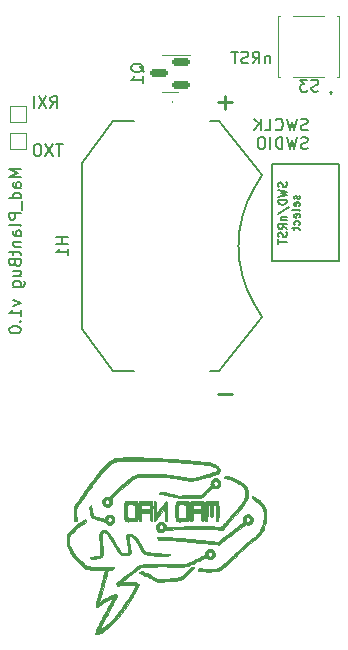
<source format=gbo>
G04 #@! TF.GenerationSoftware,KiCad,Pcbnew,7.0.9*
G04 #@! TF.CreationDate,2024-02-29T00:36:21+01:00*
G04 #@! TF.ProjectId,Mad_PlantBug,4d61645f-506c-4616-9e74-4275672e6b69,rev?*
G04 #@! TF.SameCoordinates,Original*
G04 #@! TF.FileFunction,Legend,Bot*
G04 #@! TF.FilePolarity,Positive*
%FSLAX46Y46*%
G04 Gerber Fmt 4.6, Leading zero omitted, Abs format (unit mm)*
G04 Created by KiCad (PCBNEW 7.0.9) date 2024-02-29 00:36:21*
%MOMM*%
%LPD*%
G01*
G04 APERTURE LIST*
G04 Aperture macros list*
%AMRoundRect*
0 Rectangle with rounded corners*
0 $1 Rounding radius*
0 $2 $3 $4 $5 $6 $7 $8 $9 X,Y pos of 4 corners*
0 Add a 4 corners polygon primitive as box body*
4,1,4,$2,$3,$4,$5,$6,$7,$8,$9,$2,$3,0*
0 Add four circle primitives for the rounded corners*
1,1,$1+$1,$2,$3*
1,1,$1+$1,$4,$5*
1,1,$1+$1,$6,$7*
1,1,$1+$1,$8,$9*
0 Add four rect primitives between the rounded corners*
20,1,$1+$1,$2,$3,$4,$5,0*
20,1,$1+$1,$4,$5,$6,$7,0*
20,1,$1+$1,$6,$7,$8,$9,0*
20,1,$1+$1,$8,$9,$2,$3,0*%
G04 Aperture macros list end*
%ADD10C,0.200000*%
%ADD11C,0.150000*%
%ADD12C,0.250000*%
%ADD13C,0.120000*%
%ADD14C,0.010000*%
%ADD15C,0.100000*%
%ADD16R,1.000000X1.000000*%
%ADD17R,1.100000X1.100000*%
%ADD18C,1.100000*%
%ADD19C,2.100000*%
%ADD20C,0.850000*%
%ADD21R,5.600000X1.750000*%
%ADD22RoundRect,0.150000X0.587500X0.150000X-0.587500X0.150000X-0.587500X-0.150000X0.587500X-0.150000X0*%
%ADD23R,0.700000X1.000000*%
G04 APERTURE END LIST*
D10*
X51922517Y-43444219D02*
X51351089Y-43444219D01*
X51636803Y-44444219D02*
X51636803Y-43444219D01*
X51112993Y-43444219D02*
X50446327Y-44444219D01*
X50446327Y-43444219D02*
X51112993Y-44444219D01*
X49874898Y-43444219D02*
X49684422Y-43444219D01*
X49684422Y-43444219D02*
X49589184Y-43491838D01*
X49589184Y-43491838D02*
X49493946Y-43587076D01*
X49493946Y-43587076D02*
X49446327Y-43777552D01*
X49446327Y-43777552D02*
X49446327Y-44110885D01*
X49446327Y-44110885D02*
X49493946Y-44301361D01*
X49493946Y-44301361D02*
X49589184Y-44396600D01*
X49589184Y-44396600D02*
X49684422Y-44444219D01*
X49684422Y-44444219D02*
X49874898Y-44444219D01*
X49874898Y-44444219D02*
X49970136Y-44396600D01*
X49970136Y-44396600D02*
X50065374Y-44301361D01*
X50065374Y-44301361D02*
X50112993Y-44110885D01*
X50112993Y-44110885D02*
X50112993Y-43777552D01*
X50112993Y-43777552D02*
X50065374Y-43587076D01*
X50065374Y-43587076D02*
X49970136Y-43491838D01*
X49970136Y-43491838D02*
X49874898Y-43444219D01*
X50874898Y-40380219D02*
X51208231Y-39904028D01*
X51446326Y-40380219D02*
X51446326Y-39380219D01*
X51446326Y-39380219D02*
X51065374Y-39380219D01*
X51065374Y-39380219D02*
X50970136Y-39427838D01*
X50970136Y-39427838D02*
X50922517Y-39475457D01*
X50922517Y-39475457D02*
X50874898Y-39570695D01*
X50874898Y-39570695D02*
X50874898Y-39713552D01*
X50874898Y-39713552D02*
X50922517Y-39808790D01*
X50922517Y-39808790D02*
X50970136Y-39856409D01*
X50970136Y-39856409D02*
X51065374Y-39904028D01*
X51065374Y-39904028D02*
X51446326Y-39904028D01*
X50541564Y-39380219D02*
X49874898Y-40380219D01*
X49874898Y-39380219D02*
X50541564Y-40380219D01*
X49493945Y-40380219D02*
X49493945Y-39380219D01*
D11*
X69640000Y-45141499D02*
X75270000Y-45141499D01*
X75270000Y-53361499D01*
X69640000Y-53361499D01*
X69640000Y-45141499D01*
D12*
X65100000Y-39901500D02*
X66260000Y-39901500D01*
X65680000Y-40501500D02*
X65680000Y-39341500D01*
X65100000Y-64561500D02*
X66260000Y-64561500D01*
D10*
X69470326Y-35942052D02*
X69470326Y-36608719D01*
X69470326Y-36037290D02*
X69422707Y-35989671D01*
X69422707Y-35989671D02*
X69327469Y-35942052D01*
X69327469Y-35942052D02*
X69184612Y-35942052D01*
X69184612Y-35942052D02*
X69089374Y-35989671D01*
X69089374Y-35989671D02*
X69041755Y-36084909D01*
X69041755Y-36084909D02*
X69041755Y-36608719D01*
X67994136Y-36608719D02*
X68327469Y-36132528D01*
X68565564Y-36608719D02*
X68565564Y-35608719D01*
X68565564Y-35608719D02*
X68184612Y-35608719D01*
X68184612Y-35608719D02*
X68089374Y-35656338D01*
X68089374Y-35656338D02*
X68041755Y-35703957D01*
X68041755Y-35703957D02*
X67994136Y-35799195D01*
X67994136Y-35799195D02*
X67994136Y-35942052D01*
X67994136Y-35942052D02*
X68041755Y-36037290D01*
X68041755Y-36037290D02*
X68089374Y-36084909D01*
X68089374Y-36084909D02*
X68184612Y-36132528D01*
X68184612Y-36132528D02*
X68565564Y-36132528D01*
X67613183Y-36561100D02*
X67470326Y-36608719D01*
X67470326Y-36608719D02*
X67232231Y-36608719D01*
X67232231Y-36608719D02*
X67136993Y-36561100D01*
X67136993Y-36561100D02*
X67089374Y-36513480D01*
X67089374Y-36513480D02*
X67041755Y-36418242D01*
X67041755Y-36418242D02*
X67041755Y-36323004D01*
X67041755Y-36323004D02*
X67089374Y-36227766D01*
X67089374Y-36227766D02*
X67136993Y-36180147D01*
X67136993Y-36180147D02*
X67232231Y-36132528D01*
X67232231Y-36132528D02*
X67422707Y-36084909D01*
X67422707Y-36084909D02*
X67517945Y-36037290D01*
X67517945Y-36037290D02*
X67565564Y-35989671D01*
X67565564Y-35989671D02*
X67613183Y-35894433D01*
X67613183Y-35894433D02*
X67613183Y-35799195D01*
X67613183Y-35799195D02*
X67565564Y-35703957D01*
X67565564Y-35703957D02*
X67517945Y-35656338D01*
X67517945Y-35656338D02*
X67422707Y-35608719D01*
X67422707Y-35608719D02*
X67184612Y-35608719D01*
X67184612Y-35608719D02*
X67041755Y-35656338D01*
X66756040Y-35608719D02*
X66184612Y-35608719D01*
X66470326Y-36608719D02*
X66470326Y-35608719D01*
D11*
X70836200Y-46668167D02*
X70869533Y-46768167D01*
X70869533Y-46768167D02*
X70869533Y-46934834D01*
X70869533Y-46934834D02*
X70836200Y-47001500D01*
X70836200Y-47001500D02*
X70802866Y-47034834D01*
X70802866Y-47034834D02*
X70736200Y-47068167D01*
X70736200Y-47068167D02*
X70669533Y-47068167D01*
X70669533Y-47068167D02*
X70602866Y-47034834D01*
X70602866Y-47034834D02*
X70569533Y-47001500D01*
X70569533Y-47001500D02*
X70536200Y-46934834D01*
X70536200Y-46934834D02*
X70502866Y-46801500D01*
X70502866Y-46801500D02*
X70469533Y-46734834D01*
X70469533Y-46734834D02*
X70436200Y-46701500D01*
X70436200Y-46701500D02*
X70369533Y-46668167D01*
X70369533Y-46668167D02*
X70302866Y-46668167D01*
X70302866Y-46668167D02*
X70236200Y-46701500D01*
X70236200Y-46701500D02*
X70202866Y-46734834D01*
X70202866Y-46734834D02*
X70169533Y-46801500D01*
X70169533Y-46801500D02*
X70169533Y-46968167D01*
X70169533Y-46968167D02*
X70202866Y-47068167D01*
X70169533Y-47301501D02*
X70869533Y-47468167D01*
X70869533Y-47468167D02*
X70369533Y-47601501D01*
X70369533Y-47601501D02*
X70869533Y-47734834D01*
X70869533Y-47734834D02*
X70169533Y-47901501D01*
X70869533Y-48168167D02*
X70169533Y-48168167D01*
X70169533Y-48168167D02*
X70169533Y-48334834D01*
X70169533Y-48334834D02*
X70202866Y-48434834D01*
X70202866Y-48434834D02*
X70269533Y-48501501D01*
X70269533Y-48501501D02*
X70336200Y-48534834D01*
X70336200Y-48534834D02*
X70469533Y-48568167D01*
X70469533Y-48568167D02*
X70569533Y-48568167D01*
X70569533Y-48568167D02*
X70702866Y-48534834D01*
X70702866Y-48534834D02*
X70769533Y-48501501D01*
X70769533Y-48501501D02*
X70836200Y-48434834D01*
X70836200Y-48434834D02*
X70869533Y-48334834D01*
X70869533Y-48334834D02*
X70869533Y-48168167D01*
X70136200Y-49368167D02*
X71036200Y-48768167D01*
X70402866Y-49601500D02*
X70869533Y-49601500D01*
X70469533Y-49601500D02*
X70436200Y-49634834D01*
X70436200Y-49634834D02*
X70402866Y-49701500D01*
X70402866Y-49701500D02*
X70402866Y-49801500D01*
X70402866Y-49801500D02*
X70436200Y-49868167D01*
X70436200Y-49868167D02*
X70502866Y-49901500D01*
X70502866Y-49901500D02*
X70869533Y-49901500D01*
X70869533Y-50634833D02*
X70536200Y-50401500D01*
X70869533Y-50234833D02*
X70169533Y-50234833D01*
X70169533Y-50234833D02*
X70169533Y-50501500D01*
X70169533Y-50501500D02*
X70202866Y-50568167D01*
X70202866Y-50568167D02*
X70236200Y-50601500D01*
X70236200Y-50601500D02*
X70302866Y-50634833D01*
X70302866Y-50634833D02*
X70402866Y-50634833D01*
X70402866Y-50634833D02*
X70469533Y-50601500D01*
X70469533Y-50601500D02*
X70502866Y-50568167D01*
X70502866Y-50568167D02*
X70536200Y-50501500D01*
X70536200Y-50501500D02*
X70536200Y-50234833D01*
X70836200Y-50901500D02*
X70869533Y-51001500D01*
X70869533Y-51001500D02*
X70869533Y-51168167D01*
X70869533Y-51168167D02*
X70836200Y-51234833D01*
X70836200Y-51234833D02*
X70802866Y-51268167D01*
X70802866Y-51268167D02*
X70736200Y-51301500D01*
X70736200Y-51301500D02*
X70669533Y-51301500D01*
X70669533Y-51301500D02*
X70602866Y-51268167D01*
X70602866Y-51268167D02*
X70569533Y-51234833D01*
X70569533Y-51234833D02*
X70536200Y-51168167D01*
X70536200Y-51168167D02*
X70502866Y-51034833D01*
X70502866Y-51034833D02*
X70469533Y-50968167D01*
X70469533Y-50968167D02*
X70436200Y-50934833D01*
X70436200Y-50934833D02*
X70369533Y-50901500D01*
X70369533Y-50901500D02*
X70302866Y-50901500D01*
X70302866Y-50901500D02*
X70236200Y-50934833D01*
X70236200Y-50934833D02*
X70202866Y-50968167D01*
X70202866Y-50968167D02*
X70169533Y-51034833D01*
X70169533Y-51034833D02*
X70169533Y-51201500D01*
X70169533Y-51201500D02*
X70202866Y-51301500D01*
X70169533Y-51501500D02*
X70169533Y-51901500D01*
X70869533Y-51701500D02*
X70169533Y-51701500D01*
X71963200Y-47818166D02*
X71996533Y-47884833D01*
X71996533Y-47884833D02*
X71996533Y-48018166D01*
X71996533Y-48018166D02*
X71963200Y-48084833D01*
X71963200Y-48084833D02*
X71896533Y-48118166D01*
X71896533Y-48118166D02*
X71863200Y-48118166D01*
X71863200Y-48118166D02*
X71796533Y-48084833D01*
X71796533Y-48084833D02*
X71763200Y-48018166D01*
X71763200Y-48018166D02*
X71763200Y-47918166D01*
X71763200Y-47918166D02*
X71729866Y-47851499D01*
X71729866Y-47851499D02*
X71663200Y-47818166D01*
X71663200Y-47818166D02*
X71629866Y-47818166D01*
X71629866Y-47818166D02*
X71563200Y-47851499D01*
X71563200Y-47851499D02*
X71529866Y-47918166D01*
X71529866Y-47918166D02*
X71529866Y-48018166D01*
X71529866Y-48018166D02*
X71563200Y-48084833D01*
X71963200Y-48684833D02*
X71996533Y-48618166D01*
X71996533Y-48618166D02*
X71996533Y-48484833D01*
X71996533Y-48484833D02*
X71963200Y-48418166D01*
X71963200Y-48418166D02*
X71896533Y-48384833D01*
X71896533Y-48384833D02*
X71629866Y-48384833D01*
X71629866Y-48384833D02*
X71563200Y-48418166D01*
X71563200Y-48418166D02*
X71529866Y-48484833D01*
X71529866Y-48484833D02*
X71529866Y-48618166D01*
X71529866Y-48618166D02*
X71563200Y-48684833D01*
X71563200Y-48684833D02*
X71629866Y-48718166D01*
X71629866Y-48718166D02*
X71696533Y-48718166D01*
X71696533Y-48718166D02*
X71763200Y-48384833D01*
X71996533Y-49118166D02*
X71963200Y-49051500D01*
X71963200Y-49051500D02*
X71896533Y-49018166D01*
X71896533Y-49018166D02*
X71296533Y-49018166D01*
X71963200Y-49651500D02*
X71996533Y-49584833D01*
X71996533Y-49584833D02*
X71996533Y-49451500D01*
X71996533Y-49451500D02*
X71963200Y-49384833D01*
X71963200Y-49384833D02*
X71896533Y-49351500D01*
X71896533Y-49351500D02*
X71629866Y-49351500D01*
X71629866Y-49351500D02*
X71563200Y-49384833D01*
X71563200Y-49384833D02*
X71529866Y-49451500D01*
X71529866Y-49451500D02*
X71529866Y-49584833D01*
X71529866Y-49584833D02*
X71563200Y-49651500D01*
X71563200Y-49651500D02*
X71629866Y-49684833D01*
X71629866Y-49684833D02*
X71696533Y-49684833D01*
X71696533Y-49684833D02*
X71763200Y-49351500D01*
X71963200Y-50284833D02*
X71996533Y-50218167D01*
X71996533Y-50218167D02*
X71996533Y-50084833D01*
X71996533Y-50084833D02*
X71963200Y-50018167D01*
X71963200Y-50018167D02*
X71929866Y-49984833D01*
X71929866Y-49984833D02*
X71863200Y-49951500D01*
X71863200Y-49951500D02*
X71663200Y-49951500D01*
X71663200Y-49951500D02*
X71596533Y-49984833D01*
X71596533Y-49984833D02*
X71563200Y-50018167D01*
X71563200Y-50018167D02*
X71529866Y-50084833D01*
X71529866Y-50084833D02*
X71529866Y-50218167D01*
X71529866Y-50218167D02*
X71563200Y-50284833D01*
X71529866Y-50484833D02*
X71529866Y-50751500D01*
X71296533Y-50584833D02*
X71896533Y-50584833D01*
X71896533Y-50584833D02*
X71963200Y-50618167D01*
X71963200Y-50618167D02*
X71996533Y-50684833D01*
X71996533Y-50684833D02*
X71996533Y-50751500D01*
D10*
X72647945Y-42231100D02*
X72505088Y-42278719D01*
X72505088Y-42278719D02*
X72266993Y-42278719D01*
X72266993Y-42278719D02*
X72171755Y-42231100D01*
X72171755Y-42231100D02*
X72124136Y-42183480D01*
X72124136Y-42183480D02*
X72076517Y-42088242D01*
X72076517Y-42088242D02*
X72076517Y-41993004D01*
X72076517Y-41993004D02*
X72124136Y-41897766D01*
X72124136Y-41897766D02*
X72171755Y-41850147D01*
X72171755Y-41850147D02*
X72266993Y-41802528D01*
X72266993Y-41802528D02*
X72457469Y-41754909D01*
X72457469Y-41754909D02*
X72552707Y-41707290D01*
X72552707Y-41707290D02*
X72600326Y-41659671D01*
X72600326Y-41659671D02*
X72647945Y-41564433D01*
X72647945Y-41564433D02*
X72647945Y-41469195D01*
X72647945Y-41469195D02*
X72600326Y-41373957D01*
X72600326Y-41373957D02*
X72552707Y-41326338D01*
X72552707Y-41326338D02*
X72457469Y-41278719D01*
X72457469Y-41278719D02*
X72219374Y-41278719D01*
X72219374Y-41278719D02*
X72076517Y-41326338D01*
X71743183Y-41278719D02*
X71505088Y-42278719D01*
X71505088Y-42278719D02*
X71314612Y-41564433D01*
X71314612Y-41564433D02*
X71124136Y-42278719D01*
X71124136Y-42278719D02*
X70886041Y-41278719D01*
X69933660Y-42183480D02*
X69981279Y-42231100D01*
X69981279Y-42231100D02*
X70124136Y-42278719D01*
X70124136Y-42278719D02*
X70219374Y-42278719D01*
X70219374Y-42278719D02*
X70362231Y-42231100D01*
X70362231Y-42231100D02*
X70457469Y-42135861D01*
X70457469Y-42135861D02*
X70505088Y-42040623D01*
X70505088Y-42040623D02*
X70552707Y-41850147D01*
X70552707Y-41850147D02*
X70552707Y-41707290D01*
X70552707Y-41707290D02*
X70505088Y-41516814D01*
X70505088Y-41516814D02*
X70457469Y-41421576D01*
X70457469Y-41421576D02*
X70362231Y-41326338D01*
X70362231Y-41326338D02*
X70219374Y-41278719D01*
X70219374Y-41278719D02*
X70124136Y-41278719D01*
X70124136Y-41278719D02*
X69981279Y-41326338D01*
X69981279Y-41326338D02*
X69933660Y-41373957D01*
X69028898Y-42278719D02*
X69505088Y-42278719D01*
X69505088Y-42278719D02*
X69505088Y-41278719D01*
X68695564Y-42278719D02*
X68695564Y-41278719D01*
X68124136Y-42278719D02*
X68552707Y-41707290D01*
X68124136Y-41278719D02*
X68695564Y-41850147D01*
D11*
X48383819Y-45548779D02*
X47383819Y-45548779D01*
X47383819Y-45548779D02*
X48098104Y-45882112D01*
X48098104Y-45882112D02*
X47383819Y-46215445D01*
X47383819Y-46215445D02*
X48383819Y-46215445D01*
X48383819Y-47120207D02*
X47860009Y-47120207D01*
X47860009Y-47120207D02*
X47764771Y-47072588D01*
X47764771Y-47072588D02*
X47717152Y-46977350D01*
X47717152Y-46977350D02*
X47717152Y-46786874D01*
X47717152Y-46786874D02*
X47764771Y-46691636D01*
X48336200Y-47120207D02*
X48383819Y-47024969D01*
X48383819Y-47024969D02*
X48383819Y-46786874D01*
X48383819Y-46786874D02*
X48336200Y-46691636D01*
X48336200Y-46691636D02*
X48240961Y-46644017D01*
X48240961Y-46644017D02*
X48145723Y-46644017D01*
X48145723Y-46644017D02*
X48050485Y-46691636D01*
X48050485Y-46691636D02*
X48002866Y-46786874D01*
X48002866Y-46786874D02*
X48002866Y-47024969D01*
X48002866Y-47024969D02*
X47955247Y-47120207D01*
X48383819Y-48024969D02*
X47383819Y-48024969D01*
X48336200Y-48024969D02*
X48383819Y-47929731D01*
X48383819Y-47929731D02*
X48383819Y-47739255D01*
X48383819Y-47739255D02*
X48336200Y-47644017D01*
X48336200Y-47644017D02*
X48288580Y-47596398D01*
X48288580Y-47596398D02*
X48193342Y-47548779D01*
X48193342Y-47548779D02*
X47907628Y-47548779D01*
X47907628Y-47548779D02*
X47812390Y-47596398D01*
X47812390Y-47596398D02*
X47764771Y-47644017D01*
X47764771Y-47644017D02*
X47717152Y-47739255D01*
X47717152Y-47739255D02*
X47717152Y-47929731D01*
X47717152Y-47929731D02*
X47764771Y-48024969D01*
X48479057Y-48263065D02*
X48479057Y-49024969D01*
X48383819Y-49263065D02*
X47383819Y-49263065D01*
X47383819Y-49263065D02*
X47383819Y-49644017D01*
X47383819Y-49644017D02*
X47431438Y-49739255D01*
X47431438Y-49739255D02*
X47479057Y-49786874D01*
X47479057Y-49786874D02*
X47574295Y-49834493D01*
X47574295Y-49834493D02*
X47717152Y-49834493D01*
X47717152Y-49834493D02*
X47812390Y-49786874D01*
X47812390Y-49786874D02*
X47860009Y-49739255D01*
X47860009Y-49739255D02*
X47907628Y-49644017D01*
X47907628Y-49644017D02*
X47907628Y-49263065D01*
X48383819Y-50405922D02*
X48336200Y-50310684D01*
X48336200Y-50310684D02*
X48240961Y-50263065D01*
X48240961Y-50263065D02*
X47383819Y-50263065D01*
X48383819Y-51215446D02*
X47860009Y-51215446D01*
X47860009Y-51215446D02*
X47764771Y-51167827D01*
X47764771Y-51167827D02*
X47717152Y-51072589D01*
X47717152Y-51072589D02*
X47717152Y-50882113D01*
X47717152Y-50882113D02*
X47764771Y-50786875D01*
X48336200Y-51215446D02*
X48383819Y-51120208D01*
X48383819Y-51120208D02*
X48383819Y-50882113D01*
X48383819Y-50882113D02*
X48336200Y-50786875D01*
X48336200Y-50786875D02*
X48240961Y-50739256D01*
X48240961Y-50739256D02*
X48145723Y-50739256D01*
X48145723Y-50739256D02*
X48050485Y-50786875D01*
X48050485Y-50786875D02*
X48002866Y-50882113D01*
X48002866Y-50882113D02*
X48002866Y-51120208D01*
X48002866Y-51120208D02*
X47955247Y-51215446D01*
X47717152Y-51691637D02*
X48383819Y-51691637D01*
X47812390Y-51691637D02*
X47764771Y-51739256D01*
X47764771Y-51739256D02*
X47717152Y-51834494D01*
X47717152Y-51834494D02*
X47717152Y-51977351D01*
X47717152Y-51977351D02*
X47764771Y-52072589D01*
X47764771Y-52072589D02*
X47860009Y-52120208D01*
X47860009Y-52120208D02*
X48383819Y-52120208D01*
X47717152Y-52453542D02*
X47717152Y-52834494D01*
X47383819Y-52596399D02*
X48240961Y-52596399D01*
X48240961Y-52596399D02*
X48336200Y-52644018D01*
X48336200Y-52644018D02*
X48383819Y-52739256D01*
X48383819Y-52739256D02*
X48383819Y-52834494D01*
X47860009Y-53501161D02*
X47907628Y-53644018D01*
X47907628Y-53644018D02*
X47955247Y-53691637D01*
X47955247Y-53691637D02*
X48050485Y-53739256D01*
X48050485Y-53739256D02*
X48193342Y-53739256D01*
X48193342Y-53739256D02*
X48288580Y-53691637D01*
X48288580Y-53691637D02*
X48336200Y-53644018D01*
X48336200Y-53644018D02*
X48383819Y-53548780D01*
X48383819Y-53548780D02*
X48383819Y-53167828D01*
X48383819Y-53167828D02*
X47383819Y-53167828D01*
X47383819Y-53167828D02*
X47383819Y-53501161D01*
X47383819Y-53501161D02*
X47431438Y-53596399D01*
X47431438Y-53596399D02*
X47479057Y-53644018D01*
X47479057Y-53644018D02*
X47574295Y-53691637D01*
X47574295Y-53691637D02*
X47669533Y-53691637D01*
X47669533Y-53691637D02*
X47764771Y-53644018D01*
X47764771Y-53644018D02*
X47812390Y-53596399D01*
X47812390Y-53596399D02*
X47860009Y-53501161D01*
X47860009Y-53501161D02*
X47860009Y-53167828D01*
X47717152Y-54596399D02*
X48383819Y-54596399D01*
X47717152Y-54167828D02*
X48240961Y-54167828D01*
X48240961Y-54167828D02*
X48336200Y-54215447D01*
X48336200Y-54215447D02*
X48383819Y-54310685D01*
X48383819Y-54310685D02*
X48383819Y-54453542D01*
X48383819Y-54453542D02*
X48336200Y-54548780D01*
X48336200Y-54548780D02*
X48288580Y-54596399D01*
X47717152Y-55501161D02*
X48526676Y-55501161D01*
X48526676Y-55501161D02*
X48621914Y-55453542D01*
X48621914Y-55453542D02*
X48669533Y-55405923D01*
X48669533Y-55405923D02*
X48717152Y-55310685D01*
X48717152Y-55310685D02*
X48717152Y-55167828D01*
X48717152Y-55167828D02*
X48669533Y-55072590D01*
X48336200Y-55501161D02*
X48383819Y-55405923D01*
X48383819Y-55405923D02*
X48383819Y-55215447D01*
X48383819Y-55215447D02*
X48336200Y-55120209D01*
X48336200Y-55120209D02*
X48288580Y-55072590D01*
X48288580Y-55072590D02*
X48193342Y-55024971D01*
X48193342Y-55024971D02*
X47907628Y-55024971D01*
X47907628Y-55024971D02*
X47812390Y-55072590D01*
X47812390Y-55072590D02*
X47764771Y-55120209D01*
X47764771Y-55120209D02*
X47717152Y-55215447D01*
X47717152Y-55215447D02*
X47717152Y-55405923D01*
X47717152Y-55405923D02*
X47764771Y-55501161D01*
X47717152Y-56644019D02*
X48383819Y-56882114D01*
X48383819Y-56882114D02*
X47717152Y-57120209D01*
X48383819Y-58024971D02*
X48383819Y-57453543D01*
X48383819Y-57739257D02*
X47383819Y-57739257D01*
X47383819Y-57739257D02*
X47526676Y-57644019D01*
X47526676Y-57644019D02*
X47621914Y-57548781D01*
X47621914Y-57548781D02*
X47669533Y-57453543D01*
X48288580Y-58453543D02*
X48336200Y-58501162D01*
X48336200Y-58501162D02*
X48383819Y-58453543D01*
X48383819Y-58453543D02*
X48336200Y-58405924D01*
X48336200Y-58405924D02*
X48288580Y-58453543D01*
X48288580Y-58453543D02*
X48383819Y-58453543D01*
X47383819Y-59120209D02*
X47383819Y-59215447D01*
X47383819Y-59215447D02*
X47431438Y-59310685D01*
X47431438Y-59310685D02*
X47479057Y-59358304D01*
X47479057Y-59358304D02*
X47574295Y-59405923D01*
X47574295Y-59405923D02*
X47764771Y-59453542D01*
X47764771Y-59453542D02*
X48002866Y-59453542D01*
X48002866Y-59453542D02*
X48193342Y-59405923D01*
X48193342Y-59405923D02*
X48288580Y-59358304D01*
X48288580Y-59358304D02*
X48336200Y-59310685D01*
X48336200Y-59310685D02*
X48383819Y-59215447D01*
X48383819Y-59215447D02*
X48383819Y-59120209D01*
X48383819Y-59120209D02*
X48336200Y-59024971D01*
X48336200Y-59024971D02*
X48288580Y-58977352D01*
X48288580Y-58977352D02*
X48193342Y-58929733D01*
X48193342Y-58929733D02*
X48002866Y-58882114D01*
X48002866Y-58882114D02*
X47764771Y-58882114D01*
X47764771Y-58882114D02*
X47574295Y-58929733D01*
X47574295Y-58929733D02*
X47479057Y-58977352D01*
X47479057Y-58977352D02*
X47431438Y-59024971D01*
X47431438Y-59024971D02*
X47383819Y-59120209D01*
D10*
X72647945Y-43801100D02*
X72505088Y-43848719D01*
X72505088Y-43848719D02*
X72266993Y-43848719D01*
X72266993Y-43848719D02*
X72171755Y-43801100D01*
X72171755Y-43801100D02*
X72124136Y-43753480D01*
X72124136Y-43753480D02*
X72076517Y-43658242D01*
X72076517Y-43658242D02*
X72076517Y-43563004D01*
X72076517Y-43563004D02*
X72124136Y-43467766D01*
X72124136Y-43467766D02*
X72171755Y-43420147D01*
X72171755Y-43420147D02*
X72266993Y-43372528D01*
X72266993Y-43372528D02*
X72457469Y-43324909D01*
X72457469Y-43324909D02*
X72552707Y-43277290D01*
X72552707Y-43277290D02*
X72600326Y-43229671D01*
X72600326Y-43229671D02*
X72647945Y-43134433D01*
X72647945Y-43134433D02*
X72647945Y-43039195D01*
X72647945Y-43039195D02*
X72600326Y-42943957D01*
X72600326Y-42943957D02*
X72552707Y-42896338D01*
X72552707Y-42896338D02*
X72457469Y-42848719D01*
X72457469Y-42848719D02*
X72219374Y-42848719D01*
X72219374Y-42848719D02*
X72076517Y-42896338D01*
X71743183Y-42848719D02*
X71505088Y-43848719D01*
X71505088Y-43848719D02*
X71314612Y-43134433D01*
X71314612Y-43134433D02*
X71124136Y-43848719D01*
X71124136Y-43848719D02*
X70886041Y-42848719D01*
X70505088Y-43848719D02*
X70505088Y-42848719D01*
X70505088Y-42848719D02*
X70266993Y-42848719D01*
X70266993Y-42848719D02*
X70124136Y-42896338D01*
X70124136Y-42896338D02*
X70028898Y-42991576D01*
X70028898Y-42991576D02*
X69981279Y-43086814D01*
X69981279Y-43086814D02*
X69933660Y-43277290D01*
X69933660Y-43277290D02*
X69933660Y-43420147D01*
X69933660Y-43420147D02*
X69981279Y-43610623D01*
X69981279Y-43610623D02*
X70028898Y-43705861D01*
X70028898Y-43705861D02*
X70124136Y-43801100D01*
X70124136Y-43801100D02*
X70266993Y-43848719D01*
X70266993Y-43848719D02*
X70505088Y-43848719D01*
X69505088Y-43848719D02*
X69505088Y-42848719D01*
X68838422Y-42848719D02*
X68647946Y-42848719D01*
X68647946Y-42848719D02*
X68552708Y-42896338D01*
X68552708Y-42896338D02*
X68457470Y-42991576D01*
X68457470Y-42991576D02*
X68409851Y-43182052D01*
X68409851Y-43182052D02*
X68409851Y-43515385D01*
X68409851Y-43515385D02*
X68457470Y-43705861D01*
X68457470Y-43705861D02*
X68552708Y-43801100D01*
X68552708Y-43801100D02*
X68647946Y-43848719D01*
X68647946Y-43848719D02*
X68838422Y-43848719D01*
X68838422Y-43848719D02*
X68933660Y-43801100D01*
X68933660Y-43801100D02*
X69028898Y-43705861D01*
X69028898Y-43705861D02*
X69076517Y-43515385D01*
X69076517Y-43515385D02*
X69076517Y-43182052D01*
X69076517Y-43182052D02*
X69028898Y-42991576D01*
X69028898Y-42991576D02*
X68933660Y-42896338D01*
X68933660Y-42896338D02*
X68838422Y-42848719D01*
D11*
X52364819Y-51289595D02*
X51364819Y-51289595D01*
X51841009Y-51289595D02*
X51841009Y-51861023D01*
X52364819Y-51861023D02*
X51364819Y-51861023D01*
X52364819Y-52861023D02*
X52364819Y-52289595D01*
X52364819Y-52575309D02*
X51364819Y-52575309D01*
X51364819Y-52575309D02*
X51507676Y-52480071D01*
X51507676Y-52480071D02*
X51602914Y-52384833D01*
X51602914Y-52384833D02*
X51650533Y-52289595D01*
X58797057Y-37366261D02*
X58749438Y-37271023D01*
X58749438Y-37271023D02*
X58654200Y-37175785D01*
X58654200Y-37175785D02*
X58511342Y-37032928D01*
X58511342Y-37032928D02*
X58463723Y-36937690D01*
X58463723Y-36937690D02*
X58463723Y-36842452D01*
X58701819Y-36890071D02*
X58654200Y-36794833D01*
X58654200Y-36794833D02*
X58558961Y-36699595D01*
X58558961Y-36699595D02*
X58368485Y-36651976D01*
X58368485Y-36651976D02*
X58035152Y-36651976D01*
X58035152Y-36651976D02*
X57844676Y-36699595D01*
X57844676Y-36699595D02*
X57749438Y-36794833D01*
X57749438Y-36794833D02*
X57701819Y-36890071D01*
X57701819Y-36890071D02*
X57701819Y-37080547D01*
X57701819Y-37080547D02*
X57749438Y-37175785D01*
X57749438Y-37175785D02*
X57844676Y-37271023D01*
X57844676Y-37271023D02*
X58035152Y-37318642D01*
X58035152Y-37318642D02*
X58368485Y-37318642D01*
X58368485Y-37318642D02*
X58558961Y-37271023D01*
X58558961Y-37271023D02*
X58654200Y-37175785D01*
X58654200Y-37175785D02*
X58701819Y-37080547D01*
X58701819Y-37080547D02*
X58701819Y-36890071D01*
X58701819Y-38271023D02*
X58701819Y-37699595D01*
X58701819Y-37985309D02*
X57701819Y-37985309D01*
X57701819Y-37985309D02*
X57844676Y-37890071D01*
X57844676Y-37890071D02*
X57939914Y-37794833D01*
X57939914Y-37794833D02*
X57987533Y-37699595D01*
X73541904Y-38948700D02*
X73399047Y-38996319D01*
X73399047Y-38996319D02*
X73160952Y-38996319D01*
X73160952Y-38996319D02*
X73065714Y-38948700D01*
X73065714Y-38948700D02*
X73018095Y-38901080D01*
X73018095Y-38901080D02*
X72970476Y-38805842D01*
X72970476Y-38805842D02*
X72970476Y-38710604D01*
X72970476Y-38710604D02*
X73018095Y-38615366D01*
X73018095Y-38615366D02*
X73065714Y-38567747D01*
X73065714Y-38567747D02*
X73160952Y-38520128D01*
X73160952Y-38520128D02*
X73351428Y-38472509D01*
X73351428Y-38472509D02*
X73446666Y-38424890D01*
X73446666Y-38424890D02*
X73494285Y-38377271D01*
X73494285Y-38377271D02*
X73541904Y-38282033D01*
X73541904Y-38282033D02*
X73541904Y-38186795D01*
X73541904Y-38186795D02*
X73494285Y-38091557D01*
X73494285Y-38091557D02*
X73446666Y-38043938D01*
X73446666Y-38043938D02*
X73351428Y-37996319D01*
X73351428Y-37996319D02*
X73113333Y-37996319D01*
X73113333Y-37996319D02*
X72970476Y-38043938D01*
X72637142Y-37996319D02*
X72018095Y-37996319D01*
X72018095Y-37996319D02*
X72351428Y-38377271D01*
X72351428Y-38377271D02*
X72208571Y-38377271D01*
X72208571Y-38377271D02*
X72113333Y-38424890D01*
X72113333Y-38424890D02*
X72065714Y-38472509D01*
X72065714Y-38472509D02*
X72018095Y-38567747D01*
X72018095Y-38567747D02*
X72018095Y-38805842D01*
X72018095Y-38805842D02*
X72065714Y-38901080D01*
X72065714Y-38901080D02*
X72113333Y-38948700D01*
X72113333Y-38948700D02*
X72208571Y-38996319D01*
X72208571Y-38996319D02*
X72494285Y-38996319D01*
X72494285Y-38996319D02*
X72589523Y-38948700D01*
X72589523Y-38948700D02*
X72637142Y-38901080D01*
D13*
G04 #@! TO.C,TP3*
X48833000Y-41594000D02*
X48833000Y-40194000D01*
X47433000Y-40194000D02*
X47433000Y-41594000D01*
X48833000Y-40194000D02*
X47433000Y-40194000D01*
X47433000Y-41594000D02*
X48833000Y-41594000D01*
G04 #@! TO.C,TP2*
X48833000Y-43880000D02*
X48833000Y-42480000D01*
X47433000Y-42480000D02*
X47433000Y-43880000D01*
X48833000Y-42480000D02*
X47433000Y-42480000D01*
X47433000Y-43880000D02*
X48833000Y-43880000D01*
G04 #@! TO.C,G\u002A\u002A\u002A*
D14*
X59517572Y-74038037D02*
X59517943Y-74167973D01*
X59517341Y-74331708D01*
X59515910Y-74533507D01*
X59514172Y-74719084D01*
X59511857Y-74891757D01*
X59509003Y-75029185D01*
X59505444Y-75135128D01*
X59501011Y-75213343D01*
X59495536Y-75267588D01*
X59488851Y-75301621D01*
X59480789Y-75319199D01*
X59476524Y-75323989D01*
X59425695Y-75351163D01*
X59368297Y-75345137D01*
X59320539Y-75307130D01*
X59308362Y-75283113D01*
X59298307Y-75241176D01*
X59291923Y-75177468D01*
X59288565Y-75085146D01*
X59287589Y-74957368D01*
X59287589Y-74654650D01*
X58933047Y-74660453D01*
X58578505Y-74666257D01*
X58572606Y-74972178D01*
X58572436Y-74980879D01*
X58569061Y-75104917D01*
X58564146Y-75193746D01*
X58556903Y-75254082D01*
X58546545Y-75292640D01*
X58532284Y-75316136D01*
X58501221Y-75341278D01*
X58444377Y-75351384D01*
X58389517Y-75320911D01*
X58381236Y-75308926D01*
X58373971Y-75286962D01*
X58368235Y-75251558D01*
X58363855Y-75198588D01*
X58360659Y-75123923D01*
X58358473Y-75023437D01*
X58357126Y-74893001D01*
X58356444Y-74728487D01*
X58356255Y-74525770D01*
X58356268Y-74492659D01*
X58356760Y-74359340D01*
X58567922Y-74359340D01*
X59287589Y-74359340D01*
X59287589Y-73978340D01*
X58567922Y-73978340D01*
X58567922Y-74359340D01*
X58356760Y-74359340D01*
X58357068Y-74275995D01*
X58359078Y-74092147D01*
X58362244Y-73943018D01*
X58366516Y-73830507D01*
X58371841Y-73756517D01*
X58378167Y-73722948D01*
X58379514Y-73720510D01*
X58388992Y-73708390D01*
X58405170Y-73699116D01*
X58433139Y-73692309D01*
X58477990Y-73687589D01*
X58544812Y-73684578D01*
X58638696Y-73682897D01*
X58764733Y-73682166D01*
X58928012Y-73682007D01*
X59455946Y-73682007D01*
X59488964Y-73732398D01*
X59496111Y-73746092D01*
X59503496Y-73770997D01*
X59509191Y-73808380D01*
X59513340Y-73862505D01*
X59516086Y-73937636D01*
X59516689Y-73978340D01*
X59517572Y-74038037D01*
G36*
X59517572Y-74038037D02*
G01*
X59517943Y-74167973D01*
X59517341Y-74331708D01*
X59515910Y-74533507D01*
X59514172Y-74719084D01*
X59511857Y-74891757D01*
X59509003Y-75029185D01*
X59505444Y-75135128D01*
X59501011Y-75213343D01*
X59495536Y-75267588D01*
X59488851Y-75301621D01*
X59480789Y-75319199D01*
X59476524Y-75323989D01*
X59425695Y-75351163D01*
X59368297Y-75345137D01*
X59320539Y-75307130D01*
X59308362Y-75283113D01*
X59298307Y-75241176D01*
X59291923Y-75177468D01*
X59288565Y-75085146D01*
X59287589Y-74957368D01*
X59287589Y-74654650D01*
X58933047Y-74660453D01*
X58578505Y-74666257D01*
X58572606Y-74972178D01*
X58572436Y-74980879D01*
X58569061Y-75104917D01*
X58564146Y-75193746D01*
X58556903Y-75254082D01*
X58546545Y-75292640D01*
X58532284Y-75316136D01*
X58501221Y-75341278D01*
X58444377Y-75351384D01*
X58389517Y-75320911D01*
X58381236Y-75308926D01*
X58373971Y-75286962D01*
X58368235Y-75251558D01*
X58363855Y-75198588D01*
X58360659Y-75123923D01*
X58358473Y-75023437D01*
X58357126Y-74893001D01*
X58356444Y-74728487D01*
X58356255Y-74525770D01*
X58356268Y-74492659D01*
X58356760Y-74359340D01*
X58567922Y-74359340D01*
X59287589Y-74359340D01*
X59287589Y-73978340D01*
X58567922Y-73978340D01*
X58567922Y-74359340D01*
X58356760Y-74359340D01*
X58357068Y-74275995D01*
X58359078Y-74092147D01*
X58362244Y-73943018D01*
X58366516Y-73830507D01*
X58371841Y-73756517D01*
X58378167Y-73722948D01*
X58379514Y-73720510D01*
X58388992Y-73708390D01*
X58405170Y-73699116D01*
X58433139Y-73692309D01*
X58477990Y-73687589D01*
X58544812Y-73684578D01*
X58638696Y-73682897D01*
X58764733Y-73682166D01*
X58928012Y-73682007D01*
X59455946Y-73682007D01*
X59488964Y-73732398D01*
X59496111Y-73746092D01*
X59503496Y-73770997D01*
X59509191Y-73808380D01*
X59513340Y-73862505D01*
X59516086Y-73937636D01*
X59516689Y-73978340D01*
X59517572Y-74038037D01*
G37*
X59752375Y-73685435D02*
X59789048Y-73708465D01*
X59793190Y-73728356D01*
X59798488Y-73786307D01*
X59803788Y-73875659D01*
X59808796Y-73990413D01*
X59813217Y-74124569D01*
X59816755Y-74272128D01*
X59827339Y-74809333D01*
X60184929Y-74282711D01*
X60214398Y-74239345D01*
X60303949Y-74107989D01*
X60386012Y-73988230D01*
X60457344Y-73884761D01*
X60514699Y-73802278D01*
X60554833Y-73745475D01*
X60574501Y-73719048D01*
X60579004Y-73714133D01*
X60632245Y-73684959D01*
X60690044Y-73691445D01*
X60737798Y-73732398D01*
X60744944Y-73746092D01*
X60752329Y-73770997D01*
X60758024Y-73808380D01*
X60762173Y-73862505D01*
X60764919Y-73937636D01*
X60766406Y-74038037D01*
X60766776Y-74167973D01*
X60766175Y-74331708D01*
X60764744Y-74533507D01*
X60763006Y-74719084D01*
X60760690Y-74891757D01*
X60757836Y-75029185D01*
X60754277Y-75135128D01*
X60749844Y-75213343D01*
X60744369Y-75267588D01*
X60737685Y-75301621D01*
X60729622Y-75319199D01*
X60704123Y-75339340D01*
X60652839Y-75354173D01*
X60632462Y-75353388D01*
X60606110Y-75346971D01*
X60585637Y-75330206D01*
X60570153Y-75298522D01*
X60558768Y-75247351D01*
X60550593Y-75172124D01*
X60544736Y-75068272D01*
X60540309Y-74931227D01*
X60536422Y-74756418D01*
X60525839Y-74228565D01*
X60220248Y-74680244D01*
X60156008Y-74775002D01*
X60070093Y-74901144D01*
X59990545Y-75017303D01*
X59921681Y-75117195D01*
X59867823Y-75194538D01*
X59833289Y-75243048D01*
X59783930Y-75303589D01*
X59730970Y-75345387D01*
X59683964Y-75350553D01*
X59638351Y-75320911D01*
X59630069Y-75308926D01*
X59622804Y-75286962D01*
X59617068Y-75251558D01*
X59612688Y-75198588D01*
X59609492Y-75123923D01*
X59607307Y-75023437D01*
X59605959Y-74893001D01*
X59605278Y-74728487D01*
X59605089Y-74525770D01*
X59605101Y-74492659D01*
X59605902Y-74275995D01*
X59607911Y-74092147D01*
X59611077Y-73943018D01*
X59615349Y-73830507D01*
X59620674Y-73756517D01*
X59627000Y-73722948D01*
X59649725Y-73700108D01*
X59699423Y-73683231D01*
X59752375Y-73685435D01*
G36*
X59752375Y-73685435D02*
G01*
X59789048Y-73708465D01*
X59793190Y-73728356D01*
X59798488Y-73786307D01*
X59803788Y-73875659D01*
X59808796Y-73990413D01*
X59813217Y-74124569D01*
X59816755Y-74272128D01*
X59827339Y-74809333D01*
X60184929Y-74282711D01*
X60214398Y-74239345D01*
X60303949Y-74107989D01*
X60386012Y-73988230D01*
X60457344Y-73884761D01*
X60514699Y-73802278D01*
X60554833Y-73745475D01*
X60574501Y-73719048D01*
X60579004Y-73714133D01*
X60632245Y-73684959D01*
X60690044Y-73691445D01*
X60737798Y-73732398D01*
X60744944Y-73746092D01*
X60752329Y-73770997D01*
X60758024Y-73808380D01*
X60762173Y-73862505D01*
X60764919Y-73937636D01*
X60766406Y-74038037D01*
X60766776Y-74167973D01*
X60766175Y-74331708D01*
X60764744Y-74533507D01*
X60763006Y-74719084D01*
X60760690Y-74891757D01*
X60757836Y-75029185D01*
X60754277Y-75135128D01*
X60749844Y-75213343D01*
X60744369Y-75267588D01*
X60737685Y-75301621D01*
X60729622Y-75319199D01*
X60704123Y-75339340D01*
X60652839Y-75354173D01*
X60632462Y-75353388D01*
X60606110Y-75346971D01*
X60585637Y-75330206D01*
X60570153Y-75298522D01*
X60558768Y-75247351D01*
X60550593Y-75172124D01*
X60544736Y-75068272D01*
X60540309Y-74931227D01*
X60536422Y-74756418D01*
X60525839Y-74228565D01*
X60220248Y-74680244D01*
X60156008Y-74775002D01*
X60070093Y-74901144D01*
X59990545Y-75017303D01*
X59921681Y-75117195D01*
X59867823Y-75194538D01*
X59833289Y-75243048D01*
X59783930Y-75303589D01*
X59730970Y-75345387D01*
X59683964Y-75350553D01*
X59638351Y-75320911D01*
X59630069Y-75308926D01*
X59622804Y-75286962D01*
X59617068Y-75251558D01*
X59612688Y-75198588D01*
X59609492Y-75123923D01*
X59607307Y-75023437D01*
X59605959Y-74893001D01*
X59605278Y-74728487D01*
X59605089Y-74525770D01*
X59605101Y-74492659D01*
X59605902Y-74275995D01*
X59607911Y-74092147D01*
X59611077Y-73943018D01*
X59615349Y-73830507D01*
X59620674Y-73756517D01*
X59627000Y-73722948D01*
X59649725Y-73700108D01*
X59699423Y-73683231D01*
X59752375Y-73685435D01*
G37*
X63857888Y-74018038D02*
X63858973Y-74145504D01*
X63859470Y-74306760D01*
X63859589Y-74506077D01*
X63859485Y-74654890D01*
X63858907Y-74829918D01*
X63857667Y-74969822D01*
X63855591Y-75078808D01*
X63852508Y-75161079D01*
X63848245Y-75220842D01*
X63842627Y-75262302D01*
X63835483Y-75289663D01*
X63826639Y-75307130D01*
X63807895Y-75328613D01*
X63754586Y-75353004D01*
X63696871Y-75337543D01*
X63675063Y-75316255D01*
X63652749Y-75266590D01*
X63637783Y-75188621D01*
X63629381Y-75077771D01*
X63626755Y-74929462D01*
X63626755Y-74655673D01*
X62928255Y-74655673D01*
X62928255Y-74927681D01*
X62927402Y-75024115D01*
X62922002Y-75145639D01*
X62910543Y-75233489D01*
X62891776Y-75292857D01*
X62864452Y-75328933D01*
X62827319Y-75346908D01*
X62825673Y-75347314D01*
X62775727Y-75347101D01*
X62734184Y-75312686D01*
X62728551Y-75305136D01*
X62719352Y-75287762D01*
X62712023Y-75262853D01*
X62706355Y-75226058D01*
X62702137Y-75173029D01*
X62699158Y-75099415D01*
X62697208Y-75000867D01*
X62696075Y-74873034D01*
X62695550Y-74711569D01*
X62695422Y-74512120D01*
X62695424Y-74489878D01*
X62695562Y-74359340D01*
X62928255Y-74359340D01*
X63626755Y-74359340D01*
X63626755Y-73978340D01*
X62928255Y-73978340D01*
X62928255Y-74359340D01*
X62695562Y-74359340D01*
X62695632Y-74293334D01*
X62696323Y-74134452D01*
X62697685Y-74008993D01*
X62699905Y-73912718D01*
X62703172Y-73841387D01*
X62707672Y-73790760D01*
X62713594Y-73756599D01*
X62721125Y-73734664D01*
X62730453Y-73720715D01*
X62740042Y-73711669D01*
X62758323Y-73701530D01*
X62787080Y-73693988D01*
X62831622Y-73688666D01*
X62897258Y-73685185D01*
X62989298Y-73683167D01*
X63113052Y-73682234D01*
X63273828Y-73682007D01*
X63322428Y-73682027D01*
X63474264Y-73682535D01*
X63590467Y-73683981D01*
X63676291Y-73686699D01*
X63736989Y-73691028D01*
X63777818Y-73697303D01*
X63804030Y-73705860D01*
X63820880Y-73717037D01*
X63827309Y-73723604D01*
X63836319Y-73738039D01*
X63843484Y-73760634D01*
X63849014Y-73795659D01*
X63853119Y-73847387D01*
X63856007Y-73920090D01*
X63857126Y-73978340D01*
X63857888Y-74018038D01*
G36*
X63857888Y-74018038D02*
G01*
X63858973Y-74145504D01*
X63859470Y-74306760D01*
X63859589Y-74506077D01*
X63859485Y-74654890D01*
X63858907Y-74829918D01*
X63857667Y-74969822D01*
X63855591Y-75078808D01*
X63852508Y-75161079D01*
X63848245Y-75220842D01*
X63842627Y-75262302D01*
X63835483Y-75289663D01*
X63826639Y-75307130D01*
X63807895Y-75328613D01*
X63754586Y-75353004D01*
X63696871Y-75337543D01*
X63675063Y-75316255D01*
X63652749Y-75266590D01*
X63637783Y-75188621D01*
X63629381Y-75077771D01*
X63626755Y-74929462D01*
X63626755Y-74655673D01*
X62928255Y-74655673D01*
X62928255Y-74927681D01*
X62927402Y-75024115D01*
X62922002Y-75145639D01*
X62910543Y-75233489D01*
X62891776Y-75292857D01*
X62864452Y-75328933D01*
X62827319Y-75346908D01*
X62825673Y-75347314D01*
X62775727Y-75347101D01*
X62734184Y-75312686D01*
X62728551Y-75305136D01*
X62719352Y-75287762D01*
X62712023Y-75262853D01*
X62706355Y-75226058D01*
X62702137Y-75173029D01*
X62699158Y-75099415D01*
X62697208Y-75000867D01*
X62696075Y-74873034D01*
X62695550Y-74711569D01*
X62695422Y-74512120D01*
X62695424Y-74489878D01*
X62695562Y-74359340D01*
X62928255Y-74359340D01*
X63626755Y-74359340D01*
X63626755Y-73978340D01*
X62928255Y-73978340D01*
X62928255Y-74359340D01*
X62695562Y-74359340D01*
X62695632Y-74293334D01*
X62696323Y-74134452D01*
X62697685Y-74008993D01*
X62699905Y-73912718D01*
X62703172Y-73841387D01*
X62707672Y-73790760D01*
X62713594Y-73756599D01*
X62721125Y-73734664D01*
X62730453Y-73720715D01*
X62740042Y-73711669D01*
X62758323Y-73701530D01*
X62787080Y-73693988D01*
X62831622Y-73688666D01*
X62897258Y-73685185D01*
X62989298Y-73683167D01*
X63113052Y-73682234D01*
X63273828Y-73682007D01*
X63322428Y-73682027D01*
X63474264Y-73682535D01*
X63590467Y-73683981D01*
X63676291Y-73686699D01*
X63736989Y-73691028D01*
X63777818Y-73697303D01*
X63804030Y-73705860D01*
X63820880Y-73717037D01*
X63827309Y-73723604D01*
X63836319Y-73738039D01*
X63843484Y-73760634D01*
X63849014Y-73795659D01*
X63853119Y-73847387D01*
X63856007Y-73920090D01*
X63857126Y-73978340D01*
X63857888Y-74018038D01*
G37*
X62943790Y-79272085D02*
X62993703Y-79279070D01*
X63012922Y-79289272D01*
X63007040Y-79305332D01*
X62977678Y-79350516D01*
X62929119Y-79413815D01*
X62867500Y-79487691D01*
X62798963Y-79564608D01*
X62729647Y-79637028D01*
X62672152Y-79693596D01*
X62575680Y-79785577D01*
X62470962Y-79882660D01*
X62363555Y-79979945D01*
X62259014Y-80072530D01*
X62162895Y-80155515D01*
X62080753Y-80223996D01*
X62018144Y-80273074D01*
X61980623Y-80297846D01*
X61955419Y-80308566D01*
X61855836Y-80338693D01*
X61718833Y-80367438D01*
X61548050Y-80394338D01*
X61347127Y-80418928D01*
X61119705Y-80440741D01*
X60869423Y-80459314D01*
X60599922Y-80474182D01*
X60517483Y-80477891D01*
X60380198Y-80483651D01*
X60250461Y-80488629D01*
X60139850Y-80492390D01*
X60059943Y-80494498D01*
X59890381Y-80497673D01*
X59626026Y-80347401D01*
X59587936Y-80325776D01*
X59459631Y-80253610D01*
X59348802Y-80192892D01*
X59246068Y-80138902D01*
X59142044Y-80086919D01*
X59027347Y-80032223D01*
X58892593Y-79970091D01*
X58728399Y-79895804D01*
X58712946Y-79888831D01*
X58597246Y-79835523D01*
X58496191Y-79787078D01*
X58415811Y-79746528D01*
X58362141Y-79716904D01*
X58341213Y-79701239D01*
X58342974Y-79683332D01*
X58371253Y-79663815D01*
X58432863Y-79646387D01*
X58532294Y-79629358D01*
X58564033Y-79625056D01*
X58621685Y-79621237D01*
X58673424Y-79627544D01*
X58733970Y-79646647D01*
X58818044Y-79681219D01*
X58901243Y-79718051D01*
X59057678Y-79791481D01*
X59230879Y-79876820D01*
X59408788Y-79967963D01*
X59579347Y-80058805D01*
X59730498Y-80143239D01*
X59951156Y-80270399D01*
X60291414Y-80256536D01*
X60518700Y-80246444D01*
X60843561Y-80228495D01*
X61126208Y-80208100D01*
X61366670Y-80185257D01*
X61564977Y-80159961D01*
X61721160Y-80132211D01*
X61835248Y-80102001D01*
X61907270Y-80069329D01*
X61943995Y-80041758D01*
X62010523Y-79986387D01*
X62095791Y-79912025D01*
X62193514Y-79824433D01*
X62297409Y-79729369D01*
X62401189Y-79632593D01*
X62498570Y-79539865D01*
X62583267Y-79456945D01*
X62648995Y-79389592D01*
X62697204Y-79338924D01*
X62740706Y-79299158D01*
X62778350Y-79278689D01*
X62822900Y-79271109D01*
X62887120Y-79270007D01*
X62943790Y-79272085D01*
G36*
X62943790Y-79272085D02*
G01*
X62993703Y-79279070D01*
X63012922Y-79289272D01*
X63007040Y-79305332D01*
X62977678Y-79350516D01*
X62929119Y-79413815D01*
X62867500Y-79487691D01*
X62798963Y-79564608D01*
X62729647Y-79637028D01*
X62672152Y-79693596D01*
X62575680Y-79785577D01*
X62470962Y-79882660D01*
X62363555Y-79979945D01*
X62259014Y-80072530D01*
X62162895Y-80155515D01*
X62080753Y-80223996D01*
X62018144Y-80273074D01*
X61980623Y-80297846D01*
X61955419Y-80308566D01*
X61855836Y-80338693D01*
X61718833Y-80367438D01*
X61548050Y-80394338D01*
X61347127Y-80418928D01*
X61119705Y-80440741D01*
X60869423Y-80459314D01*
X60599922Y-80474182D01*
X60517483Y-80477891D01*
X60380198Y-80483651D01*
X60250461Y-80488629D01*
X60139850Y-80492390D01*
X60059943Y-80494498D01*
X59890381Y-80497673D01*
X59626026Y-80347401D01*
X59587936Y-80325776D01*
X59459631Y-80253610D01*
X59348802Y-80192892D01*
X59246068Y-80138902D01*
X59142044Y-80086919D01*
X59027347Y-80032223D01*
X58892593Y-79970091D01*
X58728399Y-79895804D01*
X58712946Y-79888831D01*
X58597246Y-79835523D01*
X58496191Y-79787078D01*
X58415811Y-79746528D01*
X58362141Y-79716904D01*
X58341213Y-79701239D01*
X58342974Y-79683332D01*
X58371253Y-79663815D01*
X58432863Y-79646387D01*
X58532294Y-79629358D01*
X58564033Y-79625056D01*
X58621685Y-79621237D01*
X58673424Y-79627544D01*
X58733970Y-79646647D01*
X58818044Y-79681219D01*
X58901243Y-79718051D01*
X59057678Y-79791481D01*
X59230879Y-79876820D01*
X59408788Y-79967963D01*
X59579347Y-80058805D01*
X59730498Y-80143239D01*
X59951156Y-80270399D01*
X60291414Y-80256536D01*
X60518700Y-80246444D01*
X60843561Y-80228495D01*
X61126208Y-80208100D01*
X61366670Y-80185257D01*
X61564977Y-80159961D01*
X61721160Y-80132211D01*
X61835248Y-80102001D01*
X61907270Y-80069329D01*
X61943995Y-80041758D01*
X62010523Y-79986387D01*
X62095791Y-79912025D01*
X62193514Y-79824433D01*
X62297409Y-79729369D01*
X62401189Y-79632593D01*
X62498570Y-79539865D01*
X62583267Y-79456945D01*
X62648995Y-79389592D01*
X62697204Y-79338924D01*
X62740706Y-79299158D01*
X62778350Y-79278689D01*
X62822900Y-79271109D01*
X62887120Y-79270007D01*
X62943790Y-79272085D01*
G37*
X62609370Y-74019948D02*
X62610297Y-74146845D01*
X62610680Y-74307451D01*
X62610755Y-74506077D01*
X62610773Y-74593372D01*
X62610710Y-74789486D01*
X62609815Y-74948642D01*
X62607238Y-75074707D01*
X62602133Y-75171546D01*
X62593651Y-75243027D01*
X62580943Y-75293016D01*
X62563163Y-75325380D01*
X62539461Y-75343985D01*
X62508990Y-75352698D01*
X62470901Y-75355384D01*
X62424347Y-75355912D01*
X62356468Y-75358556D01*
X62258935Y-75364554D01*
X62145310Y-75373006D01*
X62028672Y-75383014D01*
X61970155Y-75388346D01*
X61843270Y-75398152D01*
X61739249Y-75400421D01*
X61655820Y-75391672D01*
X61590713Y-75368425D01*
X61541656Y-75327203D01*
X61506378Y-75264524D01*
X61482607Y-75176909D01*
X61468072Y-75060880D01*
X61460502Y-74912956D01*
X61457626Y-74729658D01*
X61457621Y-74727058D01*
X61681967Y-74727058D01*
X61683378Y-74817067D01*
X61687064Y-74882486D01*
X61693416Y-74929629D01*
X61702824Y-74964809D01*
X61715680Y-74994340D01*
X61753505Y-75068423D01*
X61954589Y-75070151D01*
X61990519Y-75070326D01*
X62095986Y-75069576D01*
X62193869Y-75067266D01*
X62266797Y-75063753D01*
X62377922Y-75055628D01*
X62377922Y-73981952D01*
X62213880Y-73966332D01*
X62108958Y-73957025D01*
X61982523Y-73948996D01*
X61888101Y-73948406D01*
X61819832Y-73955602D01*
X61771859Y-73970937D01*
X61738323Y-73994760D01*
X61727862Y-74005665D01*
X61714183Y-74024420D01*
X61704085Y-74049617D01*
X61696901Y-74087239D01*
X61691962Y-74143266D01*
X61688599Y-74223680D01*
X61686144Y-74334462D01*
X61683930Y-74481593D01*
X61682440Y-74606145D01*
X61681967Y-74727058D01*
X61457621Y-74727058D01*
X61457172Y-74507507D01*
X61457650Y-74315399D01*
X61459544Y-74154164D01*
X61463474Y-74025865D01*
X61470059Y-73925731D01*
X61479919Y-73848995D01*
X61493671Y-73790886D01*
X61511935Y-73746634D01*
X61535329Y-73711472D01*
X61564473Y-73680628D01*
X61567462Y-73677866D01*
X61592076Y-73659223D01*
X61622767Y-73645468D01*
X61664695Y-73636390D01*
X61723019Y-73631781D01*
X61802900Y-73631431D01*
X61909497Y-73635129D01*
X62047969Y-73642665D01*
X62223477Y-73653831D01*
X62231056Y-73654333D01*
X62354146Y-73663479D01*
X62442308Y-73672700D01*
X62502564Y-73683201D01*
X62541933Y-73696187D01*
X62567435Y-73712864D01*
X62567883Y-73713269D01*
X62579208Y-73724952D01*
X62588341Y-73740158D01*
X62595518Y-73763197D01*
X62600974Y-73798384D01*
X62604944Y-73850030D01*
X62607664Y-73922447D01*
X62608706Y-73981952D01*
X62609370Y-74019948D01*
G36*
X62609370Y-74019948D02*
G01*
X62610297Y-74146845D01*
X62610680Y-74307451D01*
X62610755Y-74506077D01*
X62610773Y-74593372D01*
X62610710Y-74789486D01*
X62609815Y-74948642D01*
X62607238Y-75074707D01*
X62602133Y-75171546D01*
X62593651Y-75243027D01*
X62580943Y-75293016D01*
X62563163Y-75325380D01*
X62539461Y-75343985D01*
X62508990Y-75352698D01*
X62470901Y-75355384D01*
X62424347Y-75355912D01*
X62356468Y-75358556D01*
X62258935Y-75364554D01*
X62145310Y-75373006D01*
X62028672Y-75383014D01*
X61970155Y-75388346D01*
X61843270Y-75398152D01*
X61739249Y-75400421D01*
X61655820Y-75391672D01*
X61590713Y-75368425D01*
X61541656Y-75327203D01*
X61506378Y-75264524D01*
X61482607Y-75176909D01*
X61468072Y-75060880D01*
X61460502Y-74912956D01*
X61457626Y-74729658D01*
X61457621Y-74727058D01*
X61681967Y-74727058D01*
X61683378Y-74817067D01*
X61687064Y-74882486D01*
X61693416Y-74929629D01*
X61702824Y-74964809D01*
X61715680Y-74994340D01*
X61753505Y-75068423D01*
X61954589Y-75070151D01*
X61990519Y-75070326D01*
X62095986Y-75069576D01*
X62193869Y-75067266D01*
X62266797Y-75063753D01*
X62377922Y-75055628D01*
X62377922Y-73981952D01*
X62213880Y-73966332D01*
X62108958Y-73957025D01*
X61982523Y-73948996D01*
X61888101Y-73948406D01*
X61819832Y-73955602D01*
X61771859Y-73970937D01*
X61738323Y-73994760D01*
X61727862Y-74005665D01*
X61714183Y-74024420D01*
X61704085Y-74049617D01*
X61696901Y-74087239D01*
X61691962Y-74143266D01*
X61688599Y-74223680D01*
X61686144Y-74334462D01*
X61683930Y-74481593D01*
X61682440Y-74606145D01*
X61681967Y-74727058D01*
X61457621Y-74727058D01*
X61457172Y-74507507D01*
X61457650Y-74315399D01*
X61459544Y-74154164D01*
X61463474Y-74025865D01*
X61470059Y-73925731D01*
X61479919Y-73848995D01*
X61493671Y-73790886D01*
X61511935Y-73746634D01*
X61535329Y-73711472D01*
X61564473Y-73680628D01*
X61567462Y-73677866D01*
X61592076Y-73659223D01*
X61622767Y-73645468D01*
X61664695Y-73636390D01*
X61723019Y-73631781D01*
X61802900Y-73631431D01*
X61909497Y-73635129D01*
X62047969Y-73642665D01*
X62223477Y-73653831D01*
X62231056Y-73654333D01*
X62354146Y-73663479D01*
X62442308Y-73672700D01*
X62502564Y-73683201D01*
X62541933Y-73696187D01*
X62567435Y-73712864D01*
X62567883Y-73713269D01*
X62579208Y-73724952D01*
X62588341Y-73740158D01*
X62595518Y-73763197D01*
X62600974Y-73798384D01*
X62604944Y-73850030D01*
X62607664Y-73922447D01*
X62608706Y-73981952D01*
X62609370Y-74019948D01*
G37*
X58266702Y-74533259D02*
X58268088Y-74737608D01*
X58268494Y-74904228D01*
X58267218Y-75037023D01*
X58263559Y-75139897D01*
X58256817Y-75216757D01*
X58246290Y-75271505D01*
X58231276Y-75308047D01*
X58211075Y-75330286D01*
X58184985Y-75342128D01*
X58152305Y-75347477D01*
X58112334Y-75350237D01*
X58100317Y-75351029D01*
X58031160Y-75356102D01*
X57933939Y-75363727D01*
X57819850Y-75373012D01*
X57700089Y-75383065D01*
X57697539Y-75383282D01*
X57541772Y-75394793D01*
X57421876Y-75398465D01*
X57331954Y-75392846D01*
X57266109Y-75376478D01*
X57218445Y-75347908D01*
X57183064Y-75305680D01*
X57154070Y-75248340D01*
X57140138Y-75197225D01*
X57126755Y-75106407D01*
X57115797Y-74986145D01*
X57107557Y-74843189D01*
X57102328Y-74684289D01*
X57101332Y-74597358D01*
X57321762Y-74597358D01*
X57328524Y-74757716D01*
X57343331Y-74887237D01*
X57365773Y-74982275D01*
X57395441Y-75039180D01*
X57415270Y-75053652D01*
X57458628Y-75067075D01*
X57525977Y-75074549D01*
X57621824Y-75076282D01*
X57750678Y-75072484D01*
X57917047Y-75063365D01*
X58038755Y-75055727D01*
X58038755Y-74517034D01*
X58038659Y-74431362D01*
X58037733Y-74276933D01*
X58035671Y-74159194D01*
X58032286Y-74074305D01*
X58027387Y-74018425D01*
X58020787Y-73987711D01*
X58012297Y-73978322D01*
X57990362Y-73977068D01*
X57932767Y-73972468D01*
X57850799Y-73965282D01*
X57754311Y-73956349D01*
X57678848Y-73950143D01*
X57584258Y-73945070D01*
X57508385Y-73944087D01*
X57462901Y-73947546D01*
X57457591Y-73948786D01*
X57414474Y-73967066D01*
X57381838Y-74001177D01*
X57358065Y-74056406D01*
X57341532Y-74138040D01*
X57330621Y-74251367D01*
X57323710Y-74401673D01*
X57323456Y-74409814D01*
X57321762Y-74597358D01*
X57101332Y-74597358D01*
X57100403Y-74516195D01*
X57102076Y-74345656D01*
X57107640Y-74179423D01*
X57113926Y-74059062D01*
X57125901Y-73913670D01*
X57144886Y-73803399D01*
X57175160Y-73723944D01*
X57221001Y-73671003D01*
X57286688Y-73640270D01*
X57376500Y-73627444D01*
X57494714Y-73628219D01*
X57645610Y-73638294D01*
X57664411Y-73639772D01*
X57785424Y-73649170D01*
X57901250Y-73657982D01*
X57999553Y-73665279D01*
X58067995Y-73670131D01*
X58084569Y-73671156D01*
X58130693Y-73673945D01*
X58168007Y-73679127D01*
X58197475Y-73690697D01*
X58220062Y-73712646D01*
X58236729Y-73748969D01*
X58248442Y-73803659D01*
X58256163Y-73880708D01*
X58260856Y-73984110D01*
X58263485Y-74117858D01*
X58265013Y-74285945D01*
X58266404Y-74492364D01*
X58266584Y-74517034D01*
X58266702Y-74533259D01*
G36*
X58266702Y-74533259D02*
G01*
X58268088Y-74737608D01*
X58268494Y-74904228D01*
X58267218Y-75037023D01*
X58263559Y-75139897D01*
X58256817Y-75216757D01*
X58246290Y-75271505D01*
X58231276Y-75308047D01*
X58211075Y-75330286D01*
X58184985Y-75342128D01*
X58152305Y-75347477D01*
X58112334Y-75350237D01*
X58100317Y-75351029D01*
X58031160Y-75356102D01*
X57933939Y-75363727D01*
X57819850Y-75373012D01*
X57700089Y-75383065D01*
X57697539Y-75383282D01*
X57541772Y-75394793D01*
X57421876Y-75398465D01*
X57331954Y-75392846D01*
X57266109Y-75376478D01*
X57218445Y-75347908D01*
X57183064Y-75305680D01*
X57154070Y-75248340D01*
X57140138Y-75197225D01*
X57126755Y-75106407D01*
X57115797Y-74986145D01*
X57107557Y-74843189D01*
X57102328Y-74684289D01*
X57101332Y-74597358D01*
X57321762Y-74597358D01*
X57328524Y-74757716D01*
X57343331Y-74887237D01*
X57365773Y-74982275D01*
X57395441Y-75039180D01*
X57415270Y-75053652D01*
X57458628Y-75067075D01*
X57525977Y-75074549D01*
X57621824Y-75076282D01*
X57750678Y-75072484D01*
X57917047Y-75063365D01*
X58038755Y-75055727D01*
X58038755Y-74517034D01*
X58038659Y-74431362D01*
X58037733Y-74276933D01*
X58035671Y-74159194D01*
X58032286Y-74074305D01*
X58027387Y-74018425D01*
X58020787Y-73987711D01*
X58012297Y-73978322D01*
X57990362Y-73977068D01*
X57932767Y-73972468D01*
X57850799Y-73965282D01*
X57754311Y-73956349D01*
X57678848Y-73950143D01*
X57584258Y-73945070D01*
X57508385Y-73944087D01*
X57462901Y-73947546D01*
X57457591Y-73948786D01*
X57414474Y-73967066D01*
X57381838Y-74001177D01*
X57358065Y-74056406D01*
X57341532Y-74138040D01*
X57330621Y-74251367D01*
X57323710Y-74401673D01*
X57323456Y-74409814D01*
X57321762Y-74597358D01*
X57101332Y-74597358D01*
X57100403Y-74516195D01*
X57102076Y-74345656D01*
X57107640Y-74179423D01*
X57113926Y-74059062D01*
X57125901Y-73913670D01*
X57144886Y-73803399D01*
X57175160Y-73723944D01*
X57221001Y-73671003D01*
X57286688Y-73640270D01*
X57376500Y-73627444D01*
X57494714Y-73628219D01*
X57645610Y-73638294D01*
X57664411Y-73639772D01*
X57785424Y-73649170D01*
X57901250Y-73657982D01*
X57999553Y-73665279D01*
X58067995Y-73670131D01*
X58084569Y-73671156D01*
X58130693Y-73673945D01*
X58168007Y-73679127D01*
X58197475Y-73690697D01*
X58220062Y-73712646D01*
X58236729Y-73748969D01*
X58248442Y-73803659D01*
X58256163Y-73880708D01*
X58260856Y-73984110D01*
X58263485Y-74117858D01*
X58265013Y-74285945D01*
X58266404Y-74492364D01*
X58266584Y-74517034D01*
X58266702Y-74533259D01*
G37*
X56300432Y-75281737D02*
X56271502Y-75403092D01*
X56212102Y-75512370D01*
X56125367Y-75601356D01*
X56014433Y-75661835D01*
X56009587Y-75663551D01*
X55926688Y-75686657D01*
X55854640Y-75688761D01*
X55769288Y-75670742D01*
X55690678Y-75637350D01*
X55593167Y-75563689D01*
X55512257Y-75464698D01*
X55494041Y-75438074D01*
X55473233Y-75416731D01*
X55443501Y-75398220D01*
X55398414Y-75379935D01*
X55331537Y-75359271D01*
X55236439Y-75333620D01*
X55106686Y-75300378D01*
X54968016Y-75264630D01*
X54849765Y-75232584D01*
X55690227Y-75232584D01*
X55697450Y-75312806D01*
X55736880Y-75385457D01*
X55786103Y-75424742D01*
X55862899Y-75452748D01*
X55915590Y-75456627D01*
X55958086Y-75441990D01*
X56005774Y-75400745D01*
X56030637Y-75373765D01*
X56062001Y-75318352D01*
X56070255Y-75248340D01*
X56060041Y-75182497D01*
X56019701Y-75107874D01*
X55956730Y-75056071D01*
X55879755Y-75036673D01*
X55820441Y-75047457D01*
X55755858Y-75089813D01*
X55711075Y-75154887D01*
X55690227Y-75232584D01*
X54849765Y-75232584D01*
X54789554Y-75216267D01*
X54645819Y-75173538D01*
X54532719Y-75134853D01*
X54446162Y-75098622D01*
X54382057Y-75063255D01*
X54336311Y-75027163D01*
X54304834Y-74988753D01*
X54297516Y-74972172D01*
X54280925Y-74915209D01*
X54260979Y-74829609D01*
X54239566Y-74723749D01*
X54218572Y-74606006D01*
X54206822Y-74536815D01*
X54186868Y-74424859D01*
X54168718Y-74329542D01*
X54153996Y-74259252D01*
X54144325Y-74222377D01*
X54137931Y-74190558D01*
X54151797Y-74154856D01*
X54194258Y-74108003D01*
X54214135Y-74089269D01*
X54253934Y-74055301D01*
X54275867Y-74041840D01*
X54292927Y-74058417D01*
X54315984Y-74110778D01*
X54341821Y-74192595D01*
X54368625Y-74297374D01*
X54394579Y-74418620D01*
X54417869Y-74549840D01*
X54422045Y-74575933D01*
X54439335Y-74681331D01*
X54454767Y-74771494D01*
X54466795Y-74837558D01*
X54473871Y-74870657D01*
X54475380Y-74874113D01*
X54508578Y-74900432D01*
X54580841Y-74933119D01*
X54689930Y-74971134D01*
X54743064Y-74987717D01*
X54856541Y-75021537D01*
X54977772Y-75056001D01*
X55098704Y-75088982D01*
X55211284Y-75118353D01*
X55307461Y-75141987D01*
X55379180Y-75157758D01*
X55418390Y-75163538D01*
X55426259Y-75162213D01*
X55460227Y-75133243D01*
X55495105Y-75071747D01*
X55554302Y-74972422D01*
X55642906Y-74887238D01*
X55747010Y-74832843D01*
X55859580Y-74809579D01*
X55973581Y-74817791D01*
X56081981Y-74857821D01*
X56177745Y-74930013D01*
X56253839Y-75034711D01*
X56254335Y-75035654D01*
X56295755Y-75156519D01*
X56299185Y-75248340D01*
X56300432Y-75281737D01*
G36*
X56300432Y-75281737D02*
G01*
X56271502Y-75403092D01*
X56212102Y-75512370D01*
X56125367Y-75601356D01*
X56014433Y-75661835D01*
X56009587Y-75663551D01*
X55926688Y-75686657D01*
X55854640Y-75688761D01*
X55769288Y-75670742D01*
X55690678Y-75637350D01*
X55593167Y-75563689D01*
X55512257Y-75464698D01*
X55494041Y-75438074D01*
X55473233Y-75416731D01*
X55443501Y-75398220D01*
X55398414Y-75379935D01*
X55331537Y-75359271D01*
X55236439Y-75333620D01*
X55106686Y-75300378D01*
X54968016Y-75264630D01*
X54849765Y-75232584D01*
X55690227Y-75232584D01*
X55697450Y-75312806D01*
X55736880Y-75385457D01*
X55786103Y-75424742D01*
X55862899Y-75452748D01*
X55915590Y-75456627D01*
X55958086Y-75441990D01*
X56005774Y-75400745D01*
X56030637Y-75373765D01*
X56062001Y-75318352D01*
X56070255Y-75248340D01*
X56060041Y-75182497D01*
X56019701Y-75107874D01*
X55956730Y-75056071D01*
X55879755Y-75036673D01*
X55820441Y-75047457D01*
X55755858Y-75089813D01*
X55711075Y-75154887D01*
X55690227Y-75232584D01*
X54849765Y-75232584D01*
X54789554Y-75216267D01*
X54645819Y-75173538D01*
X54532719Y-75134853D01*
X54446162Y-75098622D01*
X54382057Y-75063255D01*
X54336311Y-75027163D01*
X54304834Y-74988753D01*
X54297516Y-74972172D01*
X54280925Y-74915209D01*
X54260979Y-74829609D01*
X54239566Y-74723749D01*
X54218572Y-74606006D01*
X54206822Y-74536815D01*
X54186868Y-74424859D01*
X54168718Y-74329542D01*
X54153996Y-74259252D01*
X54144325Y-74222377D01*
X54137931Y-74190558D01*
X54151797Y-74154856D01*
X54194258Y-74108003D01*
X54214135Y-74089269D01*
X54253934Y-74055301D01*
X54275867Y-74041840D01*
X54292927Y-74058417D01*
X54315984Y-74110778D01*
X54341821Y-74192595D01*
X54368625Y-74297374D01*
X54394579Y-74418620D01*
X54417869Y-74549840D01*
X54422045Y-74575933D01*
X54439335Y-74681331D01*
X54454767Y-74771494D01*
X54466795Y-74837558D01*
X54473871Y-74870657D01*
X54475380Y-74874113D01*
X54508578Y-74900432D01*
X54580841Y-74933119D01*
X54689930Y-74971134D01*
X54743064Y-74987717D01*
X54856541Y-75021537D01*
X54977772Y-75056001D01*
X55098704Y-75088982D01*
X55211284Y-75118353D01*
X55307461Y-75141987D01*
X55379180Y-75157758D01*
X55418390Y-75163538D01*
X55426259Y-75162213D01*
X55460227Y-75133243D01*
X55495105Y-75071747D01*
X55554302Y-74972422D01*
X55642906Y-74887238D01*
X55747010Y-74832843D01*
X55859580Y-74809579D01*
X55973581Y-74817791D01*
X56081981Y-74857821D01*
X56177745Y-74930013D01*
X56253839Y-75034711D01*
X56254335Y-75035654D01*
X56295755Y-75156519D01*
X56299185Y-75248340D01*
X56300432Y-75281737D01*
G37*
X64566638Y-73682009D02*
X64723488Y-73682232D01*
X64843880Y-73683090D01*
X64932920Y-73684964D01*
X64995714Y-73688236D01*
X65037364Y-73693288D01*
X65062977Y-73700503D01*
X65077658Y-73710263D01*
X65086511Y-73722948D01*
X65087336Y-73724818D01*
X65093558Y-73763442D01*
X65098768Y-73842224D01*
X65102912Y-73959233D01*
X65105938Y-74112540D01*
X65107792Y-74300213D01*
X65108422Y-74520323D01*
X65108420Y-74548055D01*
X65108204Y-74744136D01*
X65107503Y-74902648D01*
X65106132Y-75027819D01*
X65103904Y-75123878D01*
X65100633Y-75195052D01*
X65096132Y-75245570D01*
X65090216Y-75279659D01*
X65082698Y-75301548D01*
X65073392Y-75315465D01*
X65041644Y-75341195D01*
X64984804Y-75351382D01*
X64930017Y-75320911D01*
X64927925Y-75318652D01*
X64918854Y-75302854D01*
X64911694Y-75276025D01*
X64906228Y-75233693D01*
X64902242Y-75171387D01*
X64899517Y-75084636D01*
X64897839Y-74968968D01*
X64896990Y-74819911D01*
X64896755Y-74632995D01*
X64896755Y-73978340D01*
X64642755Y-73978340D01*
X64642755Y-74432427D01*
X64642543Y-74530866D01*
X64640770Y-74678187D01*
X64636535Y-74790862D01*
X64629050Y-74873825D01*
X64617525Y-74932010D01*
X64601172Y-74970349D01*
X64579202Y-74993778D01*
X64550825Y-75007229D01*
X64547023Y-75008334D01*
X64504542Y-75003903D01*
X64458787Y-74964122D01*
X64443820Y-74945616D01*
X64431523Y-74924411D01*
X64422628Y-74896125D01*
X64416585Y-74854880D01*
X64412844Y-74794804D01*
X64410854Y-74710019D01*
X64410063Y-74594652D01*
X64409922Y-74442826D01*
X64409922Y-73978340D01*
X64177089Y-73978340D01*
X64177089Y-74603808D01*
X64177031Y-74686364D01*
X64176158Y-74869646D01*
X64173745Y-75016224D01*
X64169167Y-75130142D01*
X64161802Y-75215441D01*
X64151025Y-75276166D01*
X64136213Y-75316358D01*
X64116742Y-75340062D01*
X64091989Y-75351319D01*
X64061329Y-75354173D01*
X64044066Y-75353812D01*
X64017873Y-75349831D01*
X63996711Y-75338277D01*
X63980044Y-75315288D01*
X63967336Y-75277002D01*
X63958052Y-75219556D01*
X63951658Y-75139088D01*
X63947616Y-75031736D01*
X63945392Y-74893638D01*
X63944450Y-74720932D01*
X63944255Y-74509755D01*
X63944257Y-74490996D01*
X63944459Y-74294156D01*
X63945145Y-74135039D01*
X63946501Y-74009397D01*
X63948717Y-73912983D01*
X63951980Y-73841552D01*
X63956481Y-73790856D01*
X63962406Y-73756649D01*
X63969945Y-73734684D01*
X63979286Y-73720715D01*
X63990872Y-73710194D01*
X64010021Y-73700554D01*
X64040220Y-73693386D01*
X64086685Y-73688329D01*
X64154627Y-73685022D01*
X64249261Y-73683107D01*
X64375800Y-73682221D01*
X64539458Y-73682007D01*
X64566638Y-73682009D01*
G36*
X64566638Y-73682009D02*
G01*
X64723488Y-73682232D01*
X64843880Y-73683090D01*
X64932920Y-73684964D01*
X64995714Y-73688236D01*
X65037364Y-73693288D01*
X65062977Y-73700503D01*
X65077658Y-73710263D01*
X65086511Y-73722948D01*
X65087336Y-73724818D01*
X65093558Y-73763442D01*
X65098768Y-73842224D01*
X65102912Y-73959233D01*
X65105938Y-74112540D01*
X65107792Y-74300213D01*
X65108422Y-74520323D01*
X65108420Y-74548055D01*
X65108204Y-74744136D01*
X65107503Y-74902648D01*
X65106132Y-75027819D01*
X65103904Y-75123878D01*
X65100633Y-75195052D01*
X65096132Y-75245570D01*
X65090216Y-75279659D01*
X65082698Y-75301548D01*
X65073392Y-75315465D01*
X65041644Y-75341195D01*
X64984804Y-75351382D01*
X64930017Y-75320911D01*
X64927925Y-75318652D01*
X64918854Y-75302854D01*
X64911694Y-75276025D01*
X64906228Y-75233693D01*
X64902242Y-75171387D01*
X64899517Y-75084636D01*
X64897839Y-74968968D01*
X64896990Y-74819911D01*
X64896755Y-74632995D01*
X64896755Y-73978340D01*
X64642755Y-73978340D01*
X64642755Y-74432427D01*
X64642543Y-74530866D01*
X64640770Y-74678187D01*
X64636535Y-74790862D01*
X64629050Y-74873825D01*
X64617525Y-74932010D01*
X64601172Y-74970349D01*
X64579202Y-74993778D01*
X64550825Y-75007229D01*
X64547023Y-75008334D01*
X64504542Y-75003903D01*
X64458787Y-74964122D01*
X64443820Y-74945616D01*
X64431523Y-74924411D01*
X64422628Y-74896125D01*
X64416585Y-74854880D01*
X64412844Y-74794804D01*
X64410854Y-74710019D01*
X64410063Y-74594652D01*
X64409922Y-74442826D01*
X64409922Y-73978340D01*
X64177089Y-73978340D01*
X64177089Y-74603808D01*
X64177031Y-74686364D01*
X64176158Y-74869646D01*
X64173745Y-75016224D01*
X64169167Y-75130142D01*
X64161802Y-75215441D01*
X64151025Y-75276166D01*
X64136213Y-75316358D01*
X64116742Y-75340062D01*
X64091989Y-75351319D01*
X64061329Y-75354173D01*
X64044066Y-75353812D01*
X64017873Y-75349831D01*
X63996711Y-75338277D01*
X63980044Y-75315288D01*
X63967336Y-75277002D01*
X63958052Y-75219556D01*
X63951658Y-75139088D01*
X63947616Y-75031736D01*
X63945392Y-74893638D01*
X63944450Y-74720932D01*
X63944255Y-74509755D01*
X63944257Y-74490996D01*
X63944459Y-74294156D01*
X63945145Y-74135039D01*
X63946501Y-74009397D01*
X63948717Y-73912983D01*
X63951980Y-73841552D01*
X63956481Y-73790856D01*
X63962406Y-73756649D01*
X63969945Y-73734684D01*
X63979286Y-73720715D01*
X63990872Y-73710194D01*
X64010021Y-73700554D01*
X64040220Y-73693386D01*
X64086685Y-73688329D01*
X64154627Y-73685022D01*
X64249261Y-73683107D01*
X64375800Y-73682221D01*
X64539458Y-73682007D01*
X64566638Y-73682009D01*
G37*
X65268102Y-72259605D02*
X65246429Y-72324322D01*
X65192236Y-72419586D01*
X65121139Y-72503357D01*
X65044458Y-72560410D01*
X65010829Y-72575381D01*
X64901189Y-72601547D01*
X64786903Y-72601352D01*
X64681307Y-72575824D01*
X64597734Y-72525991D01*
X64596573Y-72524975D01*
X64583657Y-72518797D01*
X64565914Y-72521959D01*
X64539874Y-72537516D01*
X64502067Y-72568526D01*
X64449024Y-72618043D01*
X64377275Y-72689123D01*
X64283349Y-72784823D01*
X64163779Y-72908199D01*
X64089286Y-72984908D01*
X63962471Y-73112985D01*
X63860387Y-73212086D01*
X63780958Y-73284135D01*
X63722111Y-73331054D01*
X63681768Y-73354766D01*
X63655398Y-73363788D01*
X63616357Y-73372112D01*
X63564434Y-73377606D01*
X63493747Y-73380487D01*
X63398413Y-73380968D01*
X63272547Y-73379263D01*
X63110268Y-73375587D01*
X63095171Y-73375220D01*
X62923610Y-73372528D01*
X62739757Y-73371937D01*
X62557259Y-73373348D01*
X62389765Y-73376663D01*
X62250922Y-73381784D01*
X62153869Y-73386630D01*
X62035220Y-73392553D01*
X61933454Y-73397630D01*
X61857038Y-73401440D01*
X61814436Y-73403561D01*
X61808416Y-73403521D01*
X61759684Y-73397398D01*
X61678898Y-73382744D01*
X61573339Y-73361039D01*
X61450286Y-73333764D01*
X61317019Y-73302398D01*
X61257308Y-73288163D01*
X61136964Y-73260387D01*
X61000854Y-73229860D01*
X60855319Y-73197919D01*
X60706699Y-73165900D01*
X60561337Y-73135140D01*
X60425573Y-73106976D01*
X60305748Y-73082744D01*
X60208204Y-73063781D01*
X60139282Y-73051423D01*
X60105322Y-73047007D01*
X60103860Y-73043722D01*
X60110490Y-73013644D01*
X60128586Y-72962340D01*
X60148658Y-72918110D01*
X60177047Y-72886054D01*
X60216183Y-72877673D01*
X60257471Y-72881883D01*
X60334645Y-72894329D01*
X60440301Y-72913671D01*
X60567933Y-72938563D01*
X60711035Y-72967658D01*
X60863100Y-72999610D01*
X61017623Y-73033073D01*
X61168097Y-73066699D01*
X61308015Y-73099143D01*
X61430872Y-73129058D01*
X61753895Y-73210281D01*
X62198200Y-73190292D01*
X62349407Y-73184958D01*
X62541436Y-73180964D01*
X62744563Y-73179074D01*
X62942449Y-73179430D01*
X63118755Y-73182178D01*
X63595005Y-73194052D01*
X64012269Y-72761592D01*
X64429533Y-72329133D01*
X64428489Y-72193125D01*
X64431720Y-72154931D01*
X64652246Y-72154931D01*
X64657897Y-72201998D01*
X64684788Y-72263251D01*
X64696092Y-72283341D01*
X64739122Y-72338646D01*
X64782582Y-72370526D01*
X64786394Y-72371944D01*
X64864227Y-72384058D01*
X64934067Y-72358120D01*
X65001681Y-72292062D01*
X65017136Y-72270757D01*
X65039141Y-72216500D01*
X65037663Y-72147456D01*
X65021161Y-72086164D01*
X64975465Y-72019605D01*
X64912066Y-71979410D01*
X64840111Y-71966651D01*
X64768747Y-71982401D01*
X64707119Y-72027732D01*
X64664376Y-72103714D01*
X64652246Y-72154931D01*
X64431720Y-72154931D01*
X64438603Y-72073579D01*
X64481670Y-71950259D01*
X64559426Y-71850512D01*
X64672843Y-71772665D01*
X64739000Y-71748324D01*
X64852564Y-71736551D01*
X64968260Y-71753878D01*
X65069961Y-71799226D01*
X65098424Y-71819934D01*
X65183929Y-71910850D01*
X65243950Y-72021961D01*
X65273628Y-72141977D01*
X65270127Y-72216500D01*
X65268102Y-72259605D01*
G36*
X65268102Y-72259605D02*
G01*
X65246429Y-72324322D01*
X65192236Y-72419586D01*
X65121139Y-72503357D01*
X65044458Y-72560410D01*
X65010829Y-72575381D01*
X64901189Y-72601547D01*
X64786903Y-72601352D01*
X64681307Y-72575824D01*
X64597734Y-72525991D01*
X64596573Y-72524975D01*
X64583657Y-72518797D01*
X64565914Y-72521959D01*
X64539874Y-72537516D01*
X64502067Y-72568526D01*
X64449024Y-72618043D01*
X64377275Y-72689123D01*
X64283349Y-72784823D01*
X64163779Y-72908199D01*
X64089286Y-72984908D01*
X63962471Y-73112985D01*
X63860387Y-73212086D01*
X63780958Y-73284135D01*
X63722111Y-73331054D01*
X63681768Y-73354766D01*
X63655398Y-73363788D01*
X63616357Y-73372112D01*
X63564434Y-73377606D01*
X63493747Y-73380487D01*
X63398413Y-73380968D01*
X63272547Y-73379263D01*
X63110268Y-73375587D01*
X63095171Y-73375220D01*
X62923610Y-73372528D01*
X62739757Y-73371937D01*
X62557259Y-73373348D01*
X62389765Y-73376663D01*
X62250922Y-73381784D01*
X62153869Y-73386630D01*
X62035220Y-73392553D01*
X61933454Y-73397630D01*
X61857038Y-73401440D01*
X61814436Y-73403561D01*
X61808416Y-73403521D01*
X61759684Y-73397398D01*
X61678898Y-73382744D01*
X61573339Y-73361039D01*
X61450286Y-73333764D01*
X61317019Y-73302398D01*
X61257308Y-73288163D01*
X61136964Y-73260387D01*
X61000854Y-73229860D01*
X60855319Y-73197919D01*
X60706699Y-73165900D01*
X60561337Y-73135140D01*
X60425573Y-73106976D01*
X60305748Y-73082744D01*
X60208204Y-73063781D01*
X60139282Y-73051423D01*
X60105322Y-73047007D01*
X60103860Y-73043722D01*
X60110490Y-73013644D01*
X60128586Y-72962340D01*
X60148658Y-72918110D01*
X60177047Y-72886054D01*
X60216183Y-72877673D01*
X60257471Y-72881883D01*
X60334645Y-72894329D01*
X60440301Y-72913671D01*
X60567933Y-72938563D01*
X60711035Y-72967658D01*
X60863100Y-72999610D01*
X61017623Y-73033073D01*
X61168097Y-73066699D01*
X61308015Y-73099143D01*
X61430872Y-73129058D01*
X61753895Y-73210281D01*
X62198200Y-73190292D01*
X62349407Y-73184958D01*
X62541436Y-73180964D01*
X62744563Y-73179074D01*
X62942449Y-73179430D01*
X63118755Y-73182178D01*
X63595005Y-73194052D01*
X64012269Y-72761592D01*
X64429533Y-72329133D01*
X64428489Y-72193125D01*
X64431720Y-72154931D01*
X64652246Y-72154931D01*
X64657897Y-72201998D01*
X64684788Y-72263251D01*
X64696092Y-72283341D01*
X64739122Y-72338646D01*
X64782582Y-72370526D01*
X64786394Y-72371944D01*
X64864227Y-72384058D01*
X64934067Y-72358120D01*
X65001681Y-72292062D01*
X65017136Y-72270757D01*
X65039141Y-72216500D01*
X65037663Y-72147456D01*
X65021161Y-72086164D01*
X64975465Y-72019605D01*
X64912066Y-71979410D01*
X64840111Y-71966651D01*
X64768747Y-71982401D01*
X64707119Y-72027732D01*
X64664376Y-72103714D01*
X64652246Y-72154931D01*
X64431720Y-72154931D01*
X64438603Y-72073579D01*
X64481670Y-71950259D01*
X64559426Y-71850512D01*
X64672843Y-71772665D01*
X64739000Y-71748324D01*
X64852564Y-71736551D01*
X64968260Y-71753878D01*
X65069961Y-71799226D01*
X65098424Y-71819934D01*
X65183929Y-71910850D01*
X65243950Y-72021961D01*
X65273628Y-72141977D01*
X65270127Y-72216500D01*
X65268102Y-72259605D01*
G37*
X68007791Y-75231785D02*
X68003679Y-75297585D01*
X67969464Y-75426088D01*
X67904365Y-75530315D01*
X67812934Y-75607066D01*
X67699724Y-75653144D01*
X67569285Y-75665348D01*
X67426172Y-75640481D01*
X67408453Y-75641096D01*
X67373065Y-75655974D01*
X67319395Y-75688652D01*
X67243916Y-75741496D01*
X67143101Y-75816870D01*
X67013422Y-75917136D01*
X66973906Y-75947971D01*
X66784389Y-76094918D01*
X66593358Y-76241616D01*
X66406583Y-76383712D01*
X66229838Y-76516853D01*
X66068896Y-76636685D01*
X65929527Y-76738857D01*
X65817505Y-76819013D01*
X65805786Y-76827315D01*
X65720556Y-76890425D01*
X65617329Y-76970303D01*
X65508072Y-77057561D01*
X65404755Y-77142809D01*
X65161339Y-77347717D01*
X64939089Y-77334265D01*
X64893974Y-77331250D01*
X64786449Y-77322728D01*
X64645762Y-77310222D01*
X64470640Y-77293607D01*
X64259816Y-77272755D01*
X64012018Y-77247540D01*
X63725978Y-77217837D01*
X63400425Y-77183517D01*
X63034089Y-77144455D01*
X62979999Y-77138676D01*
X62582541Y-77097309D01*
X62221185Y-77061853D01*
X61890835Y-77031914D01*
X61586396Y-77007100D01*
X61302772Y-76987019D01*
X61034868Y-76971279D01*
X60777589Y-76959487D01*
X60525839Y-76951249D01*
X60470194Y-76949734D01*
X60335773Y-76945633D01*
X60216450Y-76941381D01*
X60119031Y-76937257D01*
X60050321Y-76933539D01*
X60017128Y-76930503D01*
X59993747Y-76914898D01*
X59957333Y-76871626D01*
X59920396Y-76814723D01*
X59891762Y-76758052D01*
X59880255Y-76715481D01*
X59880409Y-76715055D01*
X59904023Y-76711193D01*
X59964121Y-76709297D01*
X60055361Y-76709203D01*
X60172405Y-76710745D01*
X60309912Y-76713759D01*
X60462544Y-76718081D01*
X60624959Y-76723545D01*
X60791819Y-76729987D01*
X60957784Y-76737243D01*
X61117513Y-76745147D01*
X61265668Y-76753536D01*
X61396908Y-76762244D01*
X61529079Y-76772033D01*
X61658855Y-76782052D01*
X61787450Y-76792487D01*
X61919191Y-76803752D01*
X62058404Y-76816262D01*
X62209417Y-76830428D01*
X62376556Y-76846666D01*
X62564149Y-76865389D01*
X62776521Y-76887011D01*
X63018001Y-76911944D01*
X63292914Y-76940604D01*
X63605589Y-76973403D01*
X63648317Y-76977890D01*
X63865058Y-77000514D01*
X64073997Y-77022105D01*
X64270233Y-77042171D01*
X64448868Y-77060218D01*
X64605003Y-77075755D01*
X64733738Y-77088290D01*
X64830176Y-77097331D01*
X64889418Y-77102385D01*
X65083163Y-77116772D01*
X65259834Y-76963535D01*
X65331246Y-76904146D01*
X65430558Y-76825454D01*
X65546586Y-76736258D01*
X65670194Y-76643579D01*
X65792245Y-76554436D01*
X65850290Y-76512476D01*
X65994722Y-76406490D01*
X66145706Y-76293751D01*
X66299560Y-76177173D01*
X66452602Y-76059669D01*
X66601151Y-75944151D01*
X66741524Y-75833534D01*
X66870040Y-75730730D01*
X66983018Y-75638652D01*
X67076775Y-75560214D01*
X67147631Y-75498328D01*
X67191902Y-75455909D01*
X67205908Y-75435868D01*
X67202419Y-75423025D01*
X67190316Y-75373133D01*
X67175607Y-75308193D01*
X67172625Y-75293256D01*
X67171723Y-75251026D01*
X67400078Y-75251026D01*
X67420823Y-75331030D01*
X67472147Y-75395589D01*
X67503395Y-75416129D01*
X67584405Y-75439346D01*
X67663372Y-75426385D01*
X67730111Y-75380324D01*
X67774438Y-75304240D01*
X67785826Y-75225166D01*
X67767210Y-75145610D01*
X67722690Y-75080972D01*
X67659374Y-75038087D01*
X67584369Y-75023790D01*
X67504782Y-75044916D01*
X67445706Y-75094321D01*
X67408757Y-75167987D01*
X67400078Y-75251026D01*
X67171723Y-75251026D01*
X67169978Y-75169326D01*
X67203628Y-75053149D01*
X67268180Y-74951316D01*
X67358242Y-74870419D01*
X67468418Y-74817047D01*
X67593316Y-74797792D01*
X67627274Y-74799023D01*
X67752661Y-74827334D01*
X67857935Y-74889508D01*
X67938567Y-74980803D01*
X67990028Y-75096475D01*
X68006923Y-75225166D01*
X68007791Y-75231785D01*
G36*
X68007791Y-75231785D02*
G01*
X68003679Y-75297585D01*
X67969464Y-75426088D01*
X67904365Y-75530315D01*
X67812934Y-75607066D01*
X67699724Y-75653144D01*
X67569285Y-75665348D01*
X67426172Y-75640481D01*
X67408453Y-75641096D01*
X67373065Y-75655974D01*
X67319395Y-75688652D01*
X67243916Y-75741496D01*
X67143101Y-75816870D01*
X67013422Y-75917136D01*
X66973906Y-75947971D01*
X66784389Y-76094918D01*
X66593358Y-76241616D01*
X66406583Y-76383712D01*
X66229838Y-76516853D01*
X66068896Y-76636685D01*
X65929527Y-76738857D01*
X65817505Y-76819013D01*
X65805786Y-76827315D01*
X65720556Y-76890425D01*
X65617329Y-76970303D01*
X65508072Y-77057561D01*
X65404755Y-77142809D01*
X65161339Y-77347717D01*
X64939089Y-77334265D01*
X64893974Y-77331250D01*
X64786449Y-77322728D01*
X64645762Y-77310222D01*
X64470640Y-77293607D01*
X64259816Y-77272755D01*
X64012018Y-77247540D01*
X63725978Y-77217837D01*
X63400425Y-77183517D01*
X63034089Y-77144455D01*
X62979999Y-77138676D01*
X62582541Y-77097309D01*
X62221185Y-77061853D01*
X61890835Y-77031914D01*
X61586396Y-77007100D01*
X61302772Y-76987019D01*
X61034868Y-76971279D01*
X60777589Y-76959487D01*
X60525839Y-76951249D01*
X60470194Y-76949734D01*
X60335773Y-76945633D01*
X60216450Y-76941381D01*
X60119031Y-76937257D01*
X60050321Y-76933539D01*
X60017128Y-76930503D01*
X59993747Y-76914898D01*
X59957333Y-76871626D01*
X59920396Y-76814723D01*
X59891762Y-76758052D01*
X59880255Y-76715481D01*
X59880409Y-76715055D01*
X59904023Y-76711193D01*
X59964121Y-76709297D01*
X60055361Y-76709203D01*
X60172405Y-76710745D01*
X60309912Y-76713759D01*
X60462544Y-76718081D01*
X60624959Y-76723545D01*
X60791819Y-76729987D01*
X60957784Y-76737243D01*
X61117513Y-76745147D01*
X61265668Y-76753536D01*
X61396908Y-76762244D01*
X61529079Y-76772033D01*
X61658855Y-76782052D01*
X61787450Y-76792487D01*
X61919191Y-76803752D01*
X62058404Y-76816262D01*
X62209417Y-76830428D01*
X62376556Y-76846666D01*
X62564149Y-76865389D01*
X62776521Y-76887011D01*
X63018001Y-76911944D01*
X63292914Y-76940604D01*
X63605589Y-76973403D01*
X63648317Y-76977890D01*
X63865058Y-77000514D01*
X64073997Y-77022105D01*
X64270233Y-77042171D01*
X64448868Y-77060218D01*
X64605003Y-77075755D01*
X64733738Y-77088290D01*
X64830176Y-77097331D01*
X64889418Y-77102385D01*
X65083163Y-77116772D01*
X65259834Y-76963535D01*
X65331246Y-76904146D01*
X65430558Y-76825454D01*
X65546586Y-76736258D01*
X65670194Y-76643579D01*
X65792245Y-76554436D01*
X65850290Y-76512476D01*
X65994722Y-76406490D01*
X66145706Y-76293751D01*
X66299560Y-76177173D01*
X66452602Y-76059669D01*
X66601151Y-75944151D01*
X66741524Y-75833534D01*
X66870040Y-75730730D01*
X66983018Y-75638652D01*
X67076775Y-75560214D01*
X67147631Y-75498328D01*
X67191902Y-75455909D01*
X67205908Y-75435868D01*
X67202419Y-75423025D01*
X67190316Y-75373133D01*
X67175607Y-75308193D01*
X67172625Y-75293256D01*
X67171723Y-75251026D01*
X67400078Y-75251026D01*
X67420823Y-75331030D01*
X67472147Y-75395589D01*
X67503395Y-75416129D01*
X67584405Y-75439346D01*
X67663372Y-75426385D01*
X67730111Y-75380324D01*
X67774438Y-75304240D01*
X67785826Y-75225166D01*
X67767210Y-75145610D01*
X67722690Y-75080972D01*
X67659374Y-75038087D01*
X67584369Y-75023790D01*
X67504782Y-75044916D01*
X67445706Y-75094321D01*
X67408757Y-75167987D01*
X67400078Y-75251026D01*
X67171723Y-75251026D01*
X67169978Y-75169326D01*
X67203628Y-75053149D01*
X67268180Y-74951316D01*
X67358242Y-74870419D01*
X67468418Y-74817047D01*
X67593316Y-74797792D01*
X67627274Y-74799023D01*
X67752661Y-74827334D01*
X67857935Y-74889508D01*
X67938567Y-74980803D01*
X67990028Y-75096475D01*
X68006923Y-75225166D01*
X68007791Y-75231785D01*
G37*
X67962607Y-73210504D02*
X68016870Y-73242638D01*
X68094549Y-73290745D01*
X68190231Y-73351483D01*
X68298500Y-73421508D01*
X68392169Y-73482966D01*
X68496809Y-73553478D01*
X68577445Y-73611431D01*
X68641036Y-73662527D01*
X68694543Y-73712469D01*
X68744925Y-73766959D01*
X68799141Y-73831698D01*
X68857625Y-73908116D01*
X68960621Y-74063807D01*
X69047358Y-74221757D01*
X69150273Y-74433423D01*
X69154968Y-74846173D01*
X69156229Y-74988052D01*
X69155880Y-75101853D01*
X69153128Y-75191059D01*
X69147245Y-75264683D01*
X69137500Y-75331738D01*
X69123165Y-75401239D01*
X69103510Y-75482198D01*
X69070434Y-75607516D01*
X68999069Y-75838189D01*
X68922920Y-76032148D01*
X68840605Y-76193126D01*
X68840346Y-76193567D01*
X68789097Y-76281155D01*
X68736972Y-76371193D01*
X68695214Y-76444257D01*
X68642215Y-76526859D01*
X68559586Y-76627899D01*
X68452258Y-76734713D01*
X68315814Y-76851631D01*
X68145839Y-76982983D01*
X67955243Y-77129175D01*
X67711521Y-77326497D01*
X67454998Y-77544140D01*
X67193346Y-77775435D01*
X66934235Y-78013716D01*
X66685339Y-78252315D01*
X66561997Y-78372791D01*
X66322425Y-78603622D01*
X66108467Y-78804966D01*
X65918429Y-78978288D01*
X65750613Y-79125051D01*
X65603323Y-79246721D01*
X65474864Y-79344761D01*
X65363537Y-79420634D01*
X65267648Y-79475805D01*
X65196093Y-79511428D01*
X65107435Y-79550916D01*
X65024528Y-79579642D01*
X64937757Y-79599672D01*
X64837505Y-79613071D01*
X64714154Y-79621905D01*
X64558089Y-79628242D01*
X64467768Y-79630944D01*
X64339884Y-79633901D01*
X64224562Y-79635602D01*
X64131715Y-79635914D01*
X64071255Y-79634707D01*
X63990349Y-79629149D01*
X63888231Y-79619588D01*
X63776172Y-79607275D01*
X63662853Y-79593336D01*
X63556954Y-79578896D01*
X63467157Y-79565083D01*
X63402142Y-79553020D01*
X63370590Y-79543835D01*
X63355793Y-79528976D01*
X63357567Y-79501096D01*
X63381597Y-79450409D01*
X63389155Y-79436757D01*
X63420856Y-79386072D01*
X63445516Y-79355771D01*
X63453961Y-79352247D01*
X63501473Y-79349739D01*
X63582301Y-79355817D01*
X63690721Y-79370146D01*
X63703827Y-79372093D01*
X63829486Y-79386377D01*
X63979893Y-79396055D01*
X64160853Y-79401403D01*
X64378172Y-79402694D01*
X64506213Y-79402231D01*
X64629733Y-79401090D01*
X64723589Y-79398706D01*
X64794747Y-79394429D01*
X64850176Y-79387606D01*
X64896840Y-79377587D01*
X64941708Y-79363721D01*
X64991746Y-79345356D01*
X65205085Y-79244573D01*
X65424644Y-79099564D01*
X65645098Y-78912303D01*
X65711950Y-78849851D01*
X65816368Y-78753993D01*
X65920010Y-78660477D01*
X66008005Y-78582803D01*
X66021652Y-78570833D01*
X66094541Y-78504419D01*
X66187834Y-78416561D01*
X66294118Y-78314370D01*
X66405980Y-78204960D01*
X66516005Y-78095443D01*
X66516358Y-78095088D01*
X66657947Y-77956546D01*
X66821263Y-77803117D01*
X66999845Y-77640401D01*
X67187234Y-77473997D01*
X67376970Y-77309508D01*
X67562593Y-77152533D01*
X67737643Y-77008673D01*
X67895661Y-76883528D01*
X68030186Y-76782698D01*
X68165003Y-76682280D01*
X68282369Y-76585281D01*
X68374032Y-76495971D01*
X68446225Y-76408226D01*
X68505180Y-76315921D01*
X68533844Y-76265584D01*
X68585442Y-76176523D01*
X68635049Y-76092370D01*
X68639331Y-76085111D01*
X68706673Y-75950293D01*
X68772589Y-75781127D01*
X68834442Y-75585101D01*
X68889595Y-75369701D01*
X68895517Y-75343663D01*
X68914572Y-75254752D01*
X68927243Y-75179865D01*
X68934321Y-75107745D01*
X68936596Y-75027135D01*
X68934857Y-74926777D01*
X68929895Y-74795413D01*
X68925489Y-74693629D01*
X68920015Y-74593279D01*
X68913243Y-74519333D01*
X68903525Y-74462841D01*
X68889211Y-74414852D01*
X68868653Y-74366415D01*
X68840201Y-74308579D01*
X68826921Y-74283298D01*
X68771160Y-74189114D01*
X68703303Y-74086690D01*
X68635139Y-73994108D01*
X68587406Y-73935573D01*
X68535847Y-73879302D01*
X68479568Y-73827621D01*
X68410668Y-73773945D01*
X68321248Y-73711691D01*
X68203408Y-73634274D01*
X67901144Y-73438590D01*
X67915017Y-73322173D01*
X67921268Y-73274207D01*
X67929796Y-73221477D01*
X67936026Y-73197734D01*
X67937175Y-73197686D01*
X67962607Y-73210504D01*
G36*
X67962607Y-73210504D02*
G01*
X68016870Y-73242638D01*
X68094549Y-73290745D01*
X68190231Y-73351483D01*
X68298500Y-73421508D01*
X68392169Y-73482966D01*
X68496809Y-73553478D01*
X68577445Y-73611431D01*
X68641036Y-73662527D01*
X68694543Y-73712469D01*
X68744925Y-73766959D01*
X68799141Y-73831698D01*
X68857625Y-73908116D01*
X68960621Y-74063807D01*
X69047358Y-74221757D01*
X69150273Y-74433423D01*
X69154968Y-74846173D01*
X69156229Y-74988052D01*
X69155880Y-75101853D01*
X69153128Y-75191059D01*
X69147245Y-75264683D01*
X69137500Y-75331738D01*
X69123165Y-75401239D01*
X69103510Y-75482198D01*
X69070434Y-75607516D01*
X68999069Y-75838189D01*
X68922920Y-76032148D01*
X68840605Y-76193126D01*
X68840346Y-76193567D01*
X68789097Y-76281155D01*
X68736972Y-76371193D01*
X68695214Y-76444257D01*
X68642215Y-76526859D01*
X68559586Y-76627899D01*
X68452258Y-76734713D01*
X68315814Y-76851631D01*
X68145839Y-76982983D01*
X67955243Y-77129175D01*
X67711521Y-77326497D01*
X67454998Y-77544140D01*
X67193346Y-77775435D01*
X66934235Y-78013716D01*
X66685339Y-78252315D01*
X66561997Y-78372791D01*
X66322425Y-78603622D01*
X66108467Y-78804966D01*
X65918429Y-78978288D01*
X65750613Y-79125051D01*
X65603323Y-79246721D01*
X65474864Y-79344761D01*
X65363537Y-79420634D01*
X65267648Y-79475805D01*
X65196093Y-79511428D01*
X65107435Y-79550916D01*
X65024528Y-79579642D01*
X64937757Y-79599672D01*
X64837505Y-79613071D01*
X64714154Y-79621905D01*
X64558089Y-79628242D01*
X64467768Y-79630944D01*
X64339884Y-79633901D01*
X64224562Y-79635602D01*
X64131715Y-79635914D01*
X64071255Y-79634707D01*
X63990349Y-79629149D01*
X63888231Y-79619588D01*
X63776172Y-79607275D01*
X63662853Y-79593336D01*
X63556954Y-79578896D01*
X63467157Y-79565083D01*
X63402142Y-79553020D01*
X63370590Y-79543835D01*
X63355793Y-79528976D01*
X63357567Y-79501096D01*
X63381597Y-79450409D01*
X63389155Y-79436757D01*
X63420856Y-79386072D01*
X63445516Y-79355771D01*
X63453961Y-79352247D01*
X63501473Y-79349739D01*
X63582301Y-79355817D01*
X63690721Y-79370146D01*
X63703827Y-79372093D01*
X63829486Y-79386377D01*
X63979893Y-79396055D01*
X64160853Y-79401403D01*
X64378172Y-79402694D01*
X64506213Y-79402231D01*
X64629733Y-79401090D01*
X64723589Y-79398706D01*
X64794747Y-79394429D01*
X64850176Y-79387606D01*
X64896840Y-79377587D01*
X64941708Y-79363721D01*
X64991746Y-79345356D01*
X65205085Y-79244573D01*
X65424644Y-79099564D01*
X65645098Y-78912303D01*
X65711950Y-78849851D01*
X65816368Y-78753993D01*
X65920010Y-78660477D01*
X66008005Y-78582803D01*
X66021652Y-78570833D01*
X66094541Y-78504419D01*
X66187834Y-78416561D01*
X66294118Y-78314370D01*
X66405980Y-78204960D01*
X66516005Y-78095443D01*
X66516358Y-78095088D01*
X66657947Y-77956546D01*
X66821263Y-77803117D01*
X66999845Y-77640401D01*
X67187234Y-77473997D01*
X67376970Y-77309508D01*
X67562593Y-77152533D01*
X67737643Y-77008673D01*
X67895661Y-76883528D01*
X68030186Y-76782698D01*
X68165003Y-76682280D01*
X68282369Y-76585281D01*
X68374032Y-76495971D01*
X68446225Y-76408226D01*
X68505180Y-76315921D01*
X68533844Y-76265584D01*
X68585442Y-76176523D01*
X68635049Y-76092370D01*
X68639331Y-76085111D01*
X68706673Y-75950293D01*
X68772589Y-75781127D01*
X68834442Y-75585101D01*
X68889595Y-75369701D01*
X68895517Y-75343663D01*
X68914572Y-75254752D01*
X68927243Y-75179865D01*
X68934321Y-75107745D01*
X68936596Y-75027135D01*
X68934857Y-74926777D01*
X68929895Y-74795413D01*
X68925489Y-74693629D01*
X68920015Y-74593279D01*
X68913243Y-74519333D01*
X68903525Y-74462841D01*
X68889211Y-74414852D01*
X68868653Y-74366415D01*
X68840201Y-74308579D01*
X68826921Y-74283298D01*
X68771160Y-74189114D01*
X68703303Y-74086690D01*
X68635139Y-73994108D01*
X68587406Y-73935573D01*
X68535847Y-73879302D01*
X68479568Y-73827621D01*
X68410668Y-73773945D01*
X68321248Y-73711691D01*
X68203408Y-73634274D01*
X67901144Y-73438590D01*
X67915017Y-73322173D01*
X67921268Y-73274207D01*
X67929796Y-73221477D01*
X67936026Y-73197734D01*
X67937175Y-73197686D01*
X67962607Y-73210504D01*
G37*
X65650174Y-75880170D02*
X65609938Y-75925227D01*
X65591165Y-75943312D01*
X65583989Y-75949160D01*
X65574089Y-75981316D01*
X65560110Y-76017137D01*
X65526464Y-76059864D01*
X65520692Y-76065547D01*
X65492601Y-76087823D01*
X65459841Y-76098157D01*
X65410001Y-76098514D01*
X65330672Y-76090859D01*
X65316847Y-76089446D01*
X65231135Y-76083567D01*
X65107494Y-76078258D01*
X64949509Y-76073543D01*
X64760764Y-76069447D01*
X64544846Y-76065993D01*
X64305340Y-76063207D01*
X64045830Y-76061113D01*
X63769902Y-76059736D01*
X63481141Y-76059099D01*
X63183132Y-76059228D01*
X62879461Y-76060147D01*
X62573713Y-76061880D01*
X62269473Y-76064453D01*
X61970326Y-76067889D01*
X60599647Y-76085873D01*
X60536704Y-76154787D01*
X60523115Y-76168611D01*
X60455806Y-76222467D01*
X60383383Y-76264722D01*
X60358272Y-76275433D01*
X60249009Y-76302798D01*
X60142004Y-76293740D01*
X60026275Y-76247738D01*
X59940305Y-76188699D01*
X59861034Y-76094222D01*
X59813102Y-75983470D01*
X59797309Y-75864034D01*
X59797574Y-75862173D01*
X60028422Y-75862173D01*
X60029387Y-75890782D01*
X60045787Y-75954779D01*
X60090294Y-76011968D01*
X60145948Y-76054950D01*
X60218922Y-76073840D01*
X60278181Y-76062490D01*
X60345342Y-76017668D01*
X60391964Y-75947701D01*
X60409422Y-75862173D01*
X60399207Y-75796330D01*
X60358867Y-75721707D01*
X60295897Y-75669904D01*
X60218922Y-75650507D01*
X60159663Y-75661856D01*
X60092503Y-75706678D01*
X60045880Y-75776646D01*
X60028422Y-75862173D01*
X59797574Y-75862173D01*
X59814452Y-75743501D01*
X59865329Y-75629463D01*
X59950738Y-75529507D01*
X60056780Y-75461269D01*
X60171820Y-75429683D01*
X60288270Y-75432876D01*
X60399025Y-75468553D01*
X60496976Y-75534419D01*
X60575016Y-75628180D01*
X60626037Y-75747540D01*
X60651352Y-75842189D01*
X61498762Y-75831106D01*
X61634031Y-75829342D01*
X62032655Y-75824225D01*
X62392369Y-75819758D01*
X62715768Y-75815931D01*
X63005445Y-75812738D01*
X63263994Y-75810170D01*
X63494010Y-75808219D01*
X63698086Y-75806877D01*
X63878817Y-75806136D01*
X64038797Y-75805988D01*
X64180619Y-75806425D01*
X64306878Y-75807439D01*
X64420167Y-75809022D01*
X64523081Y-75811165D01*
X64618214Y-75813861D01*
X64708159Y-75817102D01*
X64795511Y-75820879D01*
X64890419Y-75825379D01*
X65038891Y-75831986D01*
X65154824Y-75834502D01*
X65244592Y-75830883D01*
X65314570Y-75819085D01*
X65371133Y-75797062D01*
X65420656Y-75762771D01*
X65469515Y-75714167D01*
X65524084Y-75649205D01*
X65590739Y-75565840D01*
X65629373Y-75518378D01*
X65707987Y-75423850D01*
X65806723Y-75306782D01*
X65920816Y-75172698D01*
X66045506Y-75027125D01*
X66176028Y-74875585D01*
X66307621Y-74723604D01*
X66435522Y-74576706D01*
X66554968Y-74440415D01*
X66661196Y-74320257D01*
X66749445Y-74221757D01*
X66797419Y-74168502D01*
X66907114Y-74043833D01*
X66994174Y-73938939D01*
X67063945Y-73846463D01*
X67121772Y-73759050D01*
X67173001Y-73669340D01*
X67222976Y-73569976D01*
X67290645Y-73419891D01*
X67336363Y-73291873D01*
X67360737Y-73176369D01*
X67365160Y-73062186D01*
X67351026Y-72938129D01*
X67319730Y-72793007D01*
X67308363Y-72746405D01*
X67290999Y-72672905D01*
X67279217Y-72620125D01*
X67273110Y-72601122D01*
X67236005Y-72538493D01*
X67174495Y-72463559D01*
X67096370Y-72384457D01*
X67009417Y-72309324D01*
X66921426Y-72246298D01*
X66866712Y-72212548D01*
X66666706Y-72100392D01*
X66453640Y-71995951D01*
X66238832Y-71904164D01*
X66033599Y-71829971D01*
X65849255Y-71778312D01*
X65813170Y-71770089D01*
X65712916Y-71746889D01*
X65645531Y-71729899D01*
X65604489Y-71716669D01*
X65583265Y-71704749D01*
X65575333Y-71691689D01*
X65574168Y-71675038D01*
X65574334Y-71671602D01*
X65587187Y-71627595D01*
X65614242Y-71573836D01*
X65614290Y-71573756D01*
X65639155Y-71536445D01*
X65663660Y-71519178D01*
X65701812Y-71517773D01*
X65767621Y-71528050D01*
X65909357Y-71557801D01*
X66159307Y-71630621D01*
X66420946Y-71729680D01*
X66684578Y-71851151D01*
X66940509Y-71991206D01*
X66955467Y-72000156D01*
X67137321Y-72119456D01*
X67281959Y-72238127D01*
X67393663Y-72361759D01*
X67476714Y-72495942D01*
X67535392Y-72646264D01*
X67573979Y-72818316D01*
X67594386Y-72966739D01*
X67602910Y-73115807D01*
X67593325Y-73251025D01*
X67563771Y-73384295D01*
X67512387Y-73527516D01*
X67437312Y-73692590D01*
X67434839Y-73697669D01*
X67390544Y-73785778D01*
X67347193Y-73864521D01*
X67300530Y-73939662D01*
X67246301Y-74016967D01*
X67180250Y-74102200D01*
X67098122Y-74201126D01*
X66995663Y-74319512D01*
X66868618Y-74463121D01*
X66839996Y-74495301D01*
X66638538Y-74723092D01*
X66442629Y-74946785D01*
X66256917Y-75160994D01*
X66086052Y-75360331D01*
X65934681Y-75539409D01*
X65807455Y-75692840D01*
X65774462Y-75732966D01*
X65706730Y-75814098D01*
X65665578Y-75862173D01*
X65650174Y-75880170D01*
G36*
X65650174Y-75880170D02*
G01*
X65609938Y-75925227D01*
X65591165Y-75943312D01*
X65583989Y-75949160D01*
X65574089Y-75981316D01*
X65560110Y-76017137D01*
X65526464Y-76059864D01*
X65520692Y-76065547D01*
X65492601Y-76087823D01*
X65459841Y-76098157D01*
X65410001Y-76098514D01*
X65330672Y-76090859D01*
X65316847Y-76089446D01*
X65231135Y-76083567D01*
X65107494Y-76078258D01*
X64949509Y-76073543D01*
X64760764Y-76069447D01*
X64544846Y-76065993D01*
X64305340Y-76063207D01*
X64045830Y-76061113D01*
X63769902Y-76059736D01*
X63481141Y-76059099D01*
X63183132Y-76059228D01*
X62879461Y-76060147D01*
X62573713Y-76061880D01*
X62269473Y-76064453D01*
X61970326Y-76067889D01*
X60599647Y-76085873D01*
X60536704Y-76154787D01*
X60523115Y-76168611D01*
X60455806Y-76222467D01*
X60383383Y-76264722D01*
X60358272Y-76275433D01*
X60249009Y-76302798D01*
X60142004Y-76293740D01*
X60026275Y-76247738D01*
X59940305Y-76188699D01*
X59861034Y-76094222D01*
X59813102Y-75983470D01*
X59797309Y-75864034D01*
X59797574Y-75862173D01*
X60028422Y-75862173D01*
X60029387Y-75890782D01*
X60045787Y-75954779D01*
X60090294Y-76011968D01*
X60145948Y-76054950D01*
X60218922Y-76073840D01*
X60278181Y-76062490D01*
X60345342Y-76017668D01*
X60391964Y-75947701D01*
X60409422Y-75862173D01*
X60399207Y-75796330D01*
X60358867Y-75721707D01*
X60295897Y-75669904D01*
X60218922Y-75650507D01*
X60159663Y-75661856D01*
X60092503Y-75706678D01*
X60045880Y-75776646D01*
X60028422Y-75862173D01*
X59797574Y-75862173D01*
X59814452Y-75743501D01*
X59865329Y-75629463D01*
X59950738Y-75529507D01*
X60056780Y-75461269D01*
X60171820Y-75429683D01*
X60288270Y-75432876D01*
X60399025Y-75468553D01*
X60496976Y-75534419D01*
X60575016Y-75628180D01*
X60626037Y-75747540D01*
X60651352Y-75842189D01*
X61498762Y-75831106D01*
X61634031Y-75829342D01*
X62032655Y-75824225D01*
X62392369Y-75819758D01*
X62715768Y-75815931D01*
X63005445Y-75812738D01*
X63263994Y-75810170D01*
X63494010Y-75808219D01*
X63698086Y-75806877D01*
X63878817Y-75806136D01*
X64038797Y-75805988D01*
X64180619Y-75806425D01*
X64306878Y-75807439D01*
X64420167Y-75809022D01*
X64523081Y-75811165D01*
X64618214Y-75813861D01*
X64708159Y-75817102D01*
X64795511Y-75820879D01*
X64890419Y-75825379D01*
X65038891Y-75831986D01*
X65154824Y-75834502D01*
X65244592Y-75830883D01*
X65314570Y-75819085D01*
X65371133Y-75797062D01*
X65420656Y-75762771D01*
X65469515Y-75714167D01*
X65524084Y-75649205D01*
X65590739Y-75565840D01*
X65629373Y-75518378D01*
X65707987Y-75423850D01*
X65806723Y-75306782D01*
X65920816Y-75172698D01*
X66045506Y-75027125D01*
X66176028Y-74875585D01*
X66307621Y-74723604D01*
X66435522Y-74576706D01*
X66554968Y-74440415D01*
X66661196Y-74320257D01*
X66749445Y-74221757D01*
X66797419Y-74168502D01*
X66907114Y-74043833D01*
X66994174Y-73938939D01*
X67063945Y-73846463D01*
X67121772Y-73759050D01*
X67173001Y-73669340D01*
X67222976Y-73569976D01*
X67290645Y-73419891D01*
X67336363Y-73291873D01*
X67360737Y-73176369D01*
X67365160Y-73062186D01*
X67351026Y-72938129D01*
X67319730Y-72793007D01*
X67308363Y-72746405D01*
X67290999Y-72672905D01*
X67279217Y-72620125D01*
X67273110Y-72601122D01*
X67236005Y-72538493D01*
X67174495Y-72463559D01*
X67096370Y-72384457D01*
X67009417Y-72309324D01*
X66921426Y-72246298D01*
X66866712Y-72212548D01*
X66666706Y-72100392D01*
X66453640Y-71995951D01*
X66238832Y-71904164D01*
X66033599Y-71829971D01*
X65849255Y-71778312D01*
X65813170Y-71770089D01*
X65712916Y-71746889D01*
X65645531Y-71729899D01*
X65604489Y-71716669D01*
X65583265Y-71704749D01*
X65575333Y-71691689D01*
X65574168Y-71675038D01*
X65574334Y-71671602D01*
X65587187Y-71627595D01*
X65614242Y-71573836D01*
X65614290Y-71573756D01*
X65639155Y-71536445D01*
X65663660Y-71519178D01*
X65701812Y-71517773D01*
X65767621Y-71528050D01*
X65909357Y-71557801D01*
X66159307Y-71630621D01*
X66420946Y-71729680D01*
X66684578Y-71851151D01*
X66940509Y-71991206D01*
X66955467Y-72000156D01*
X67137321Y-72119456D01*
X67281959Y-72238127D01*
X67393663Y-72361759D01*
X67476714Y-72495942D01*
X67535392Y-72646264D01*
X67573979Y-72818316D01*
X67594386Y-72966739D01*
X67602910Y-73115807D01*
X67593325Y-73251025D01*
X67563771Y-73384295D01*
X67512387Y-73527516D01*
X67437312Y-73692590D01*
X67434839Y-73697669D01*
X67390544Y-73785778D01*
X67347193Y-73864521D01*
X67300530Y-73939662D01*
X67246301Y-74016967D01*
X67180250Y-74102200D01*
X67098122Y-74201126D01*
X66995663Y-74319512D01*
X66868618Y-74463121D01*
X66839996Y-74495301D01*
X66638538Y-74723092D01*
X66442629Y-74946785D01*
X66256917Y-75160994D01*
X66086052Y-75360331D01*
X65934681Y-75539409D01*
X65807455Y-75692840D01*
X65774462Y-75732966D01*
X65706730Y-75814098D01*
X65665578Y-75862173D01*
X65650174Y-75880170D01*
G37*
X55471623Y-76123988D02*
X55559942Y-76148624D01*
X55649913Y-76198724D01*
X55743440Y-76276309D01*
X55842425Y-76383395D01*
X55948771Y-76522004D01*
X56064382Y-76694152D01*
X56191161Y-76901859D01*
X56331011Y-77147145D01*
X56337340Y-77158533D01*
X56466650Y-77386099D01*
X56581622Y-77577813D01*
X56684214Y-77736717D01*
X56776387Y-77865851D01*
X56860099Y-77968257D01*
X56954274Y-78074090D01*
X57103815Y-78071177D01*
X57182661Y-78067101D01*
X57280795Y-78056644D01*
X57360305Y-78042608D01*
X57416736Y-78027992D01*
X57451782Y-78011128D01*
X57465132Y-77984271D01*
X57467255Y-77937095D01*
X57465894Y-77914849D01*
X57458388Y-77849355D01*
X57445212Y-77753380D01*
X57427377Y-77633849D01*
X57405894Y-77497691D01*
X57381775Y-77351831D01*
X57368347Y-77270861D01*
X57344958Y-77121826D01*
X57324655Y-76982218D01*
X57308534Y-76860096D01*
X57297692Y-76763521D01*
X57293224Y-76700555D01*
X57292679Y-76671150D01*
X57293792Y-76603642D01*
X57302518Y-76560365D01*
X57323246Y-76527680D01*
X57360366Y-76491951D01*
X57365368Y-76487501D01*
X57405462Y-76455678D01*
X57443431Y-76439233D01*
X57494034Y-76434349D01*
X57572030Y-76437208D01*
X57672840Y-76451088D01*
X57832287Y-76505296D01*
X57985866Y-76595802D01*
X58127900Y-76718984D01*
X58252708Y-76871220D01*
X58260525Y-76883115D01*
X58294373Y-76939575D01*
X58342495Y-77024230D01*
X58401040Y-77130143D01*
X58466156Y-77250375D01*
X58533992Y-77377988D01*
X58545666Y-77400145D01*
X58628365Y-77555588D01*
X58695601Y-77677955D01*
X58750399Y-77771521D01*
X58795787Y-77840564D01*
X58834791Y-77889361D01*
X58870438Y-77922190D01*
X58905755Y-77943327D01*
X58943770Y-77957051D01*
X59043783Y-77981001D01*
X59187394Y-78007277D01*
X59356141Y-78031973D01*
X59540964Y-78053906D01*
X59732800Y-78071895D01*
X59922589Y-78084756D01*
X60001744Y-78089046D01*
X60166499Y-78098309D01*
X60337100Y-78108263D01*
X60497505Y-78117964D01*
X60631672Y-78126468D01*
X60681270Y-78129687D01*
X60793284Y-78136687D01*
X60890041Y-78142373D01*
X60962547Y-78146229D01*
X61001810Y-78147737D01*
X61009195Y-78147858D01*
X61030801Y-78151429D01*
X61031094Y-78164794D01*
X61007028Y-78194493D01*
X60955559Y-78247063D01*
X60856669Y-78345952D01*
X60426671Y-78320143D01*
X60282853Y-78311549D01*
X60138979Y-78303019D01*
X60006475Y-78295228D01*
X59895635Y-78288780D01*
X59816755Y-78284281D01*
X59718568Y-78277050D01*
X59574223Y-78262169D01*
X59418969Y-78242458D01*
X59263430Y-78219510D01*
X59118232Y-78194915D01*
X58994001Y-78170267D01*
X58901362Y-78147156D01*
X58829827Y-78121670D01*
X58748032Y-78082833D01*
X58689260Y-78043821D01*
X58677497Y-78031996D01*
X58634112Y-77974804D01*
X58576947Y-77885157D01*
X58508755Y-77767523D01*
X58432283Y-77626369D01*
X58355638Y-77481262D01*
X58265438Y-77312870D01*
X58189454Y-77175210D01*
X58124907Y-77064190D01*
X58069017Y-76975720D01*
X58019004Y-76905711D01*
X57972091Y-76850072D01*
X57925497Y-76804713D01*
X57876443Y-76765544D01*
X57822150Y-76728474D01*
X57768106Y-76696484D01*
X57681171Y-76656270D01*
X57603282Y-76632877D01*
X57543115Y-76628600D01*
X57509346Y-76645733D01*
X57503671Y-76658214D01*
X57500512Y-76676860D01*
X57500471Y-76706047D01*
X57504097Y-76750235D01*
X57511941Y-76813882D01*
X57524552Y-76901449D01*
X57542481Y-77017395D01*
X57566276Y-77166178D01*
X57596490Y-77352258D01*
X57605802Y-77409641D01*
X57633765Y-77586834D01*
X57654372Y-77728776D01*
X57667897Y-77840434D01*
X57674616Y-77926772D01*
X57674804Y-77992757D01*
X57668735Y-78043353D01*
X57656686Y-78083528D01*
X57638930Y-78118246D01*
X57598337Y-78161249D01*
X57509779Y-78207026D01*
X57380327Y-78242124D01*
X57210023Y-78266529D01*
X57089098Y-78274764D01*
X56985788Y-78269376D01*
X56901122Y-78245756D01*
X56823625Y-78200569D01*
X56741818Y-78130480D01*
X56673353Y-78059241D01*
X56586940Y-77953522D01*
X56492928Y-77821802D01*
X56389132Y-77660817D01*
X56273364Y-77467306D01*
X56143436Y-77238007D01*
X56103084Y-77165555D01*
X56004371Y-76991580D01*
X55919759Y-76848340D01*
X55845849Y-76730546D01*
X55779244Y-76632912D01*
X55716545Y-76550150D01*
X55654355Y-76476974D01*
X55630854Y-76451318D01*
X55552068Y-76375565D01*
X55485211Y-76332206D01*
X55423244Y-76317703D01*
X55359126Y-76328515D01*
X55313285Y-76346249D01*
X55275594Y-76370989D01*
X55249710Y-76407137D01*
X55233900Y-76460854D01*
X55226430Y-76538303D01*
X55225567Y-76645645D01*
X55229579Y-76789041D01*
X55230225Y-76806174D01*
X55237916Y-76956644D01*
X55249204Y-77121043D01*
X55262674Y-77280617D01*
X55276911Y-77416615D01*
X55289794Y-77541684D01*
X55303452Y-77767254D01*
X55304444Y-77977532D01*
X55299986Y-78085689D01*
X55288428Y-78206791D01*
X55266389Y-78301788D01*
X55229327Y-78374707D01*
X55172698Y-78429576D01*
X55091959Y-78470422D01*
X54982568Y-78501271D01*
X54839980Y-78526150D01*
X54659654Y-78549087D01*
X54585551Y-78556705D01*
X54487005Y-78564581D01*
X54405893Y-78568725D01*
X54365760Y-78569159D01*
X54314394Y-78563135D01*
X54278710Y-78541993D01*
X54241490Y-78498361D01*
X54227366Y-78479629D01*
X54202762Y-78441655D01*
X54202105Y-78420815D01*
X54223102Y-78405548D01*
X54256297Y-78396285D01*
X54322734Y-78384754D01*
X54412076Y-78372720D01*
X54514505Y-78361661D01*
X54556894Y-78357543D01*
X54729941Y-78338629D01*
X54863938Y-78319860D01*
X54961585Y-78300728D01*
X55025581Y-78280724D01*
X55058626Y-78259343D01*
X55068566Y-78239157D01*
X55081606Y-78175796D01*
X55090082Y-78081486D01*
X55093961Y-77963203D01*
X55093209Y-77827927D01*
X55087792Y-77682635D01*
X55077677Y-77534307D01*
X55062830Y-77389919D01*
X55049738Y-77265000D01*
X55036307Y-77086631D01*
X55027191Y-76901694D01*
X55023569Y-76730007D01*
X55023483Y-76695302D01*
X55023831Y-76572429D01*
X55025882Y-76482699D01*
X55030382Y-76418687D01*
X55038075Y-76372964D01*
X55049705Y-76338106D01*
X55066018Y-76306685D01*
X55077881Y-76288455D01*
X55152345Y-76214433D01*
X55253029Y-76157369D01*
X55367352Y-76124856D01*
X55383054Y-76122799D01*
X55471623Y-76123988D01*
G36*
X55471623Y-76123988D02*
G01*
X55559942Y-76148624D01*
X55649913Y-76198724D01*
X55743440Y-76276309D01*
X55842425Y-76383395D01*
X55948771Y-76522004D01*
X56064382Y-76694152D01*
X56191161Y-76901859D01*
X56331011Y-77147145D01*
X56337340Y-77158533D01*
X56466650Y-77386099D01*
X56581622Y-77577813D01*
X56684214Y-77736717D01*
X56776387Y-77865851D01*
X56860099Y-77968257D01*
X56954274Y-78074090D01*
X57103815Y-78071177D01*
X57182661Y-78067101D01*
X57280795Y-78056644D01*
X57360305Y-78042608D01*
X57416736Y-78027992D01*
X57451782Y-78011128D01*
X57465132Y-77984271D01*
X57467255Y-77937095D01*
X57465894Y-77914849D01*
X57458388Y-77849355D01*
X57445212Y-77753380D01*
X57427377Y-77633849D01*
X57405894Y-77497691D01*
X57381775Y-77351831D01*
X57368347Y-77270861D01*
X57344958Y-77121826D01*
X57324655Y-76982218D01*
X57308534Y-76860096D01*
X57297692Y-76763521D01*
X57293224Y-76700555D01*
X57292679Y-76671150D01*
X57293792Y-76603642D01*
X57302518Y-76560365D01*
X57323246Y-76527680D01*
X57360366Y-76491951D01*
X57365368Y-76487501D01*
X57405462Y-76455678D01*
X57443431Y-76439233D01*
X57494034Y-76434349D01*
X57572030Y-76437208D01*
X57672840Y-76451088D01*
X57832287Y-76505296D01*
X57985866Y-76595802D01*
X58127900Y-76718984D01*
X58252708Y-76871220D01*
X58260525Y-76883115D01*
X58294373Y-76939575D01*
X58342495Y-77024230D01*
X58401040Y-77130143D01*
X58466156Y-77250375D01*
X58533992Y-77377988D01*
X58545666Y-77400145D01*
X58628365Y-77555588D01*
X58695601Y-77677955D01*
X58750399Y-77771521D01*
X58795787Y-77840564D01*
X58834791Y-77889361D01*
X58870438Y-77922190D01*
X58905755Y-77943327D01*
X58943770Y-77957051D01*
X59043783Y-77981001D01*
X59187394Y-78007277D01*
X59356141Y-78031973D01*
X59540964Y-78053906D01*
X59732800Y-78071895D01*
X59922589Y-78084756D01*
X60001744Y-78089046D01*
X60166499Y-78098309D01*
X60337100Y-78108263D01*
X60497505Y-78117964D01*
X60631672Y-78126468D01*
X60681270Y-78129687D01*
X60793284Y-78136687D01*
X60890041Y-78142373D01*
X60962547Y-78146229D01*
X61001810Y-78147737D01*
X61009195Y-78147858D01*
X61030801Y-78151429D01*
X61031094Y-78164794D01*
X61007028Y-78194493D01*
X60955559Y-78247063D01*
X60856669Y-78345952D01*
X60426671Y-78320143D01*
X60282853Y-78311549D01*
X60138979Y-78303019D01*
X60006475Y-78295228D01*
X59895635Y-78288780D01*
X59816755Y-78284281D01*
X59718568Y-78277050D01*
X59574223Y-78262169D01*
X59418969Y-78242458D01*
X59263430Y-78219510D01*
X59118232Y-78194915D01*
X58994001Y-78170267D01*
X58901362Y-78147156D01*
X58829827Y-78121670D01*
X58748032Y-78082833D01*
X58689260Y-78043821D01*
X58677497Y-78031996D01*
X58634112Y-77974804D01*
X58576947Y-77885157D01*
X58508755Y-77767523D01*
X58432283Y-77626369D01*
X58355638Y-77481262D01*
X58265438Y-77312870D01*
X58189454Y-77175210D01*
X58124907Y-77064190D01*
X58069017Y-76975720D01*
X58019004Y-76905711D01*
X57972091Y-76850072D01*
X57925497Y-76804713D01*
X57876443Y-76765544D01*
X57822150Y-76728474D01*
X57768106Y-76696484D01*
X57681171Y-76656270D01*
X57603282Y-76632877D01*
X57543115Y-76628600D01*
X57509346Y-76645733D01*
X57503671Y-76658214D01*
X57500512Y-76676860D01*
X57500471Y-76706047D01*
X57504097Y-76750235D01*
X57511941Y-76813882D01*
X57524552Y-76901449D01*
X57542481Y-77017395D01*
X57566276Y-77166178D01*
X57596490Y-77352258D01*
X57605802Y-77409641D01*
X57633765Y-77586834D01*
X57654372Y-77728776D01*
X57667897Y-77840434D01*
X57674616Y-77926772D01*
X57674804Y-77992757D01*
X57668735Y-78043353D01*
X57656686Y-78083528D01*
X57638930Y-78118246D01*
X57598337Y-78161249D01*
X57509779Y-78207026D01*
X57380327Y-78242124D01*
X57210023Y-78266529D01*
X57089098Y-78274764D01*
X56985788Y-78269376D01*
X56901122Y-78245756D01*
X56823625Y-78200569D01*
X56741818Y-78130480D01*
X56673353Y-78059241D01*
X56586940Y-77953522D01*
X56492928Y-77821802D01*
X56389132Y-77660817D01*
X56273364Y-77467306D01*
X56143436Y-77238007D01*
X56103084Y-77165555D01*
X56004371Y-76991580D01*
X55919759Y-76848340D01*
X55845849Y-76730546D01*
X55779244Y-76632912D01*
X55716545Y-76550150D01*
X55654355Y-76476974D01*
X55630854Y-76451318D01*
X55552068Y-76375565D01*
X55485211Y-76332206D01*
X55423244Y-76317703D01*
X55359126Y-76328515D01*
X55313285Y-76346249D01*
X55275594Y-76370989D01*
X55249710Y-76407137D01*
X55233900Y-76460854D01*
X55226430Y-76538303D01*
X55225567Y-76645645D01*
X55229579Y-76789041D01*
X55230225Y-76806174D01*
X55237916Y-76956644D01*
X55249204Y-77121043D01*
X55262674Y-77280617D01*
X55276911Y-77416615D01*
X55289794Y-77541684D01*
X55303452Y-77767254D01*
X55304444Y-77977532D01*
X55299986Y-78085689D01*
X55288428Y-78206791D01*
X55266389Y-78301788D01*
X55229327Y-78374707D01*
X55172698Y-78429576D01*
X55091959Y-78470422D01*
X54982568Y-78501271D01*
X54839980Y-78526150D01*
X54659654Y-78549087D01*
X54585551Y-78556705D01*
X54487005Y-78564581D01*
X54405893Y-78568725D01*
X54365760Y-78569159D01*
X54314394Y-78563135D01*
X54278710Y-78541993D01*
X54241490Y-78498361D01*
X54227366Y-78479629D01*
X54202762Y-78441655D01*
X54202105Y-78420815D01*
X54223102Y-78405548D01*
X54256297Y-78396285D01*
X54322734Y-78384754D01*
X54412076Y-78372720D01*
X54514505Y-78361661D01*
X54556894Y-78357543D01*
X54729941Y-78338629D01*
X54863938Y-78319860D01*
X54961585Y-78300728D01*
X55025581Y-78280724D01*
X55058626Y-78259343D01*
X55068566Y-78239157D01*
X55081606Y-78175796D01*
X55090082Y-78081486D01*
X55093961Y-77963203D01*
X55093209Y-77827927D01*
X55087792Y-77682635D01*
X55077677Y-77534307D01*
X55062830Y-77389919D01*
X55049738Y-77265000D01*
X55036307Y-77086631D01*
X55027191Y-76901694D01*
X55023569Y-76730007D01*
X55023483Y-76695302D01*
X55023831Y-76572429D01*
X55025882Y-76482699D01*
X55030382Y-76418687D01*
X55038075Y-76372964D01*
X55049705Y-76338106D01*
X55066018Y-76306685D01*
X55077881Y-76288455D01*
X55152345Y-76214433D01*
X55253029Y-76157369D01*
X55367352Y-76124856D01*
X55383054Y-76122799D01*
X55471623Y-76123988D01*
G37*
X56089400Y-73803879D02*
X56050535Y-73922532D01*
X55993584Y-74008635D01*
X55902783Y-74088276D01*
X55795136Y-74140853D01*
X55680314Y-74161873D01*
X55567986Y-74146840D01*
X55505421Y-74121751D01*
X55399992Y-74050397D01*
X55321453Y-73956524D01*
X55271500Y-73847296D01*
X55259091Y-73773242D01*
X55485388Y-73773242D01*
X55519816Y-73849951D01*
X55586492Y-73905844D01*
X55656629Y-73931841D01*
X55723101Y-73925963D01*
X55791909Y-73882518D01*
X55844160Y-73822391D01*
X55871838Y-73739605D01*
X55859177Y-73651803D01*
X55837521Y-73608110D01*
X55779630Y-73546786D01*
X55708384Y-73516204D01*
X55633288Y-73517282D01*
X55563845Y-73550936D01*
X55509558Y-73618083D01*
X55485691Y-73685002D01*
X55485388Y-73773242D01*
X55259091Y-73773242D01*
X55251825Y-73729879D01*
X55264124Y-73611436D01*
X55310090Y-73499133D01*
X55391417Y-73400134D01*
X55492937Y-73327764D01*
X55609489Y-73288885D01*
X55741510Y-73287616D01*
X55851577Y-73300552D01*
X56199041Y-72969582D01*
X56364855Y-72812960D01*
X56586067Y-72608029D01*
X56802242Y-72412193D01*
X57010283Y-72228074D01*
X57207096Y-72058293D01*
X57389587Y-71905473D01*
X57554660Y-71772236D01*
X57699221Y-71661204D01*
X57820174Y-71574999D01*
X57914426Y-71516243D01*
X58010643Y-71476162D01*
X58147501Y-71440247D01*
X58319448Y-71410044D01*
X58522956Y-71385966D01*
X58754500Y-71368430D01*
X59010553Y-71357849D01*
X59287589Y-71354640D01*
X59573411Y-71356768D01*
X59926553Y-71364698D01*
X60252835Y-71379149D01*
X60560939Y-71400891D01*
X60859550Y-71430693D01*
X61157350Y-71469327D01*
X61463024Y-71517562D01*
X61785255Y-71576169D01*
X61894172Y-71597016D01*
X62060471Y-71628274D01*
X62195835Y-71652524D01*
X62307038Y-71670649D01*
X62400856Y-71683531D01*
X62484062Y-71692054D01*
X62563431Y-71697100D01*
X62645737Y-71699552D01*
X62737755Y-71700293D01*
X62760651Y-71700306D01*
X62879541Y-71698859D01*
X62982426Y-71693658D01*
X63078667Y-71683099D01*
X63177626Y-71665578D01*
X63288664Y-71639489D01*
X63421142Y-71603229D01*
X63584422Y-71555193D01*
X63668154Y-71530468D01*
X63814062Y-71488413D01*
X63976532Y-71442512D01*
X64141151Y-71396823D01*
X64293505Y-71355409D01*
X64476818Y-71303909D01*
X64660245Y-71245533D01*
X64803278Y-71190822D01*
X64906843Y-71139300D01*
X64971868Y-71090494D01*
X64999278Y-71043929D01*
X64990001Y-70999131D01*
X64964203Y-70964788D01*
X64886489Y-70892931D01*
X64781069Y-70819728D01*
X64657136Y-70749695D01*
X64523884Y-70687348D01*
X64390507Y-70637202D01*
X64266200Y-70603772D01*
X64160155Y-70591573D01*
X64126646Y-70590851D01*
X64075727Y-70588322D01*
X64007159Y-70583743D01*
X63918224Y-70576873D01*
X63806202Y-70567471D01*
X63668373Y-70555297D01*
X63502018Y-70540111D01*
X63304418Y-70521671D01*
X63072853Y-70499737D01*
X62804604Y-70474069D01*
X62496951Y-70444425D01*
X62476185Y-70442455D01*
X62358812Y-70432119D01*
X62206568Y-70419694D01*
X62025489Y-70405624D01*
X61821613Y-70390358D01*
X61600976Y-70374340D01*
X61369615Y-70358019D01*
X61133567Y-70341839D01*
X60898868Y-70326248D01*
X60731010Y-70315338D01*
X60493529Y-70300223D01*
X60285859Y-70287635D01*
X60100784Y-70277333D01*
X59931092Y-70269076D01*
X59769566Y-70262622D01*
X59608994Y-70257730D01*
X59442160Y-70254159D01*
X59261850Y-70251667D01*
X59060850Y-70250012D01*
X58831945Y-70248954D01*
X58567922Y-70248251D01*
X58499135Y-70248142D01*
X58262135Y-70248303D01*
X58026008Y-70249238D01*
X57796677Y-70250876D01*
X57580065Y-70253147D01*
X57382094Y-70255983D01*
X57208687Y-70259314D01*
X57065766Y-70263069D01*
X56959255Y-70267180D01*
X56838171Y-70273248D01*
X56720338Y-70279900D01*
X56630490Y-70286798D01*
X56560719Y-70295219D01*
X56503117Y-70306437D01*
X56449778Y-70321731D01*
X56392793Y-70342374D01*
X56324255Y-70369644D01*
X56275864Y-70389814D01*
X56177750Y-70434263D01*
X56090260Y-70478159D01*
X56027922Y-70514404D01*
X56018110Y-70521225D01*
X55953475Y-70573059D01*
X55866665Y-70650631D01*
X55762552Y-70748939D01*
X55646005Y-70862983D01*
X55521894Y-70987760D01*
X55395091Y-71118270D01*
X55270465Y-71249511D01*
X55152887Y-71376481D01*
X55047228Y-71494180D01*
X54958357Y-71597605D01*
X54891144Y-71681757D01*
X54862153Y-71720506D01*
X54795032Y-71811640D01*
X54737538Y-71891641D01*
X54695019Y-71952998D01*
X54672825Y-71988203D01*
X54657789Y-72012700D01*
X54618836Y-72068665D01*
X54565251Y-72141290D01*
X54503955Y-72221037D01*
X54494315Y-72233420D01*
X54434429Y-72312763D01*
X54358069Y-72416820D01*
X54271379Y-72537081D01*
X54180505Y-72665035D01*
X54091591Y-72792173D01*
X54088863Y-72796105D01*
X53992768Y-72933317D01*
X53888505Y-73079957D01*
X53784072Y-73224920D01*
X53687468Y-73357101D01*
X53606691Y-73465395D01*
X53561175Y-73525543D01*
X53438324Y-73689329D01*
X53338360Y-73826391D01*
X53258839Y-73941690D01*
X53197314Y-74040188D01*
X53151342Y-74126846D01*
X53118479Y-74206625D01*
X53096279Y-74284486D01*
X53082297Y-74365391D01*
X53074090Y-74454301D01*
X53069212Y-74556176D01*
X53068482Y-74656686D01*
X53072863Y-74781898D01*
X53081675Y-74914868D01*
X53093967Y-75045577D01*
X53108785Y-75164009D01*
X53125178Y-75260144D01*
X53142193Y-75323965D01*
X53139445Y-75347708D01*
X53103843Y-75373862D01*
X53053474Y-75387556D01*
X52987968Y-75395165D01*
X52985909Y-75395205D01*
X52949309Y-75393253D01*
X52927473Y-75379098D01*
X52913120Y-75342895D01*
X52898971Y-75274798D01*
X52893431Y-75244732D01*
X52861608Y-75034108D01*
X52841718Y-74826811D01*
X52833868Y-74630268D01*
X52838160Y-74451904D01*
X52854699Y-74299147D01*
X52883589Y-74179423D01*
X52941608Y-74035222D01*
X53048071Y-73838848D01*
X53189173Y-73639673D01*
X53256372Y-73552771D01*
X53358648Y-73417055D01*
X53473887Y-73261168D01*
X53596031Y-73093441D01*
X53719024Y-72922202D01*
X53836809Y-72755780D01*
X53943330Y-72602507D01*
X53987778Y-72538890D01*
X54063463Y-72433040D01*
X54154725Y-72307345D01*
X54255882Y-72169576D01*
X54361251Y-72027504D01*
X54465150Y-71888898D01*
X54550368Y-71775657D01*
X54652555Y-71639281D01*
X54750219Y-71508355D01*
X54838099Y-71389952D01*
X54910934Y-71291144D01*
X54963462Y-71219003D01*
X55028921Y-71130775D01*
X55121171Y-71013094D01*
X55218536Y-70894856D01*
X55314998Y-70783007D01*
X55404535Y-70684494D01*
X55481127Y-70606263D01*
X55538754Y-70555259D01*
X55591155Y-70513074D01*
X55661334Y-70453150D01*
X55731589Y-70390426D01*
X55822238Y-70314749D01*
X55935348Y-70232838D01*
X56054419Y-70156447D01*
X56167195Y-70093414D01*
X56261418Y-70051576D01*
X56320465Y-70037062D01*
X56418239Y-70022401D01*
X56545232Y-70009415D01*
X56694672Y-69998929D01*
X56780156Y-69994077D01*
X56937861Y-69985075D01*
X57111925Y-69975090D01*
X57286588Y-69965029D01*
X57446089Y-69955796D01*
X57608066Y-69947692D01*
X57809749Y-69942602D01*
X57994378Y-69944830D01*
X58176339Y-69954349D01*
X58294380Y-69961709D01*
X58446996Y-69969527D01*
X58615863Y-69976867D01*
X58787623Y-69983151D01*
X58948922Y-69987802D01*
X59071134Y-69991455D01*
X59245519Y-69998198D01*
X59440973Y-70007031D01*
X59646022Y-70017399D01*
X59849191Y-70028747D01*
X60039005Y-70040519D01*
X60205837Y-70051468D01*
X60428856Y-70066039D01*
X60668652Y-70081650D01*
X60911490Y-70097408D01*
X61143631Y-70112420D01*
X61351339Y-70125794D01*
X61367206Y-70126817D01*
X61560953Y-70139812D01*
X61764449Y-70154292D01*
X61967291Y-70169460D01*
X62159078Y-70184521D01*
X62329408Y-70198681D01*
X62467880Y-70211144D01*
X62581745Y-70222007D01*
X62773043Y-70240291D01*
X62976243Y-70259743D01*
X63173333Y-70278640D01*
X63346297Y-70295255D01*
X63485825Y-70308326D01*
X63651835Y-70323157D01*
X63815302Y-70337097D01*
X63963034Y-70349024D01*
X64081839Y-70357816D01*
X64156092Y-70363146D01*
X64262326Y-70372696D01*
X64344802Y-70384309D01*
X64415407Y-70400370D01*
X64486029Y-70423260D01*
X64568559Y-70455362D01*
X64676897Y-70500071D01*
X64775815Y-70543998D01*
X64852527Y-70583649D01*
X64916538Y-70624554D01*
X64977357Y-70672245D01*
X65044489Y-70732252D01*
X65086094Y-70771684D01*
X65159443Y-70850140D01*
X65205217Y-70918285D01*
X65228762Y-70985304D01*
X65235422Y-71060382D01*
X65235401Y-71066128D01*
X65231455Y-71114900D01*
X65215949Y-71155288D01*
X65182075Y-71199330D01*
X65123023Y-71259062D01*
X65086254Y-71292423D01*
X65027992Y-71336227D01*
X64959168Y-71376563D01*
X64874645Y-71415491D01*
X64769285Y-71455070D01*
X64637949Y-71497361D01*
X64475500Y-71544423D01*
X64276800Y-71598316D01*
X64217745Y-71614127D01*
X64060507Y-71657223D01*
X63895152Y-71703704D01*
X63738055Y-71748937D01*
X63605589Y-71788286D01*
X63446890Y-71834788D01*
X63288079Y-71875655D01*
X63146422Y-71903883D01*
X63010083Y-71921358D01*
X62867223Y-71929965D01*
X62706005Y-71931591D01*
X62658937Y-71931007D01*
X62546605Y-71926949D01*
X62436047Y-71918217D01*
X62316512Y-71903580D01*
X62177249Y-71881808D01*
X62007505Y-71851670D01*
X61934665Y-71838264D01*
X61667370Y-71789391D01*
X61434441Y-71747721D01*
X61230103Y-71712675D01*
X61048581Y-71683675D01*
X60884099Y-71660141D01*
X60730882Y-71641496D01*
X60583156Y-71627159D01*
X60435144Y-71616552D01*
X60281071Y-71609097D01*
X60115163Y-71604214D01*
X59931644Y-71601324D01*
X59724739Y-71599850D01*
X59488672Y-71599211D01*
X59288549Y-71598954D01*
X59093483Y-71598998D01*
X58931995Y-71599578D01*
X58799399Y-71600870D01*
X58691007Y-71603053D01*
X58602132Y-71606304D01*
X58528086Y-71610802D01*
X58464184Y-71616723D01*
X58405737Y-71624246D01*
X58348058Y-71633548D01*
X58286462Y-71644807D01*
X58189841Y-71663467D01*
X58110205Y-71681605D01*
X58049649Y-71701588D01*
X57996240Y-71728435D01*
X57938045Y-71767161D01*
X57863128Y-71822785D01*
X57796112Y-71874026D01*
X57617930Y-72015856D01*
X57418858Y-72181012D01*
X57204774Y-72364354D01*
X56981555Y-72560737D01*
X56755078Y-72765020D01*
X56531221Y-72972059D01*
X56315860Y-73176711D01*
X56021714Y-73460438D01*
X56059564Y-73533631D01*
X56074379Y-73567234D01*
X56097456Y-73680788D01*
X56093606Y-73739605D01*
X56089400Y-73803879D01*
G36*
X56089400Y-73803879D02*
G01*
X56050535Y-73922532D01*
X55993584Y-74008635D01*
X55902783Y-74088276D01*
X55795136Y-74140853D01*
X55680314Y-74161873D01*
X55567986Y-74146840D01*
X55505421Y-74121751D01*
X55399992Y-74050397D01*
X55321453Y-73956524D01*
X55271500Y-73847296D01*
X55259091Y-73773242D01*
X55485388Y-73773242D01*
X55519816Y-73849951D01*
X55586492Y-73905844D01*
X55656629Y-73931841D01*
X55723101Y-73925963D01*
X55791909Y-73882518D01*
X55844160Y-73822391D01*
X55871838Y-73739605D01*
X55859177Y-73651803D01*
X55837521Y-73608110D01*
X55779630Y-73546786D01*
X55708384Y-73516204D01*
X55633288Y-73517282D01*
X55563845Y-73550936D01*
X55509558Y-73618083D01*
X55485691Y-73685002D01*
X55485388Y-73773242D01*
X55259091Y-73773242D01*
X55251825Y-73729879D01*
X55264124Y-73611436D01*
X55310090Y-73499133D01*
X55391417Y-73400134D01*
X55492937Y-73327764D01*
X55609489Y-73288885D01*
X55741510Y-73287616D01*
X55851577Y-73300552D01*
X56199041Y-72969582D01*
X56364855Y-72812960D01*
X56586067Y-72608029D01*
X56802242Y-72412193D01*
X57010283Y-72228074D01*
X57207096Y-72058293D01*
X57389587Y-71905473D01*
X57554660Y-71772236D01*
X57699221Y-71661204D01*
X57820174Y-71574999D01*
X57914426Y-71516243D01*
X58010643Y-71476162D01*
X58147501Y-71440247D01*
X58319448Y-71410044D01*
X58522956Y-71385966D01*
X58754500Y-71368430D01*
X59010553Y-71357849D01*
X59287589Y-71354640D01*
X59573411Y-71356768D01*
X59926553Y-71364698D01*
X60252835Y-71379149D01*
X60560939Y-71400891D01*
X60859550Y-71430693D01*
X61157350Y-71469327D01*
X61463024Y-71517562D01*
X61785255Y-71576169D01*
X61894172Y-71597016D01*
X62060471Y-71628274D01*
X62195835Y-71652524D01*
X62307038Y-71670649D01*
X62400856Y-71683531D01*
X62484062Y-71692054D01*
X62563431Y-71697100D01*
X62645737Y-71699552D01*
X62737755Y-71700293D01*
X62760651Y-71700306D01*
X62879541Y-71698859D01*
X62982426Y-71693658D01*
X63078667Y-71683099D01*
X63177626Y-71665578D01*
X63288664Y-71639489D01*
X63421142Y-71603229D01*
X63584422Y-71555193D01*
X63668154Y-71530468D01*
X63814062Y-71488413D01*
X63976532Y-71442512D01*
X64141151Y-71396823D01*
X64293505Y-71355409D01*
X64476818Y-71303909D01*
X64660245Y-71245533D01*
X64803278Y-71190822D01*
X64906843Y-71139300D01*
X64971868Y-71090494D01*
X64999278Y-71043929D01*
X64990001Y-70999131D01*
X64964203Y-70964788D01*
X64886489Y-70892931D01*
X64781069Y-70819728D01*
X64657136Y-70749695D01*
X64523884Y-70687348D01*
X64390507Y-70637202D01*
X64266200Y-70603772D01*
X64160155Y-70591573D01*
X64126646Y-70590851D01*
X64075727Y-70588322D01*
X64007159Y-70583743D01*
X63918224Y-70576873D01*
X63806202Y-70567471D01*
X63668373Y-70555297D01*
X63502018Y-70540111D01*
X63304418Y-70521671D01*
X63072853Y-70499737D01*
X62804604Y-70474069D01*
X62496951Y-70444425D01*
X62476185Y-70442455D01*
X62358812Y-70432119D01*
X62206568Y-70419694D01*
X62025489Y-70405624D01*
X61821613Y-70390358D01*
X61600976Y-70374340D01*
X61369615Y-70358019D01*
X61133567Y-70341839D01*
X60898868Y-70326248D01*
X60731010Y-70315338D01*
X60493529Y-70300223D01*
X60285859Y-70287635D01*
X60100784Y-70277333D01*
X59931092Y-70269076D01*
X59769566Y-70262622D01*
X59608994Y-70257730D01*
X59442160Y-70254159D01*
X59261850Y-70251667D01*
X59060850Y-70250012D01*
X58831945Y-70248954D01*
X58567922Y-70248251D01*
X58499135Y-70248142D01*
X58262135Y-70248303D01*
X58026008Y-70249238D01*
X57796677Y-70250876D01*
X57580065Y-70253147D01*
X57382094Y-70255983D01*
X57208687Y-70259314D01*
X57065766Y-70263069D01*
X56959255Y-70267180D01*
X56838171Y-70273248D01*
X56720338Y-70279900D01*
X56630490Y-70286798D01*
X56560719Y-70295219D01*
X56503117Y-70306437D01*
X56449778Y-70321731D01*
X56392793Y-70342374D01*
X56324255Y-70369644D01*
X56275864Y-70389814D01*
X56177750Y-70434263D01*
X56090260Y-70478159D01*
X56027922Y-70514404D01*
X56018110Y-70521225D01*
X55953475Y-70573059D01*
X55866665Y-70650631D01*
X55762552Y-70748939D01*
X55646005Y-70862983D01*
X55521894Y-70987760D01*
X55395091Y-71118270D01*
X55270465Y-71249511D01*
X55152887Y-71376481D01*
X55047228Y-71494180D01*
X54958357Y-71597605D01*
X54891144Y-71681757D01*
X54862153Y-71720506D01*
X54795032Y-71811640D01*
X54737538Y-71891641D01*
X54695019Y-71952998D01*
X54672825Y-71988203D01*
X54657789Y-72012700D01*
X54618836Y-72068665D01*
X54565251Y-72141290D01*
X54503955Y-72221037D01*
X54494315Y-72233420D01*
X54434429Y-72312763D01*
X54358069Y-72416820D01*
X54271379Y-72537081D01*
X54180505Y-72665035D01*
X54091591Y-72792173D01*
X54088863Y-72796105D01*
X53992768Y-72933317D01*
X53888505Y-73079957D01*
X53784072Y-73224920D01*
X53687468Y-73357101D01*
X53606691Y-73465395D01*
X53561175Y-73525543D01*
X53438324Y-73689329D01*
X53338360Y-73826391D01*
X53258839Y-73941690D01*
X53197314Y-74040188D01*
X53151342Y-74126846D01*
X53118479Y-74206625D01*
X53096279Y-74284486D01*
X53082297Y-74365391D01*
X53074090Y-74454301D01*
X53069212Y-74556176D01*
X53068482Y-74656686D01*
X53072863Y-74781898D01*
X53081675Y-74914868D01*
X53093967Y-75045577D01*
X53108785Y-75164009D01*
X53125178Y-75260144D01*
X53142193Y-75323965D01*
X53139445Y-75347708D01*
X53103843Y-75373862D01*
X53053474Y-75387556D01*
X52987968Y-75395165D01*
X52985909Y-75395205D01*
X52949309Y-75393253D01*
X52927473Y-75379098D01*
X52913120Y-75342895D01*
X52898971Y-75274798D01*
X52893431Y-75244732D01*
X52861608Y-75034108D01*
X52841718Y-74826811D01*
X52833868Y-74630268D01*
X52838160Y-74451904D01*
X52854699Y-74299147D01*
X52883589Y-74179423D01*
X52941608Y-74035222D01*
X53048071Y-73838848D01*
X53189173Y-73639673D01*
X53256372Y-73552771D01*
X53358648Y-73417055D01*
X53473887Y-73261168D01*
X53596031Y-73093441D01*
X53719024Y-72922202D01*
X53836809Y-72755780D01*
X53943330Y-72602507D01*
X53987778Y-72538890D01*
X54063463Y-72433040D01*
X54154725Y-72307345D01*
X54255882Y-72169576D01*
X54361251Y-72027504D01*
X54465150Y-71888898D01*
X54550368Y-71775657D01*
X54652555Y-71639281D01*
X54750219Y-71508355D01*
X54838099Y-71389952D01*
X54910934Y-71291144D01*
X54963462Y-71219003D01*
X55028921Y-71130775D01*
X55121171Y-71013094D01*
X55218536Y-70894856D01*
X55314998Y-70783007D01*
X55404535Y-70684494D01*
X55481127Y-70606263D01*
X55538754Y-70555259D01*
X55591155Y-70513074D01*
X55661334Y-70453150D01*
X55731589Y-70390426D01*
X55822238Y-70314749D01*
X55935348Y-70232838D01*
X56054419Y-70156447D01*
X56167195Y-70093414D01*
X56261418Y-70051576D01*
X56320465Y-70037062D01*
X56418239Y-70022401D01*
X56545232Y-70009415D01*
X56694672Y-69998929D01*
X56780156Y-69994077D01*
X56937861Y-69985075D01*
X57111925Y-69975090D01*
X57286588Y-69965029D01*
X57446089Y-69955796D01*
X57608066Y-69947692D01*
X57809749Y-69942602D01*
X57994378Y-69944830D01*
X58176339Y-69954349D01*
X58294380Y-69961709D01*
X58446996Y-69969527D01*
X58615863Y-69976867D01*
X58787623Y-69983151D01*
X58948922Y-69987802D01*
X59071134Y-69991455D01*
X59245519Y-69998198D01*
X59440973Y-70007031D01*
X59646022Y-70017399D01*
X59849191Y-70028747D01*
X60039005Y-70040519D01*
X60205837Y-70051468D01*
X60428856Y-70066039D01*
X60668652Y-70081650D01*
X60911490Y-70097408D01*
X61143631Y-70112420D01*
X61351339Y-70125794D01*
X61367206Y-70126817D01*
X61560953Y-70139812D01*
X61764449Y-70154292D01*
X61967291Y-70169460D01*
X62159078Y-70184521D01*
X62329408Y-70198681D01*
X62467880Y-70211144D01*
X62581745Y-70222007D01*
X62773043Y-70240291D01*
X62976243Y-70259743D01*
X63173333Y-70278640D01*
X63346297Y-70295255D01*
X63485825Y-70308326D01*
X63651835Y-70323157D01*
X63815302Y-70337097D01*
X63963034Y-70349024D01*
X64081839Y-70357816D01*
X64156092Y-70363146D01*
X64262326Y-70372696D01*
X64344802Y-70384309D01*
X64415407Y-70400370D01*
X64486029Y-70423260D01*
X64568559Y-70455362D01*
X64676897Y-70500071D01*
X64775815Y-70543998D01*
X64852527Y-70583649D01*
X64916538Y-70624554D01*
X64977357Y-70672245D01*
X65044489Y-70732252D01*
X65086094Y-70771684D01*
X65159443Y-70850140D01*
X65205217Y-70918285D01*
X65228762Y-70985304D01*
X65235422Y-71060382D01*
X65235401Y-71066128D01*
X65231455Y-71114900D01*
X65215949Y-71155288D01*
X65182075Y-71199330D01*
X65123023Y-71259062D01*
X65086254Y-71292423D01*
X65027992Y-71336227D01*
X64959168Y-71376563D01*
X64874645Y-71415491D01*
X64769285Y-71455070D01*
X64637949Y-71497361D01*
X64475500Y-71544423D01*
X64276800Y-71598316D01*
X64217745Y-71614127D01*
X64060507Y-71657223D01*
X63895152Y-71703704D01*
X63738055Y-71748937D01*
X63605589Y-71788286D01*
X63446890Y-71834788D01*
X63288079Y-71875655D01*
X63146422Y-71903883D01*
X63010083Y-71921358D01*
X62867223Y-71929965D01*
X62706005Y-71931591D01*
X62658937Y-71931007D01*
X62546605Y-71926949D01*
X62436047Y-71918217D01*
X62316512Y-71903580D01*
X62177249Y-71881808D01*
X62007505Y-71851670D01*
X61934665Y-71838264D01*
X61667370Y-71789391D01*
X61434441Y-71747721D01*
X61230103Y-71712675D01*
X61048581Y-71683675D01*
X60884099Y-71660141D01*
X60730882Y-71641496D01*
X60583156Y-71627159D01*
X60435144Y-71616552D01*
X60281071Y-71609097D01*
X60115163Y-71604214D01*
X59931644Y-71601324D01*
X59724739Y-71599850D01*
X59488672Y-71599211D01*
X59288549Y-71598954D01*
X59093483Y-71598998D01*
X58931995Y-71599578D01*
X58799399Y-71600870D01*
X58691007Y-71603053D01*
X58602132Y-71606304D01*
X58528086Y-71610802D01*
X58464184Y-71616723D01*
X58405737Y-71624246D01*
X58348058Y-71633548D01*
X58286462Y-71644807D01*
X58189841Y-71663467D01*
X58110205Y-71681605D01*
X58049649Y-71701588D01*
X57996240Y-71728435D01*
X57938045Y-71767161D01*
X57863128Y-71822785D01*
X57796112Y-71874026D01*
X57617930Y-72015856D01*
X57418858Y-72181012D01*
X57204774Y-72364354D01*
X56981555Y-72560737D01*
X56755078Y-72765020D01*
X56531221Y-72972059D01*
X56315860Y-73176711D01*
X56021714Y-73460438D01*
X56059564Y-73533631D01*
X56074379Y-73567234D01*
X56097456Y-73680788D01*
X56093606Y-73739605D01*
X56089400Y-73803879D01*
G37*
X64792225Y-78181772D02*
X64769376Y-78301217D01*
X64717026Y-78408533D01*
X64639048Y-78496765D01*
X64539313Y-78558960D01*
X64421691Y-78588163D01*
X64350567Y-78592062D01*
X64269425Y-78585968D01*
X64199360Y-78562052D01*
X64122625Y-78516031D01*
X64039505Y-78459483D01*
X63901922Y-78507377D01*
X63884764Y-78513825D01*
X63817964Y-78542177D01*
X63721728Y-78585776D01*
X63601988Y-78641826D01*
X63464679Y-78707527D01*
X63315735Y-78780083D01*
X63161089Y-78856695D01*
X63091332Y-78891385D01*
X62942235Y-78964428D01*
X62803588Y-79030908D01*
X62680845Y-79088296D01*
X62579461Y-79134062D01*
X62504890Y-79165677D01*
X62462589Y-79180610D01*
X62448035Y-79183918D01*
X62383777Y-79195741D01*
X62307893Y-79205157D01*
X62216547Y-79212255D01*
X62105906Y-79217122D01*
X61972137Y-79219845D01*
X61811404Y-79220513D01*
X61619875Y-79219212D01*
X61393714Y-79216030D01*
X61129089Y-79211054D01*
X60930990Y-79207472D01*
X60520526Y-79203244D01*
X60132677Y-79203669D01*
X59771342Y-79208678D01*
X59440422Y-79218202D01*
X59143815Y-79232173D01*
X58885422Y-79250522D01*
X58842667Y-79254186D01*
X58734291Y-79263284D01*
X58642133Y-79270750D01*
X58574844Y-79275896D01*
X58541076Y-79278028D01*
X58508141Y-79290628D01*
X58454528Y-79324282D01*
X58392909Y-79371452D01*
X58357506Y-79400433D01*
X58296966Y-79448756D01*
X58215024Y-79513182D01*
X58109922Y-79595070D01*
X57979905Y-79695781D01*
X57823216Y-79816674D01*
X57638098Y-79959110D01*
X57422795Y-80124448D01*
X57175550Y-80314050D01*
X57085696Y-80383539D01*
X57001934Y-80449646D01*
X56936451Y-80502794D01*
X56894409Y-80538790D01*
X56880967Y-80553440D01*
X56896415Y-80554696D01*
X56946579Y-80552582D01*
X57022665Y-80546922D01*
X57115703Y-80538297D01*
X57166780Y-80534003D01*
X57285540Y-80527572D01*
X57425818Y-80523264D01*
X57574183Y-80521434D01*
X57717203Y-80522435D01*
X58091672Y-80529423D01*
X58223964Y-80622448D01*
X58237746Y-80632169D01*
X58297959Y-80675396D01*
X58340275Y-80707029D01*
X58356255Y-80720793D01*
X58355493Y-80723221D01*
X58342811Y-80753058D01*
X58317751Y-80809054D01*
X58284521Y-80881768D01*
X58277323Y-80897407D01*
X58231077Y-80998503D01*
X58179323Y-81112410D01*
X58131966Y-81217340D01*
X58120721Y-81241974D01*
X58072307Y-81341755D01*
X58021687Y-81438286D01*
X57978150Y-81513673D01*
X57947424Y-81563188D01*
X57897257Y-81644819D01*
X57834838Y-81746898D01*
X57765220Y-81861160D01*
X57693456Y-81979340D01*
X57579859Y-82164252D01*
X57330567Y-82551299D01*
X57085093Y-82905056D01*
X56839232Y-83230964D01*
X56588779Y-83534466D01*
X56329525Y-83821001D01*
X56057267Y-84096011D01*
X55975586Y-84174297D01*
X55855768Y-84285572D01*
X55738427Y-84389242D01*
X55614246Y-84493239D01*
X55473910Y-84605496D01*
X55308103Y-84733945D01*
X55283606Y-84752663D01*
X55206989Y-84809159D01*
X55147036Y-84846780D01*
X55090799Y-84871568D01*
X55025331Y-84889565D01*
X54937686Y-84906812D01*
X54898872Y-84913943D01*
X54812873Y-84929866D01*
X54744197Y-84942748D01*
X54705005Y-84950314D01*
X54700615Y-84951207D01*
X54653452Y-84959519D01*
X54625228Y-84957689D01*
X54615761Y-84940084D01*
X54624867Y-84901072D01*
X54652366Y-84835021D01*
X54698073Y-84736298D01*
X54752455Y-84621073D01*
X54856661Y-84404074D01*
X54973366Y-84164965D01*
X55099506Y-83909782D01*
X55232015Y-83644560D01*
X55367830Y-83375335D01*
X55503886Y-83108142D01*
X55637116Y-82849017D01*
X55764458Y-82603995D01*
X55882845Y-82379113D01*
X55989213Y-82180405D01*
X56080497Y-82013907D01*
X56109798Y-81960955D01*
X56135990Y-81910165D01*
X56143869Y-81884947D01*
X56135004Y-81878645D01*
X56110962Y-81884606D01*
X56025179Y-81917060D01*
X55898042Y-81976344D01*
X55751722Y-82053627D01*
X55593904Y-82144456D01*
X55432276Y-82244379D01*
X55274525Y-82348944D01*
X55128339Y-82453700D01*
X55112920Y-82465173D01*
X55028952Y-82525220D01*
X54946702Y-82580685D01*
X54881994Y-82620831D01*
X54783816Y-82676854D01*
X54761366Y-82619139D01*
X54754226Y-82600869D01*
X54733806Y-82547836D01*
X54718784Y-82501912D01*
X54709893Y-82457796D01*
X54707866Y-82410187D01*
X54713433Y-82353783D01*
X54727328Y-82283284D01*
X54750283Y-82193389D01*
X54783030Y-82078797D01*
X54826301Y-81934207D01*
X54880829Y-81754317D01*
X54918363Y-81630387D01*
X54983328Y-81415260D01*
X55038620Y-81230876D01*
X55086060Y-81070800D01*
X55127465Y-80928595D01*
X55164653Y-80797824D01*
X55199444Y-80672051D01*
X55233655Y-80544841D01*
X55269106Y-80409755D01*
X55307615Y-80260359D01*
X55351000Y-80090215D01*
X55494918Y-79524007D01*
X55385712Y-79523565D01*
X55339137Y-79523080D01*
X55220801Y-79520273D01*
X55078971Y-79515380D01*
X54921873Y-79508825D01*
X54757732Y-79501032D01*
X54594774Y-79492424D01*
X54441226Y-79483426D01*
X54305314Y-79474461D01*
X54195262Y-79465953D01*
X54119298Y-79458326D01*
X54078419Y-79452717D01*
X53985604Y-79436603D01*
X53907707Y-79418676D01*
X53858339Y-79401878D01*
X53834787Y-79388611D01*
X53761275Y-79337176D01*
X53666694Y-79261450D01*
X53556208Y-79166405D01*
X53434987Y-79057011D01*
X53308197Y-78938236D01*
X53181006Y-78815052D01*
X53058580Y-78692427D01*
X52946088Y-78575332D01*
X52848696Y-78468736D01*
X52771572Y-78377610D01*
X52719883Y-78306923D01*
X52685488Y-78249802D01*
X52632626Y-78156903D01*
X52570320Y-78043646D01*
X52503689Y-77919358D01*
X52437855Y-77793362D01*
X52249672Y-77427967D01*
X52242778Y-77131728D01*
X52241703Y-77004661D01*
X52247346Y-76829346D01*
X52261251Y-76679729D01*
X52282850Y-76561185D01*
X52311579Y-76479087D01*
X52321249Y-76462969D01*
X52363115Y-76406792D01*
X52427081Y-76330110D01*
X52507322Y-76239212D01*
X52598012Y-76140383D01*
X52693325Y-76039910D01*
X52787436Y-75944079D01*
X52874519Y-75859179D01*
X52948747Y-75791494D01*
X52969767Y-75773598D01*
X53054950Y-75705136D01*
X53154635Y-75629855D01*
X53263437Y-75551321D01*
X53375968Y-75473097D01*
X53486844Y-75398747D01*
X53590676Y-75331834D01*
X53682080Y-75275923D01*
X53755669Y-75234576D01*
X53806057Y-75211359D01*
X53827857Y-75209835D01*
X53833618Y-75224894D01*
X53845972Y-75276478D01*
X53857019Y-75343590D01*
X53871008Y-75449423D01*
X53526007Y-75680488D01*
X53450539Y-75731403D01*
X53339855Y-75808516D01*
X53245287Y-75879073D01*
X53157839Y-75950579D01*
X53068515Y-76030539D01*
X52968317Y-76126455D01*
X52848250Y-76245833D01*
X52838371Y-76255772D01*
X52730279Y-76366620D01*
X52638745Y-76464385D01*
X52567319Y-76545068D01*
X52519554Y-76604668D01*
X52499000Y-76639185D01*
X52495759Y-76657401D01*
X52490510Y-76718227D01*
X52486307Y-76807641D01*
X52483517Y-76916816D01*
X52482505Y-77036923D01*
X52482505Y-77375590D01*
X52683589Y-77753126D01*
X52699306Y-77782559D01*
X52788754Y-77945729D01*
X52868589Y-78080717D01*
X52945593Y-78196460D01*
X53026546Y-78301894D01*
X53118231Y-78405956D01*
X53227429Y-78517583D01*
X53360922Y-78645712D01*
X53461398Y-78739992D01*
X53597655Y-78865963D01*
X53709353Y-78966220D01*
X53799740Y-79043393D01*
X53872062Y-79100110D01*
X53929566Y-79139000D01*
X53975498Y-79162692D01*
X54013106Y-79173815D01*
X54095812Y-79186540D01*
X54188586Y-79198314D01*
X54289170Y-79208196D01*
X54402494Y-79216441D01*
X54533492Y-79223304D01*
X54687096Y-79229039D01*
X54868236Y-79233902D01*
X55081846Y-79238147D01*
X55332857Y-79242030D01*
X55442553Y-79243679D01*
X55628056Y-79247033D01*
X55798296Y-79250814D01*
X55948763Y-79254881D01*
X56074944Y-79259093D01*
X56172328Y-79263308D01*
X56236404Y-79267386D01*
X56262660Y-79271184D01*
X56265293Y-79273119D01*
X56270218Y-79295155D01*
X56251928Y-79337481D01*
X56208081Y-79405872D01*
X56126719Y-79524007D01*
X55733221Y-79524007D01*
X55712316Y-79603382D01*
X55701276Y-79646313D01*
X55681694Y-79723647D01*
X55655901Y-79826175D01*
X55625939Y-79945778D01*
X55593849Y-80074340D01*
X55560117Y-80208318D01*
X55503993Y-80424784D01*
X55444888Y-80644340D01*
X55380721Y-80874399D01*
X55309410Y-81122377D01*
X55228876Y-81395687D01*
X55137036Y-81701745D01*
X55132651Y-81716264D01*
X55089185Y-81861123D01*
X55050530Y-81991616D01*
X55018197Y-82102517D01*
X54993694Y-82188602D01*
X54978531Y-82244647D01*
X54974216Y-82265426D01*
X54983306Y-82261502D01*
X55022290Y-82238427D01*
X55086388Y-82198119D01*
X55169599Y-82144372D01*
X55265922Y-82080981D01*
X55390691Y-81999336D01*
X55528395Y-81913598D01*
X55653496Y-81842343D01*
X55777782Y-81779303D01*
X55913039Y-81718208D01*
X56071056Y-81652789D01*
X56196032Y-81604673D01*
X56297009Y-81572080D01*
X56370735Y-81558105D01*
X56422564Y-81562374D01*
X56457852Y-81584515D01*
X56481953Y-81624154D01*
X56489659Y-81643578D01*
X56497481Y-81677634D01*
X56492772Y-81714158D01*
X56473064Y-81764776D01*
X56435889Y-81841112D01*
X56400134Y-81910275D01*
X56346568Y-82010443D01*
X56285995Y-82121156D01*
X56225901Y-82228603D01*
X56202019Y-82271218D01*
X56142746Y-82379733D01*
X56072530Y-82511176D01*
X55993275Y-82661767D01*
X55906883Y-82827723D01*
X55815259Y-83005264D01*
X55720305Y-83190609D01*
X55623926Y-83379977D01*
X55528023Y-83569587D01*
X55434502Y-83755657D01*
X55345264Y-83934407D01*
X55262213Y-84102055D01*
X55187253Y-84254820D01*
X55122287Y-84388922D01*
X55069218Y-84500579D01*
X55029950Y-84586010D01*
X55006386Y-84641434D01*
X55000430Y-84663069D01*
X55012128Y-84658963D01*
X55051646Y-84634414D01*
X55111751Y-84592609D01*
X55185084Y-84538514D01*
X55411195Y-84361425D01*
X55738407Y-84080619D01*
X56049716Y-83781560D01*
X56348552Y-83460277D01*
X56638347Y-83112800D01*
X56922530Y-82735159D01*
X57204531Y-82323385D01*
X57487781Y-81873507D01*
X57508944Y-81838621D01*
X57581355Y-81719694D01*
X57648213Y-81610532D01*
X57705439Y-81517756D01*
X57748953Y-81447985D01*
X57774678Y-81407840D01*
X57777093Y-81404086D01*
X57800545Y-81361993D01*
X57835404Y-81293940D01*
X57877889Y-81207907D01*
X57924216Y-81111879D01*
X57970602Y-81013839D01*
X58013266Y-80921769D01*
X58048423Y-80843652D01*
X58072292Y-80787473D01*
X58081089Y-80761212D01*
X58080521Y-80760714D01*
X58054068Y-80757847D01*
X57992705Y-80755364D01*
X57902809Y-80753411D01*
X57790755Y-80752132D01*
X57662917Y-80751673D01*
X57459031Y-80754553D01*
X57160892Y-80768540D01*
X56874596Y-80793182D01*
X56614955Y-80827408D01*
X56574031Y-80832732D01*
X56542335Y-80827065D01*
X56519159Y-80799820D01*
X56491950Y-80742314D01*
X56448660Y-80644452D01*
X56502340Y-80580657D01*
X56530301Y-80549591D01*
X56572807Y-80507656D01*
X56628892Y-80457159D01*
X56701481Y-80395730D01*
X56793497Y-80321000D01*
X56907867Y-80230598D01*
X57047513Y-80122155D01*
X57215363Y-79993300D01*
X57414339Y-79841664D01*
X57509184Y-79769383D01*
X57656091Y-79656728D01*
X57796961Y-79547906D01*
X57926243Y-79447249D01*
X58038382Y-79359087D01*
X58127825Y-79287751D01*
X58189020Y-79237570D01*
X58233634Y-79200373D01*
X58310685Y-79140186D01*
X58371757Y-79100753D01*
X58426698Y-79076195D01*
X58485353Y-79060633D01*
X58514924Y-79054845D01*
X58594044Y-79041648D01*
X58683357Y-79030098D01*
X58785785Y-79020098D01*
X58904249Y-79011549D01*
X59041670Y-79004354D01*
X59200971Y-78998414D01*
X59385072Y-78993632D01*
X59596895Y-78989910D01*
X59839362Y-78987149D01*
X60115394Y-78985252D01*
X60427912Y-78984120D01*
X60779839Y-78983656D01*
X61024150Y-78983342D01*
X61268184Y-78982602D01*
X61497440Y-78981478D01*
X61708471Y-78980006D01*
X61897835Y-78978225D01*
X62062087Y-78976171D01*
X62197783Y-78973884D01*
X62301477Y-78971399D01*
X62369728Y-78968756D01*
X62399089Y-78965991D01*
X62411925Y-78960899D01*
X62462029Y-78938331D01*
X62542338Y-78900649D01*
X62647863Y-78850243D01*
X62773614Y-78789502D01*
X62914602Y-78720818D01*
X63065839Y-78646580D01*
X63137078Y-78611596D01*
X63290836Y-78536856D01*
X63435852Y-78467361D01*
X63566299Y-78405844D01*
X63676350Y-78355038D01*
X63760181Y-78317678D01*
X63811964Y-78296496D01*
X63944255Y-78248845D01*
X63944255Y-78160332D01*
X63947644Y-78132009D01*
X64178986Y-78132009D01*
X64186511Y-78216010D01*
X64235297Y-78295250D01*
X64246178Y-78306623D01*
X64317772Y-78358963D01*
X64389702Y-78370084D01*
X64465948Y-78340774D01*
X64488786Y-78324701D01*
X64546162Y-78254437D01*
X64567726Y-78168810D01*
X64550340Y-78077609D01*
X64516360Y-78021269D01*
X64452110Y-77971104D01*
X64376513Y-77953472D01*
X64299722Y-77970121D01*
X64231887Y-78022797D01*
X64212785Y-78048218D01*
X64178986Y-78132009D01*
X63947644Y-78132009D01*
X63953115Y-78086295D01*
X63992872Y-77975637D01*
X64057004Y-77874056D01*
X64137168Y-77797251D01*
X64138557Y-77796293D01*
X64252588Y-77741391D01*
X64372713Y-77724070D01*
X64491133Y-77741986D01*
X64600048Y-77792799D01*
X64691658Y-77874164D01*
X64758162Y-77983741D01*
X64781704Y-78057151D01*
X64791131Y-78168810D01*
X64792225Y-78181772D01*
G36*
X64792225Y-78181772D02*
G01*
X64769376Y-78301217D01*
X64717026Y-78408533D01*
X64639048Y-78496765D01*
X64539313Y-78558960D01*
X64421691Y-78588163D01*
X64350567Y-78592062D01*
X64269425Y-78585968D01*
X64199360Y-78562052D01*
X64122625Y-78516031D01*
X64039505Y-78459483D01*
X63901922Y-78507377D01*
X63884764Y-78513825D01*
X63817964Y-78542177D01*
X63721728Y-78585776D01*
X63601988Y-78641826D01*
X63464679Y-78707527D01*
X63315735Y-78780083D01*
X63161089Y-78856695D01*
X63091332Y-78891385D01*
X62942235Y-78964428D01*
X62803588Y-79030908D01*
X62680845Y-79088296D01*
X62579461Y-79134062D01*
X62504890Y-79165677D01*
X62462589Y-79180610D01*
X62448035Y-79183918D01*
X62383777Y-79195741D01*
X62307893Y-79205157D01*
X62216547Y-79212255D01*
X62105906Y-79217122D01*
X61972137Y-79219845D01*
X61811404Y-79220513D01*
X61619875Y-79219212D01*
X61393714Y-79216030D01*
X61129089Y-79211054D01*
X60930990Y-79207472D01*
X60520526Y-79203244D01*
X60132677Y-79203669D01*
X59771342Y-79208678D01*
X59440422Y-79218202D01*
X59143815Y-79232173D01*
X58885422Y-79250522D01*
X58842667Y-79254186D01*
X58734291Y-79263284D01*
X58642133Y-79270750D01*
X58574844Y-79275896D01*
X58541076Y-79278028D01*
X58508141Y-79290628D01*
X58454528Y-79324282D01*
X58392909Y-79371452D01*
X58357506Y-79400433D01*
X58296966Y-79448756D01*
X58215024Y-79513182D01*
X58109922Y-79595070D01*
X57979905Y-79695781D01*
X57823216Y-79816674D01*
X57638098Y-79959110D01*
X57422795Y-80124448D01*
X57175550Y-80314050D01*
X57085696Y-80383539D01*
X57001934Y-80449646D01*
X56936451Y-80502794D01*
X56894409Y-80538790D01*
X56880967Y-80553440D01*
X56896415Y-80554696D01*
X56946579Y-80552582D01*
X57022665Y-80546922D01*
X57115703Y-80538297D01*
X57166780Y-80534003D01*
X57285540Y-80527572D01*
X57425818Y-80523264D01*
X57574183Y-80521434D01*
X57717203Y-80522435D01*
X58091672Y-80529423D01*
X58223964Y-80622448D01*
X58237746Y-80632169D01*
X58297959Y-80675396D01*
X58340275Y-80707029D01*
X58356255Y-80720793D01*
X58355493Y-80723221D01*
X58342811Y-80753058D01*
X58317751Y-80809054D01*
X58284521Y-80881768D01*
X58277323Y-80897407D01*
X58231077Y-80998503D01*
X58179323Y-81112410D01*
X58131966Y-81217340D01*
X58120721Y-81241974D01*
X58072307Y-81341755D01*
X58021687Y-81438286D01*
X57978150Y-81513673D01*
X57947424Y-81563188D01*
X57897257Y-81644819D01*
X57834838Y-81746898D01*
X57765220Y-81861160D01*
X57693456Y-81979340D01*
X57579859Y-82164252D01*
X57330567Y-82551299D01*
X57085093Y-82905056D01*
X56839232Y-83230964D01*
X56588779Y-83534466D01*
X56329525Y-83821001D01*
X56057267Y-84096011D01*
X55975586Y-84174297D01*
X55855768Y-84285572D01*
X55738427Y-84389242D01*
X55614246Y-84493239D01*
X55473910Y-84605496D01*
X55308103Y-84733945D01*
X55283606Y-84752663D01*
X55206989Y-84809159D01*
X55147036Y-84846780D01*
X55090799Y-84871568D01*
X55025331Y-84889565D01*
X54937686Y-84906812D01*
X54898872Y-84913943D01*
X54812873Y-84929866D01*
X54744197Y-84942748D01*
X54705005Y-84950314D01*
X54700615Y-84951207D01*
X54653452Y-84959519D01*
X54625228Y-84957689D01*
X54615761Y-84940084D01*
X54624867Y-84901072D01*
X54652366Y-84835021D01*
X54698073Y-84736298D01*
X54752455Y-84621073D01*
X54856661Y-84404074D01*
X54973366Y-84164965D01*
X55099506Y-83909782D01*
X55232015Y-83644560D01*
X55367830Y-83375335D01*
X55503886Y-83108142D01*
X55637116Y-82849017D01*
X55764458Y-82603995D01*
X55882845Y-82379113D01*
X55989213Y-82180405D01*
X56080497Y-82013907D01*
X56109798Y-81960955D01*
X56135990Y-81910165D01*
X56143869Y-81884947D01*
X56135004Y-81878645D01*
X56110962Y-81884606D01*
X56025179Y-81917060D01*
X55898042Y-81976344D01*
X55751722Y-82053627D01*
X55593904Y-82144456D01*
X55432276Y-82244379D01*
X55274525Y-82348944D01*
X55128339Y-82453700D01*
X55112920Y-82465173D01*
X55028952Y-82525220D01*
X54946702Y-82580685D01*
X54881994Y-82620831D01*
X54783816Y-82676854D01*
X54761366Y-82619139D01*
X54754226Y-82600869D01*
X54733806Y-82547836D01*
X54718784Y-82501912D01*
X54709893Y-82457796D01*
X54707866Y-82410187D01*
X54713433Y-82353783D01*
X54727328Y-82283284D01*
X54750283Y-82193389D01*
X54783030Y-82078797D01*
X54826301Y-81934207D01*
X54880829Y-81754317D01*
X54918363Y-81630387D01*
X54983328Y-81415260D01*
X55038620Y-81230876D01*
X55086060Y-81070800D01*
X55127465Y-80928595D01*
X55164653Y-80797824D01*
X55199444Y-80672051D01*
X55233655Y-80544841D01*
X55269106Y-80409755D01*
X55307615Y-80260359D01*
X55351000Y-80090215D01*
X55494918Y-79524007D01*
X55385712Y-79523565D01*
X55339137Y-79523080D01*
X55220801Y-79520273D01*
X55078971Y-79515380D01*
X54921873Y-79508825D01*
X54757732Y-79501032D01*
X54594774Y-79492424D01*
X54441226Y-79483426D01*
X54305314Y-79474461D01*
X54195262Y-79465953D01*
X54119298Y-79458326D01*
X54078419Y-79452717D01*
X53985604Y-79436603D01*
X53907707Y-79418676D01*
X53858339Y-79401878D01*
X53834787Y-79388611D01*
X53761275Y-79337176D01*
X53666694Y-79261450D01*
X53556208Y-79166405D01*
X53434987Y-79057011D01*
X53308197Y-78938236D01*
X53181006Y-78815052D01*
X53058580Y-78692427D01*
X52946088Y-78575332D01*
X52848696Y-78468736D01*
X52771572Y-78377610D01*
X52719883Y-78306923D01*
X52685488Y-78249802D01*
X52632626Y-78156903D01*
X52570320Y-78043646D01*
X52503689Y-77919358D01*
X52437855Y-77793362D01*
X52249672Y-77427967D01*
X52242778Y-77131728D01*
X52241703Y-77004661D01*
X52247346Y-76829346D01*
X52261251Y-76679729D01*
X52282850Y-76561185D01*
X52311579Y-76479087D01*
X52321249Y-76462969D01*
X52363115Y-76406792D01*
X52427081Y-76330110D01*
X52507322Y-76239212D01*
X52598012Y-76140383D01*
X52693325Y-76039910D01*
X52787436Y-75944079D01*
X52874519Y-75859179D01*
X52948747Y-75791494D01*
X52969767Y-75773598D01*
X53054950Y-75705136D01*
X53154635Y-75629855D01*
X53263437Y-75551321D01*
X53375968Y-75473097D01*
X53486844Y-75398747D01*
X53590676Y-75331834D01*
X53682080Y-75275923D01*
X53755669Y-75234576D01*
X53806057Y-75211359D01*
X53827857Y-75209835D01*
X53833618Y-75224894D01*
X53845972Y-75276478D01*
X53857019Y-75343590D01*
X53871008Y-75449423D01*
X53526007Y-75680488D01*
X53450539Y-75731403D01*
X53339855Y-75808516D01*
X53245287Y-75879073D01*
X53157839Y-75950579D01*
X53068515Y-76030539D01*
X52968317Y-76126455D01*
X52848250Y-76245833D01*
X52838371Y-76255772D01*
X52730279Y-76366620D01*
X52638745Y-76464385D01*
X52567319Y-76545068D01*
X52519554Y-76604668D01*
X52499000Y-76639185D01*
X52495759Y-76657401D01*
X52490510Y-76718227D01*
X52486307Y-76807641D01*
X52483517Y-76916816D01*
X52482505Y-77036923D01*
X52482505Y-77375590D01*
X52683589Y-77753126D01*
X52699306Y-77782559D01*
X52788754Y-77945729D01*
X52868589Y-78080717D01*
X52945593Y-78196460D01*
X53026546Y-78301894D01*
X53118231Y-78405956D01*
X53227429Y-78517583D01*
X53360922Y-78645712D01*
X53461398Y-78739992D01*
X53597655Y-78865963D01*
X53709353Y-78966220D01*
X53799740Y-79043393D01*
X53872062Y-79100110D01*
X53929566Y-79139000D01*
X53975498Y-79162692D01*
X54013106Y-79173815D01*
X54095812Y-79186540D01*
X54188586Y-79198314D01*
X54289170Y-79208196D01*
X54402494Y-79216441D01*
X54533492Y-79223304D01*
X54687096Y-79229039D01*
X54868236Y-79233902D01*
X55081846Y-79238147D01*
X55332857Y-79242030D01*
X55442553Y-79243679D01*
X55628056Y-79247033D01*
X55798296Y-79250814D01*
X55948763Y-79254881D01*
X56074944Y-79259093D01*
X56172328Y-79263308D01*
X56236404Y-79267386D01*
X56262660Y-79271184D01*
X56265293Y-79273119D01*
X56270218Y-79295155D01*
X56251928Y-79337481D01*
X56208081Y-79405872D01*
X56126719Y-79524007D01*
X55733221Y-79524007D01*
X55712316Y-79603382D01*
X55701276Y-79646313D01*
X55681694Y-79723647D01*
X55655901Y-79826175D01*
X55625939Y-79945778D01*
X55593849Y-80074340D01*
X55560117Y-80208318D01*
X55503993Y-80424784D01*
X55444888Y-80644340D01*
X55380721Y-80874399D01*
X55309410Y-81122377D01*
X55228876Y-81395687D01*
X55137036Y-81701745D01*
X55132651Y-81716264D01*
X55089185Y-81861123D01*
X55050530Y-81991616D01*
X55018197Y-82102517D01*
X54993694Y-82188602D01*
X54978531Y-82244647D01*
X54974216Y-82265426D01*
X54983306Y-82261502D01*
X55022290Y-82238427D01*
X55086388Y-82198119D01*
X55169599Y-82144372D01*
X55265922Y-82080981D01*
X55390691Y-81999336D01*
X55528395Y-81913598D01*
X55653496Y-81842343D01*
X55777782Y-81779303D01*
X55913039Y-81718208D01*
X56071056Y-81652789D01*
X56196032Y-81604673D01*
X56297009Y-81572080D01*
X56370735Y-81558105D01*
X56422564Y-81562374D01*
X56457852Y-81584515D01*
X56481953Y-81624154D01*
X56489659Y-81643578D01*
X56497481Y-81677634D01*
X56492772Y-81714158D01*
X56473064Y-81764776D01*
X56435889Y-81841112D01*
X56400134Y-81910275D01*
X56346568Y-82010443D01*
X56285995Y-82121156D01*
X56225901Y-82228603D01*
X56202019Y-82271218D01*
X56142746Y-82379733D01*
X56072530Y-82511176D01*
X55993275Y-82661767D01*
X55906883Y-82827723D01*
X55815259Y-83005264D01*
X55720305Y-83190609D01*
X55623926Y-83379977D01*
X55528023Y-83569587D01*
X55434502Y-83755657D01*
X55345264Y-83934407D01*
X55262213Y-84102055D01*
X55187253Y-84254820D01*
X55122287Y-84388922D01*
X55069218Y-84500579D01*
X55029950Y-84586010D01*
X55006386Y-84641434D01*
X55000430Y-84663069D01*
X55012128Y-84658963D01*
X55051646Y-84634414D01*
X55111751Y-84592609D01*
X55185084Y-84538514D01*
X55411195Y-84361425D01*
X55738407Y-84080619D01*
X56049716Y-83781560D01*
X56348552Y-83460277D01*
X56638347Y-83112800D01*
X56922530Y-82735159D01*
X57204531Y-82323385D01*
X57487781Y-81873507D01*
X57508944Y-81838621D01*
X57581355Y-81719694D01*
X57648213Y-81610532D01*
X57705439Y-81517756D01*
X57748953Y-81447985D01*
X57774678Y-81407840D01*
X57777093Y-81404086D01*
X57800545Y-81361993D01*
X57835404Y-81293940D01*
X57877889Y-81207907D01*
X57924216Y-81111879D01*
X57970602Y-81013839D01*
X58013266Y-80921769D01*
X58048423Y-80843652D01*
X58072292Y-80787473D01*
X58081089Y-80761212D01*
X58080521Y-80760714D01*
X58054068Y-80757847D01*
X57992705Y-80755364D01*
X57902809Y-80753411D01*
X57790755Y-80752132D01*
X57662917Y-80751673D01*
X57459031Y-80754553D01*
X57160892Y-80768540D01*
X56874596Y-80793182D01*
X56614955Y-80827408D01*
X56574031Y-80832732D01*
X56542335Y-80827065D01*
X56519159Y-80799820D01*
X56491950Y-80742314D01*
X56448660Y-80644452D01*
X56502340Y-80580657D01*
X56530301Y-80549591D01*
X56572807Y-80507656D01*
X56628892Y-80457159D01*
X56701481Y-80395730D01*
X56793497Y-80321000D01*
X56907867Y-80230598D01*
X57047513Y-80122155D01*
X57215363Y-79993300D01*
X57414339Y-79841664D01*
X57509184Y-79769383D01*
X57656091Y-79656728D01*
X57796961Y-79547906D01*
X57926243Y-79447249D01*
X58038382Y-79359087D01*
X58127825Y-79287751D01*
X58189020Y-79237570D01*
X58233634Y-79200373D01*
X58310685Y-79140186D01*
X58371757Y-79100753D01*
X58426698Y-79076195D01*
X58485353Y-79060633D01*
X58514924Y-79054845D01*
X58594044Y-79041648D01*
X58683357Y-79030098D01*
X58785785Y-79020098D01*
X58904249Y-79011549D01*
X59041670Y-79004354D01*
X59200971Y-78998414D01*
X59385072Y-78993632D01*
X59596895Y-78989910D01*
X59839362Y-78987149D01*
X60115394Y-78985252D01*
X60427912Y-78984120D01*
X60779839Y-78983656D01*
X61024150Y-78983342D01*
X61268184Y-78982602D01*
X61497440Y-78981478D01*
X61708471Y-78980006D01*
X61897835Y-78978225D01*
X62062087Y-78976171D01*
X62197783Y-78973884D01*
X62301477Y-78971399D01*
X62369728Y-78968756D01*
X62399089Y-78965991D01*
X62411925Y-78960899D01*
X62462029Y-78938331D01*
X62542338Y-78900649D01*
X62647863Y-78850243D01*
X62773614Y-78789502D01*
X62914602Y-78720818D01*
X63065839Y-78646580D01*
X63137078Y-78611596D01*
X63290836Y-78536856D01*
X63435852Y-78467361D01*
X63566299Y-78405844D01*
X63676350Y-78355038D01*
X63760181Y-78317678D01*
X63811964Y-78296496D01*
X63944255Y-78248845D01*
X63944255Y-78160332D01*
X63947644Y-78132009D01*
X64178986Y-78132009D01*
X64186511Y-78216010D01*
X64235297Y-78295250D01*
X64246178Y-78306623D01*
X64317772Y-78358963D01*
X64389702Y-78370084D01*
X64465948Y-78340774D01*
X64488786Y-78324701D01*
X64546162Y-78254437D01*
X64567726Y-78168810D01*
X64550340Y-78077609D01*
X64516360Y-78021269D01*
X64452110Y-77971104D01*
X64376513Y-77953472D01*
X64299722Y-77970121D01*
X64231887Y-78022797D01*
X64212785Y-78048218D01*
X64178986Y-78132009D01*
X63947644Y-78132009D01*
X63953115Y-78086295D01*
X63992872Y-77975637D01*
X64057004Y-77874056D01*
X64137168Y-77797251D01*
X64138557Y-77796293D01*
X64252588Y-77741391D01*
X64372713Y-77724070D01*
X64491133Y-77741986D01*
X64600048Y-77792799D01*
X64691658Y-77874164D01*
X64758162Y-77983741D01*
X64781704Y-78057151D01*
X64791131Y-78168810D01*
X64792225Y-78181772D01*
G37*
D15*
G04 #@! TO.C,H1*
X61180000Y-39767500D02*
X61180000Y-39767500D01*
X61180000Y-39867500D02*
X61180000Y-39867500D01*
D10*
X65180000Y-41517500D02*
X64380000Y-41517500D01*
X57980000Y-41517500D02*
X56180000Y-41517500D01*
X56180000Y-41517500D02*
X53580000Y-45067500D01*
X53580000Y-45067500D02*
X53580000Y-59067500D01*
X68780000Y-46067500D02*
X65180000Y-41517500D01*
X68180000Y-47067500D02*
X68780000Y-46067500D01*
X68180000Y-57067500D02*
X68180000Y-57067500D01*
X68780000Y-58067500D02*
X68180000Y-57067500D01*
X53580000Y-59067500D02*
X56180000Y-62617500D01*
X65180000Y-62617500D02*
X68780000Y-58067500D01*
X64380000Y-62617500D02*
X65180000Y-62617500D01*
X56180000Y-62617500D02*
X57980000Y-62617500D01*
D15*
X61180000Y-39867500D02*
G75*
G03*
X61180000Y-39767500I0J50000D01*
G01*
X61180000Y-39767500D02*
G75*
G03*
X61180000Y-39867500I0J-50000D01*
G01*
D10*
X68177688Y-47071355D02*
G75*
G03*
X68180000Y-57067500I8335811J-4996145D01*
G01*
D13*
G04 #@! TO.C,Q1*
X60992500Y-35901500D02*
X60342500Y-35901500D01*
X60992500Y-35901500D02*
X62667500Y-35901500D01*
X60992500Y-39021500D02*
X60342500Y-39021500D01*
X60992500Y-39021500D02*
X61642500Y-39021500D01*
D10*
G04 #@! TO.C,S3*
X74637000Y-39172500D02*
X74637000Y-39172500D01*
X74637000Y-38972500D02*
X74637000Y-38972500D01*
D15*
X70137000Y-37772500D02*
X70137000Y-32572500D01*
X70337000Y-37772500D02*
X70137000Y-37772500D01*
X71437000Y-37772500D02*
X74037000Y-37772500D01*
X75137000Y-37772500D02*
X75337000Y-37772500D01*
X75337000Y-37772500D02*
X75337000Y-32572500D01*
X70137000Y-32572500D02*
X70337000Y-32572500D01*
X71437000Y-32572500D02*
X74037000Y-32572500D01*
X75337000Y-32572500D02*
X75137000Y-32572500D01*
D10*
X74637000Y-38972500D02*
G75*
G03*
X74637000Y-39172500I0J-100000D01*
G01*
X74637000Y-39172500D02*
G75*
G03*
X74637000Y-38972500I0J100000D01*
G01*
G04 #@! TD*
%LPC*%
D16*
G04 #@! TO.C,TP3*
X48133000Y-40894000D03*
G04 #@! TD*
G04 #@! TO.C,TP2*
X48133000Y-43180000D03*
G04 #@! TD*
D17*
G04 #@! TO.C,J2*
X73958000Y-43153500D03*
D18*
X73958000Y-41903500D03*
X73958000Y-40653500D03*
G04 #@! TD*
D19*
G04 #@! TO.C,REF\u002A\u002A*
X72642000Y-68177500D03*
G04 #@! TD*
D20*
G04 #@! TO.C,S1*
X70290000Y-61891500D03*
X73290000Y-61891500D03*
G04 #@! TD*
D19*
G04 #@! TO.C,REF\u002A\u002A*
X49718000Y-68177500D03*
G04 #@! TD*
D20*
G04 #@! TO.C,S2*
X73745000Y-47777500D03*
X73745000Y-50777500D03*
G04 #@! TD*
D21*
G04 #@! TO.C,H1*
X61180000Y-41192500D03*
X61180000Y-62942500D03*
G04 #@! TD*
D22*
G04 #@! TO.C,Q1*
X60055000Y-37461500D03*
X61930000Y-38411500D03*
X61930000Y-36511500D03*
G04 #@! TD*
D23*
G04 #@! TO.C,S3*
X74587000Y-38172500D03*
X74587000Y-32172500D03*
X70887000Y-38172500D03*
X70887000Y-32172500D03*
G04 #@! TD*
%LPD*%
M02*

</source>
